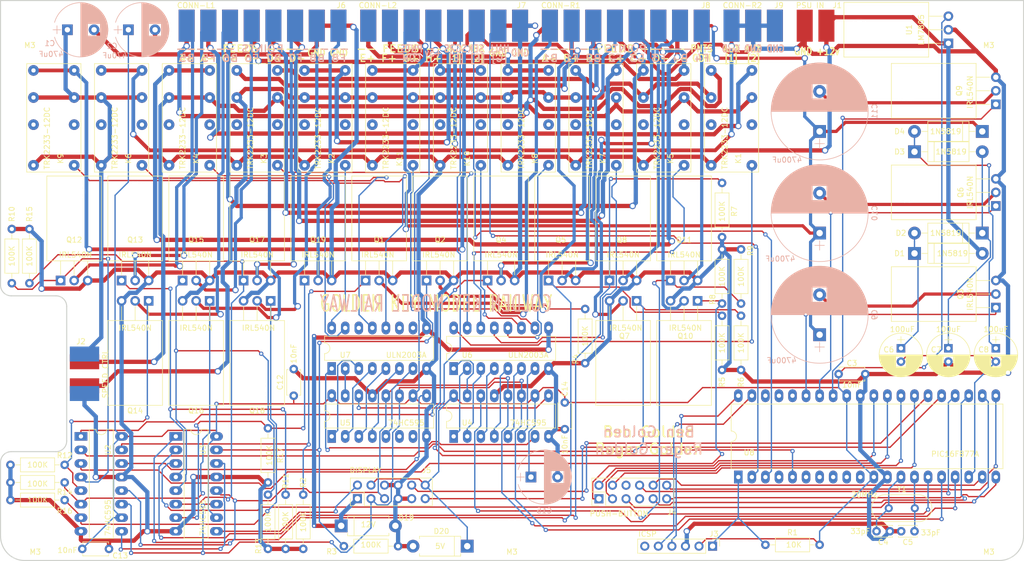
<source format=kicad_pcb>
(kicad_pcb (version 20171130) (host pcbnew "(5.1.6)-1")
  (layers (0 F.Cu signal hide) (31 B.Cu signal hide) (34 B.Paste user) (35 F.Paste user) (36 B.SilkS user) (37 F.SilkS user) (38 B.Mask user) (39 F.Mask user) (44 Edge.Cuts user))
  (net 0 "")
  (net 1 +12V)
  (net 2 GND)
  (net 3 +5V)
  (net 4 "Net-(C4-Pad1)")
  (net 5 "Net-(C5-Pad1)")
  (net 6 "/Points Control/POINTS[B1]-COIL")
  (net 7 "/Points Control/POINTS[F1]-COIL")
  (net 8 "/Points Control/POINTS[B2]-COIL")
  (net 9 "/Points Control/POINTS[F2]-COIL")
  (net 10 "/Points Control/POINTS[B3]-COIL")
  (net 11 "/Points Control/POINTS[F3]-COIL")
  (net 12 "/Points Control/POINTS[B4]-COIL")
  (net 13 "/Points Control/POINTS[F4]-COIL")
  (net 14 "/Points Control/POINTS[B5]-COIL")
  (net 15 "/Points Control/POINTS[F5]-COIL")
  (net 16 "/Points Control/POINTS[B6]-COIL")
  (net 17 "/Points Control/POINTS[F6]-COIL")
  (net 18 "/Points Control/POINTS[B7]-COIL")
  (net 19 "/Points Control/POINTS[F7]-COIL")
  (net 20 "/Points Control/POINTS[B8]-COIL")
  (net 21 "/Points Control/POINTS[F8]-COIL")
  (net 22 TRACK+)
  (net 23 TRACK-)
  (net 24 "Net-(J3-Pad6)")
  (net 25 ICSPCLK)
  (net 26 ICSPDAT)
  (net 27 MCLR)
  (net 28 /PB6)
  (net 29 /PB7)
  (net 30 /PB8)
  (net 31 /PB9)
  (net 32 /PB10)
  (net 33 "Net-(J4-Pad7)")
  (net 34 "Net-(J4-Pad6)")
  (net 35 /PB5)
  (net 36 /PB4)
  (net 37 /PB3)
  (net 38 /PB2)
  (net 39 /PB1)
  (net 40 "/Points Control/DATA[OUT]")
  (net 41 DCLK)
  (net 42 DLAT)
  (net 43 /AUX1-LED)
  (net 44 /AUX2-LED)
  (net 45 "/Feed Relays/FEED[D-]")
  (net 46 "/Feed Relays/FEED[D+]")
  (net 47 "/Feed Relays/FEED[C-]")
  (net 48 "/Feed Relays/FEED[C+]")
  (net 49 "/Feed Relays/FEED[A-]")
  (net 50 "/Feed Relays/FEED[A+]")
  (net 51 "/Feed Relays/FEED[E+]")
  (net 52 "/Feed Relays/FEED[F+]")
  (net 53 "/Feed Relays/FEED[G+]")
  (net 54 "/Feed Relays/FEED[H+]")
  (net 55 "/Feed Relays/AUX[1]")
  (net 56 "/Feed Relays/AUX[2]")
  (net 57 /HALL[G])
  (net 58 /HALL[F])
  (net 59 /HALL[E])
  (net 60 "Net-(J7-Pad15)")
  (net 61 "Net-(J7-Pad16)")
  (net 62 "/Feed Relays/FEED[B+]")
  (net 63 "/Feed Relays/FEED[B-]")
  (net 64 "/Feed Relays/FEED[I-]")
  (net 65 "Net-(J9-Pad3)")
  (net 66 "Net-(K1-Pad8)")
  (net 67 "Net-(K1-Pad7)")
  (net 68 "Net-(K1-Pad2)")
  (net 69 "Net-(K2-Pad8)")
  (net 70 "Net-(K2-Pad7)")
  (net 71 "Net-(K2-Pad2)")
  (net 72 "Net-(K3-Pad2)")
  (net 73 "Net-(K3-Pad7)")
  (net 74 "Net-(K3-Pad8)")
  (net 75 "Net-(K4-Pad2)")
  (net 76 "Net-(K4-Pad7)")
  (net 77 "Net-(K4-Pad8)")
  (net 78 "Net-(K5-Pad2)")
  (net 79 "Net-(K5-Pad7)")
  (net 80 "Net-(K5-Pad8)")
  (net 81 "Net-(K6-Pad8)")
  (net 82 "Net-(K6-Pad7)")
  (net 83 "Net-(K6-Pad2)")
  (net 84 "Net-(K7-Pad8)")
  (net 85 "Net-(K7-Pad7)")
  (net 86 "Net-(K7-Pad2)")
  (net 87 "Net-(K8-Pad8)")
  (net 88 "Net-(K8-Pad7)")
  (net 89 "Net-(K8-Pad2)")
  (net 90 "Net-(K9-Pad2)")
  (net 91 "Net-(K9-Pad7)")
  (net 92 "Net-(K9-Pad8)")
  (net 93 "Net-(K10-Pad2)")
  (net 94 "Net-(K10-Pad7)")
  (net 95 "Net-(K10-Pad8)")
  (net 96 "Net-(K11-Pad8)")
  (net 97 "Net-(K11-Pad7)")
  (net 98 "Net-(K11-Pad2)")
  (net 99 "/Points Control/PB1")
  (net 100 "/Points Control/PF1")
  (net 101 "/Points Control/PB2")
  (net 102 "/Points Control/PF2")
  (net 103 "/Points Control/PB3")
  (net 104 "/Points Control/PF3")
  (net 105 "/Points Control/PB4")
  (net 106 "/Points Control/PF4")
  (net 107 "/Points Control/PB5")
  (net 108 "/Points Control/PF5")
  (net 109 "/Points Control/PB6")
  (net 110 "/Points Control/PF6")
  (net 111 "/Points Control/PB7")
  (net 112 "/Points Control/PF7")
  (net 113 "/Points Control/PB8")
  (net 114 "/Points Control/PF8")
  (net 115 "Net-(U2-Pad9)")
  (net 116 "/Points Control/DATA[IN]")
  (net 117 "Net-(U4-Pad15)")
  (net 118 "Net-(U4-Pad7)")
  (net 119 "/Feed Relays/DATA[IN]")
  (net 120 "Net-(U4-Pad6)")
  (net 121 "Net-(U4-Pad5)")
  (net 122 "Net-(U4-Pad4)")
  (net 123 "Net-(U4-Pad3)")
  (net 124 "Net-(U4-Pad2)")
  (net 125 "Net-(U4-Pad9)")
  (net 126 "Net-(U4-Pad1)")
  (net 127 "Net-(U5-Pad1)")
  (net 128 "Net-(U5-Pad2)")
  (net 129 "Net-(U5-Pad3)")
  (net 130 "Net-(U5-Pad4)")
  (net 131 "Net-(U5-Pad5)")
  (net 132 "/Feed Relays/SR1-SPARE5")
  (net 133 "/Feed Relays/SR1-SPARE6")
  (net 134 "Net-(U5-Pad15)")
  (net 135 "Net-(U7-Pad10)")
  (net 136 "Net-(U7-Pad11)")
  (net 137 "Net-(U7-Pad14)")
  (net 138 "Net-(C6-Pad1)")
  (net 139 "/Points Control/CHARGE-PUMP")
  (net 140 "Net-(C7-Pad1)")
  (net 141 "Net-(C8-Pad1)")
  (net 142 "/Points Control/TANK-1")
  (net 143 "/Points Control/TANK-2")
  (net 144 "/Points Control/TANK-3")
  (net 145 "Net-(U8-Pad4)")
  (net 146 "Net-(U8-Pad6)")
  (net 147 "Net-(U8-Pad7)")
  (net 148 "Net-(U8-Pad8)")
  (net 149 "Net-(U8-Pad9)")
  (net 150 "Net-(U8-Pad10)")
  (net 151 "Net-(U8-Pad36)")
  (net 152 "Net-(U8-Pad37)")
  (net 153 "Net-(U8-Pad38)")
  (net 154 "/Points Control/POINTS[COM]")
  (net 155 "/Points Control/TANK-1-GND")
  (net 156 "/Points Control/TANK-2-GND")
  (net 157 "/Points Control/TANK-3-GND")
  (module Capacitors_THT:CP_Radial_D10.0mm_P5.00mm (layer B.Cu) (at 150.368 128.27)
    (fp_text reference C15 (at 2.5 6.31) (layer B.SilkS) (effects (justify mirror)))
    (fp_text value 470uF)
    (pad 1 thru_hole rect (at 0 0) (size 2 2) (drill 1) (layers *.Cu *.Mask) (net 3 +5V))
    (pad 2 thru_hole circle (at 5 0) (size 2 2) (drill 1) (layers *.Cu *.Mask) (net 2 GND))
  )
  (module Capacitors_THT:C_Disc_D4.7mm_W2.5mm_P5.00mm (layer F.Cu) (at 156.718 114.3 270)
    (fp_text reference C14 (at -2.54 0 90) (layer F.SilkS))
    (fp_text value 10nF (at 7.874 0 90) (layer F.SilkS))
    (pad 1 thru_hole circle (at 0 0 270) (size 1.6 1.6) (drill 0.8) (layers *.Cu *.Mask) (net 3 +5V))
    (pad 2 thru_hole circle (at 5 0 270) (size 1.6 1.6) (drill 0.8) (layers *.Cu *.Mask) (net 2 GND))
  )
  (module Capacitors_THT:C_Disc_D4.7mm_W2.5mm_P5.00mm (layer F.Cu) (at 66.294 141.732)
    (fp_text reference C13 (at 7.112 1.27) (layer F.SilkS))
    (fp_text value 10nF (at -2.794 0.254) (layer F.SilkS))
    (pad 1 thru_hole circle (at 0 0) (size 1.6 1.6) (drill 0.8) (layers *.Cu *.Mask) (net 3 +5V))
    (pad 2 thru_hole circle (at 5 0) (size 1.6 1.6) (drill 0.8) (layers *.Cu *.Mask) (net 2 GND))
  )
  (module Capacitors_THT:C_Disc_D4.7mm_W2.5mm_P5.00mm (layer F.Cu) (at 105.918 113.03 90)
    (fp_text reference C12 (at 2.5 -2.56 90) (layer F.SilkS))
    (fp_text value 10nF (at 7.874 0 90) (layer F.SilkS))
    (pad 1 thru_hole circle (at 0 0 90) (size 1.6 1.6) (drill 0.8) (layers *.Cu *.Mask) (net 3 +5V))
    (pad 2 thru_hole circle (at 5 0 90) (size 1.6 1.6) (drill 0.8) (layers *.Cu *.Mask) (net 2 GND))
  )
  (module TO_SOT_Packages_THT:TO-220-3_Horizontal (layer F.Cu) (at 228.6 46.99 90)
    (fp_text reference U1 (at 2.54 -7.366 90) (layer F.SilkS))
    (fp_text value LM7805 (at 2.54 -5.08 90) (layer F.SilkS))
    (pad 0 np_thru_hole oval (at 2.54 -16.66 90) (size 3.5 3.5) (drill 3.5) (layers *.Cu *.Mask))
    (pad 1 thru_hole rect (at 0 0 90) (size 1.8 1.8) (drill 1) (layers *.Cu *.Mask) (net 1 +12V))
    (pad 2 thru_hole oval (at 2.54 0 90) (size 1.8 1.8) (drill 1) (layers *.Cu *.Mask) (net 2 GND))
    (pad 3 thru_hole oval (at 5.08 0 90) (size 1.8 1.8) (drill 1) (layers *.Cu *.Mask) (net 3 +5V))
  )
  (module TO_SOT_Packages_THT:TO-220-3_Horizontal (layer F.Cu) (at 107.95 91.44)
    (fp_text reference Q19 (at 2.54 -7.62) (layer F.SilkS))
    (fp_text value IRL540N (at 2.54 -4.826) (layer F.SilkS))
    (pad 0 np_thru_hole oval (at 2.54 -16.66) (size 3.5 3.5) (drill 3.5) (layers *.Cu *.Mask))
    (pad 1 thru_hole rect (at 0 0) (size 1.8 1.8) (drill 1) (layers *.Cu *.Mask) (net 114 "/Points Control/PF8"))
    (pad 2 thru_hole oval (at 2.54 0) (size 1.8 1.8) (drill 1) (layers *.Cu *.Mask) (net 21 "/Points Control/POINTS[F8]-COIL"))
    (pad 3 thru_hole oval (at 5.08 0) (size 1.8 1.8) (drill 1) (layers *.Cu *.Mask) (net 2 GND))
  )
  (module TO_SOT_Packages_THT:TO-220-3_Horizontal (layer F.Cu) (at 101.6 95.25 180)
    (fp_text reference Q18 (at 2.54 -20.58) (layer F.SilkS))
    (fp_text value IRL540N (at 2.286 -5.08) (layer F.SilkS))
    (pad 0 np_thru_hole oval (at 2.54 -16.66 180) (size 3.5 3.5) (drill 3.5) (layers *.Cu *.Mask))
    (pad 1 thru_hole rect (at 0 0 180) (size 1.8 1.8) (drill 1) (layers *.Cu *.Mask) (net 113 "/Points Control/PB8"))
    (pad 2 thru_hole oval (at 2.54 0 180) (size 1.8 1.8) (drill 1) (layers *.Cu *.Mask) (net 20 "/Points Control/POINTS[B8]-COIL"))
    (pad 3 thru_hole oval (at 5.08 0 180) (size 1.8 1.8) (drill 1) (layers *.Cu *.Mask) (net 2 GND))
  )
  (module TO_SOT_Packages_THT:TO-220-3_Horizontal (layer F.Cu) (at 96.52 91.44)
    (fp_text reference Q17 (at 2.54 -7.62) (layer F.SilkS))
    (fp_text value IRL540N (at 2.54 -4.826) (layer F.SilkS))
    (pad 0 np_thru_hole oval (at 2.54 -16.66) (size 3.5 3.5) (drill 3.5) (layers *.Cu *.Mask))
    (pad 1 thru_hole rect (at 0 0) (size 1.8 1.8) (drill 1) (layers *.Cu *.Mask) (net 112 "/Points Control/PF7"))
    (pad 2 thru_hole oval (at 2.54 0) (size 1.8 1.8) (drill 1) (layers *.Cu *.Mask) (net 19 "/Points Control/POINTS[F7]-COIL"))
    (pad 3 thru_hole oval (at 5.08 0) (size 1.8 1.8) (drill 1) (layers *.Cu *.Mask) (net 2 GND))
  )
  (module TO_SOT_Packages_THT:TO-220-3_Horizontal (layer F.Cu) (at 90.17 95.25 180)
    (fp_text reference Q16 (at 2.54 -20.58) (layer F.SilkS))
    (fp_text value IRL540N (at 2.54 -5.08) (layer F.SilkS))
    (pad 0 np_thru_hole oval (at 2.54 -16.66 180) (size 3.5 3.5) (drill 3.5) (layers *.Cu *.Mask))
    (pad 1 thru_hole rect (at 0 0 180) (size 1.8 1.8) (drill 1) (layers *.Cu *.Mask) (net 111 "/Points Control/PB7"))
    (pad 2 thru_hole oval (at 2.54 0 180) (size 1.8 1.8) (drill 1) (layers *.Cu *.Mask) (net 18 "/Points Control/POINTS[B7]-COIL"))
    (pad 3 thru_hole oval (at 5.08 0 180) (size 1.8 1.8) (drill 1) (layers *.Cu *.Mask) (net 2 GND))
  )
  (module TO_SOT_Packages_THT:TO-220-3_Horizontal (layer F.Cu) (at 85.09 91.44)
    (fp_text reference Q15 (at 2.54 -7.62) (layer F.SilkS))
    (fp_text value IRL540N (at 2.54 -4.826) (layer F.SilkS))
    (pad 0 np_thru_hole oval (at 2.54 -16.66) (size 3.5 3.5) (drill 3.5) (layers *.Cu *.Mask))
    (pad 1 thru_hole rect (at 0 0) (size 1.8 1.8) (drill 1) (layers *.Cu *.Mask) (net 110 "/Points Control/PF6"))
    (pad 2 thru_hole oval (at 2.54 0) (size 1.8 1.8) (drill 1) (layers *.Cu *.Mask) (net 17 "/Points Control/POINTS[F6]-COIL"))
    (pad 3 thru_hole oval (at 5.08 0) (size 1.8 1.8) (drill 1) (layers *.Cu *.Mask) (net 2 GND))
  )
  (module TO_SOT_Packages_THT:TO-220-3_Horizontal (layer F.Cu) (at 78.74 95.25 180)
    (fp_text reference Q14 (at 2.54 -20.58) (layer F.SilkS))
    (fp_text value IRL540N (at 2.54 -5.08) (layer F.SilkS))
    (pad 0 np_thru_hole oval (at 2.54 -16.66 180) (size 3.5 3.5) (drill 3.5) (layers *.Cu *.Mask))
    (pad 1 thru_hole rect (at 0 0 180) (size 1.8 1.8) (drill 1) (layers *.Cu *.Mask) (net 109 "/Points Control/PB6"))
    (pad 2 thru_hole oval (at 2.54 0 180) (size 1.8 1.8) (drill 1) (layers *.Cu *.Mask) (net 16 "/Points Control/POINTS[B6]-COIL"))
    (pad 3 thru_hole oval (at 5.08 0 180) (size 1.8 1.8) (drill 1) (layers *.Cu *.Mask) (net 2 GND))
  )
  (module TO_SOT_Packages_THT:TO-220-3_Horizontal (layer F.Cu) (at 73.66 91.44)
    (fp_text reference Q13 (at 2.54 -7.62) (layer F.SilkS))
    (fp_text value IRL540N (at 2.54 -4.826) (layer F.SilkS))
    (pad 0 np_thru_hole oval (at 2.54 -16.66) (size 3.5 3.5) (drill 3.5) (layers *.Cu *.Mask))
    (pad 1 thru_hole rect (at 0 0) (size 1.8 1.8) (drill 1) (layers *.Cu *.Mask) (net 108 "/Points Control/PF5"))
    (pad 2 thru_hole oval (at 2.54 0) (size 1.8 1.8) (drill 1) (layers *.Cu *.Mask) (net 15 "/Points Control/POINTS[F5]-COIL"))
    (pad 3 thru_hole oval (at 5.08 0) (size 1.8 1.8) (drill 1) (layers *.Cu *.Mask) (net 2 GND))
  )
  (module TO_SOT_Packages_THT:TO-220-3_Horizontal (layer F.Cu) (at 62.23 91.44)
    (fp_text reference Q12 (at 2.54 -7.62) (layer F.SilkS))
    (fp_text value IRL540N (at 2.794 -4.826) (layer F.SilkS))
    (pad 0 np_thru_hole oval (at 2.54 -16.66) (size 3.5 3.5) (drill 3.5) (layers *.Cu *.Mask))
    (pad 1 thru_hole rect (at 0 0) (size 1.8 1.8) (drill 1) (layers *.Cu *.Mask) (net 107 "/Points Control/PB5"))
    (pad 2 thru_hole oval (at 2.54 0) (size 1.8 1.8) (drill 1) (layers *.Cu *.Mask) (net 14 "/Points Control/POINTS[B5]-COIL"))
    (pad 3 thru_hole oval (at 5.08 0) (size 1.8 1.8) (drill 1) (layers *.Cu *.Mask) (net 2 GND))
  )
  (module TO_SOT_Packages_THT:TO-220-3_Horizontal (layer F.Cu) (at 176.53 91.44)
    (fp_text reference Q11 (at 2.54 -7.62) (layer F.SilkS))
    (fp_text value IRL540N (at 2.54 -4.826 180) (layer F.SilkS))
    (pad 0 np_thru_hole oval (at 2.54 -16.66) (size 3.5 3.5) (drill 3.5) (layers *.Cu *.Mask))
    (pad 1 thru_hole rect (at 0 0) (size 1.8 1.8) (drill 1) (layers *.Cu *.Mask) (net 106 "/Points Control/PF4"))
    (pad 2 thru_hole oval (at 2.54 0) (size 1.8 1.8) (drill 1) (layers *.Cu *.Mask) (net 13 "/Points Control/POINTS[F4]-COIL"))
    (pad 3 thru_hole oval (at 5.08 0) (size 1.8 1.8) (drill 1) (layers *.Cu *.Mask) (net 2 GND))
  )
  (module TO_SOT_Packages_THT:TO-220-3_Horizontal (layer F.Cu) (at 181.61 95.25 180)
    (fp_text reference Q10 (at 2.286 -6.604) (layer F.SilkS))
    (fp_text value IRL540N (at 2.286 -5.08) (layer F.SilkS))
    (pad 0 np_thru_hole oval (at 2.54 -16.66 180) (size 3.5 3.5) (drill 3.5) (layers *.Cu *.Mask))
    (pad 1 thru_hole rect (at 0 0 180) (size 1.8 1.8) (drill 1) (layers *.Cu *.Mask) (net 105 "/Points Control/PB4"))
    (pad 2 thru_hole oval (at 2.54 0 180) (size 1.8 1.8) (drill 1) (layers *.Cu *.Mask) (net 12 "/Points Control/POINTS[B4]-COIL"))
    (pad 3 thru_hole oval (at 5.08 0 180) (size 1.8 1.8) (drill 1) (layers *.Cu *.Mask) (net 2 GND))
  )
  (module TO_SOT_Packages_THT:TO-220-3_Horizontal (layer F.Cu) (at 237.49 58.42 90)
    (fp_text reference Q9 (at 2.54 -6.858 90) (layer F.SilkS))
    (fp_text value IRL540N (at 2.286 -4.826 90) (layer F.SilkS))
    (pad 0 np_thru_hole oval (at 2.54 -16.66 90) (size 3.5 3.5) (drill 3.5) (layers *.Cu *.Mask))
    (pad 1 thru_hole rect (at 0 0 90) (size 1.8 1.8) (drill 1) (layers *.Cu *.Mask) (net 144 "/Points Control/TANK-3"))
    (pad 2 thru_hole oval (at 2.54 0 90) (size 1.8 1.8) (drill 1) (layers *.Cu *.Mask) (net 157 "/Points Control/TANK-3-GND"))
    (pad 3 thru_hole oval (at 5.08 0 90) (size 1.8 1.8) (drill 1) (layers *.Cu *.Mask) (net 2 GND))
  )
  (module TO_SOT_Packages_THT:TO-220-3_Horizontal (layer F.Cu) (at 165.1 91.44)
    (fp_text reference Q8 (at 2.286 -7.62) (layer F.SilkS))
    (fp_text value IRL540N (at 2.54 -4.826) (layer F.SilkS))
    (pad 0 np_thru_hole oval (at 2.54 -16.66) (size 3.5 3.5) (drill 3.5) (layers *.Cu *.Mask))
    (pad 1 thru_hole rect (at 0 0) (size 1.8 1.8) (drill 1) (layers *.Cu *.Mask) (net 104 "/Points Control/PF3"))
    (pad 2 thru_hole oval (at 2.54 0) (size 1.8 1.8) (drill 1) (layers *.Cu *.Mask) (net 11 "/Points Control/POINTS[F3]-COIL"))
    (pad 3 thru_hole oval (at 5.08 0) (size 1.8 1.8) (drill 1) (layers *.Cu *.Mask) (net 2 GND))
  )
  (module TO_SOT_Packages_THT:TO-220-3_Horizontal (layer F.Cu) (at 170.18 95.25 180)
    (fp_text reference Q7 (at 2.286 -6.604) (layer F.SilkS))
    (fp_text value IRL540N (at 2.032 -5.08) (layer F.SilkS))
    (pad 0 np_thru_hole oval (at 2.54 -16.66 180) (size 3.5 3.5) (drill 3.5) (layers *.Cu *.Mask))
    (pad 1 thru_hole rect (at 0 0 180) (size 1.8 1.8) (drill 1) (layers *.Cu *.Mask) (net 103 "/Points Control/PB3"))
    (pad 2 thru_hole oval (at 2.54 0 180) (size 1.8 1.8) (drill 1) (layers *.Cu *.Mask) (net 10 "/Points Control/POINTS[B3]-COIL"))
    (pad 3 thru_hole oval (at 5.08 0 180) (size 1.8 1.8) (drill 1) (layers *.Cu *.Mask) (net 2 GND))
  )
  (module TO_SOT_Packages_THT:TO-220-3_Horizontal (layer F.Cu) (at 237.49 77.47 90)
    (fp_text reference Q6 (at 2.54 -6.604 90) (layer F.SilkS))
    (fp_text value IRL540N (at 2.54 -4.826 90) (layer F.SilkS))
    (pad 0 np_thru_hole oval (at 2.54 -16.66 90) (size 3.5 3.5) (drill 3.5) (layers *.Cu *.Mask))
    (pad 1 thru_hole rect (at 0 0 90) (size 1.8 1.8) (drill 1) (layers *.Cu *.Mask) (net 143 "/Points Control/TANK-2"))
    (pad 2 thru_hole oval (at 2.54 0 90) (size 1.8 1.8) (drill 1) (layers *.Cu *.Mask) (net 156 "/Points Control/TANK-2-GND"))
    (pad 3 thru_hole oval (at 5.08 0 90) (size 1.8 1.8) (drill 1) (layers *.Cu *.Mask) (net 2 GND))
  )
  (module TO_SOT_Packages_THT:TO-220-3_Horizontal (layer F.Cu) (at 153.67 91.44)
    (fp_text reference Q5 (at 2.286 -7.62) (layer F.SilkS))
    (fp_text value IRL540N (at 2.54 -4.826) (layer F.SilkS))
    (pad 0 np_thru_hole oval (at 2.54 -16.66) (size 3.5 3.5) (drill 3.5) (layers *.Cu *.Mask))
    (pad 1 thru_hole rect (at 0 0) (size 1.8 1.8) (drill 1) (layers *.Cu *.Mask) (net 102 "/Points Control/PF2"))
    (pad 2 thru_hole oval (at 2.54 0) (size 1.8 1.8) (drill 1) (layers *.Cu *.Mask) (net 9 "/Points Control/POINTS[F2]-COIL"))
    (pad 3 thru_hole oval (at 5.08 0) (size 1.8 1.8) (drill 1) (layers *.Cu *.Mask) (net 2 GND))
  )
  (module TO_SOT_Packages_THT:TO-220-3_Horizontal (layer F.Cu) (at 142.24 91.44)
    (fp_text reference Q4 (at 2.54 -7.62) (layer F.SilkS))
    (fp_text value IRL540N (at 2.54 -4.826) (layer F.SilkS))
    (pad 0 np_thru_hole oval (at 2.54 -16.66) (size 3.5 3.5) (drill 3.5) (layers *.Cu *.Mask))
    (pad 1 thru_hole rect (at 0 0) (size 1.8 1.8) (drill 1) (layers *.Cu *.Mask) (net 101 "/Points Control/PB2"))
    (pad 2 thru_hole oval (at 2.54 0) (size 1.8 1.8) (drill 1) (layers *.Cu *.Mask) (net 8 "/Points Control/POINTS[B2]-COIL"))
    (pad 3 thru_hole oval (at 5.08 0) (size 1.8 1.8) (drill 1) (layers *.Cu *.Mask) (net 2 GND))
  )
  (module TO_SOT_Packages_THT:TO-220-3_Horizontal (layer F.Cu) (at 237.49 96.52 90)
    (fp_text reference Q3 (at 2.54 -6.604 90) (layer F.SilkS))
    (fp_text value IRL540N (at 2.54 -4.826 90) (layer F.SilkS))
    (pad 0 np_thru_hole oval (at 2.54 -16.66 90) (size 3.5 3.5) (drill 3.5) (layers *.Cu *.Mask))
    (pad 1 thru_hole rect (at 0 0 90) (size 1.8 1.8) (drill 1) (layers *.Cu *.Mask) (net 142 "/Points Control/TANK-1"))
    (pad 2 thru_hole oval (at 2.54 0 90) (size 1.8 1.8) (drill 1) (layers *.Cu *.Mask) (net 155 "/Points Control/TANK-1-GND"))
    (pad 3 thru_hole oval (at 5.08 0 90) (size 1.8 1.8) (drill 1) (layers *.Cu *.Mask) (net 2 GND))
  )
  (module TO_SOT_Packages_THT:TO-220-3_Horizontal (layer F.Cu) (at 130.81 91.44)
    (fp_text reference Q2 (at 2.54 -7.62) (layer F.SilkS))
    (fp_text value IRL540N (at 2.286 -4.826) (layer F.SilkS))
    (pad 0 np_thru_hole oval (at 2.54 -16.66) (size 3.5 3.5) (drill 3.5) (layers *.Cu *.Mask))
    (pad 1 thru_hole rect (at 0 0) (size 1.8 1.8) (drill 1) (layers *.Cu *.Mask) (net 100 "/Points Control/PF1"))
    (pad 2 thru_hole oval (at 2.54 0) (size 1.8 1.8) (drill 1) (layers *.Cu *.Mask) (net 7 "/Points Control/POINTS[F1]-COIL"))
    (pad 3 thru_hole oval (at 5.08 0) (size 1.8 1.8) (drill 1) (layers *.Cu *.Mask) (net 2 GND))
  )
  (module TO_SOT_Packages_THT:TO-220-3_Horizontal (layer F.Cu) (at 119.38 91.44)
    (fp_text reference Q1 (at 2.54 -7.62) (layer F.SilkS))
    (fp_text value IRL540N (at 2.286 -4.826) (layer F.SilkS))
    (pad 0 np_thru_hole oval (at 2.54 -16.66) (size 3.5 3.5) (drill 3.5) (layers *.Cu *.Mask))
    (pad 1 thru_hole rect (at 0 0) (size 1.8 1.8) (drill 1) (layers *.Cu *.Mask) (net 99 "/Points Control/PB1"))
    (pad 2 thru_hole oval (at 2.54 0) (size 1.8 1.8) (drill 1) (layers *.Cu *.Mask) (net 6 "/Points Control/POINTS[B1]-COIL"))
    (pad 3 thru_hole oval (at 5.08 0) (size 1.8 1.8) (drill 1) (layers *.Cu *.Mask) (net 2 GND))
  )
  (module Crystals:Crystal_HC49-U_Vertical (layer F.Cu) (at 217.424 134.112)
    (fp_text reference Y1 (at 2.44 -3.525) (layer F.SilkS))
    (fp_text value 20MHz (at -4.572 -2.54) (layer F.SilkS))
    (pad 1 thru_hole circle (at 0 0) (size 1.5 1.5) (drill 0.8) (layers *.Cu *.Mask) (net 4 "Net-(C4-Pad1)"))
    (pad 2 thru_hole circle (at 4.88 0) (size 1.5 1.5) (drill 0.8) (layers *.Cu *.Mask) (net 5 "Net-(C5-Pad1)"))
  )
  (module Housings_DIP:DIP-40_W15.24mm_LongPads (layer F.Cu) (at 189.23 128.27 90)
    (fp_text reference U8 (at 4.572 2.032 180) (layer F.SilkS))
    (fp_text value PIC16F877A (at 4.318 40.64 180) (layer F.SilkS))
    (pad 1 thru_hole rect (at 0 0 90) (size 2.4 1.6) (drill 0.8) (layers *.Cu *.Mask) (net 27 MCLR))
    (pad 21 thru_hole oval (at 15.24 48.26 90) (size 2.4 1.6) (drill 0.8) (layers *.Cu *.Mask) (net 28 /PB6))
    (pad 2 thru_hole oval (at 0 2.54 90) (size 2.4 1.6) (drill 0.8) (layers *.Cu *.Mask) (net 57 /HALL[G]))
    (pad 22 thru_hole oval (at 15.24 45.72 90) (size 2.4 1.6) (drill 0.8) (layers *.Cu *.Mask) (net 35 /PB5))
    (pad 3 thru_hole oval (at 0 5.08 90) (size 2.4 1.6) (drill 0.8) (layers *.Cu *.Mask) (net 58 /HALL[F]))
    (pad 23 thru_hole oval (at 15.24 43.18 90) (size 2.4 1.6) (drill 0.8) (layers *.Cu *.Mask) (net 31 /PB9))
    (pad 4 thru_hole oval (at 0 7.62 90) (size 2.4 1.6) (drill 0.8) (layers *.Cu *.Mask) (net 145 "Net-(U8-Pad4)"))
    (pad 24 thru_hole oval (at 15.24 40.64 90) (size 2.4 1.6) (drill 0.8) (layers *.Cu *.Mask) (net 32 /PB10))
    (pad 5 thru_hole oval (at 0 10.16 90) (size 2.4 1.6) (drill 0.8) (layers *.Cu *.Mask) (net 59 /HALL[E]))
    (pad 25 thru_hole oval (at 15.24 38.1 90) (size 2.4 1.6) (drill 0.8) (layers *.Cu *.Mask) (net 43 /AUX1-LED))
    (pad 6 thru_hole oval (at 0 12.7 90) (size 2.4 1.6) (drill 0.8) (layers *.Cu *.Mask) (net 146 "Net-(U8-Pad6)"))
    (pad 26 thru_hole oval (at 15.24 35.56 90) (size 2.4 1.6) (drill 0.8) (layers *.Cu *.Mask) (net 44 /AUX2-LED))
    (pad 7 thru_hole oval (at 0 15.24 90) (size 2.4 1.6) (drill 0.8) (layers *.Cu *.Mask) (net 147 "Net-(U8-Pad7)"))
    (pad 27 thru_hole oval (at 15.24 33.02 90) (size 2.4 1.6) (drill 0.8) (layers *.Cu *.Mask) (net 36 /PB4))
    (pad 8 thru_hole oval (at 0 17.78 90) (size 2.4 1.6) (drill 0.8) (layers *.Cu *.Mask) (net 148 "Net-(U8-Pad8)"))
    (pad 28 thru_hole oval (at 15.24 30.48 90) (size 2.4 1.6) (drill 0.8) (layers *.Cu *.Mask) (net 37 /PB3))
    (pad 9 thru_hole oval (at 0 20.32 90) (size 2.4 1.6) (drill 0.8) (layers *.Cu *.Mask) (net 149 "Net-(U8-Pad9)"))
    (pad 29 thru_hole oval (at 15.24 27.94 90) (size 2.4 1.6) (drill 0.8) (layers *.Cu *.Mask) (net 38 /PB2))
    (pad 10 thru_hole oval (at 0 22.86 90) (size 2.4 1.6) (drill 0.8) (layers *.Cu *.Mask) (net 150 "Net-(U8-Pad10)"))
    (pad 30 thru_hole oval (at 15.24 25.4 90) (size 2.4 1.6) (drill 0.8) (layers *.Cu *.Mask) (net 39 /PB1))
    (pad 11 thru_hole oval (at 0 25.4 90) (size 2.4 1.6) (drill 0.8) (layers *.Cu *.Mask) (net 3 +5V))
    (pad 31 thru_hole oval (at 15.24 22.86 90) (size 2.4 1.6) (drill 0.8) (layers *.Cu *.Mask) (net 2 GND))
    (pad 12 thru_hole oval (at 0 27.94 90) (size 2.4 1.6) (drill 0.8) (layers *.Cu *.Mask) (net 2 GND))
    (pad 32 thru_hole oval (at 15.24 20.32 90) (size 2.4 1.6) (drill 0.8) (layers *.Cu *.Mask) (net 3 +5V))
    (pad 13 thru_hole oval (at 0 30.48 90) (size 2.4 1.6) (drill 0.8) (layers *.Cu *.Mask) (net 4 "Net-(C4-Pad1)"))
    (pad 33 thru_hole oval (at 15.24 17.78 90) (size 2.4 1.6) (drill 0.8) (layers *.Cu *.Mask) (net 144 "/Points Control/TANK-3"))
    (pad 14 thru_hole oval (at 0 33.02 90) (size 2.4 1.6) (drill 0.8) (layers *.Cu *.Mask) (net 5 "Net-(C5-Pad1)"))
    (pad 34 thru_hole oval (at 15.24 15.24 90) (size 2.4 1.6) (drill 0.8) (layers *.Cu *.Mask) (net 143 "/Points Control/TANK-2"))
    (pad 15 thru_hole oval (at 0 35.56 90) (size 2.4 1.6) (drill 0.8) (layers *.Cu *.Mask) (net 119 "/Feed Relays/DATA[IN]"))
    (pad 35 thru_hole oval (at 15.24 12.7 90) (size 2.4 1.6) (drill 0.8) (layers *.Cu *.Mask) (net 142 "/Points Control/TANK-1"))
    (pad 16 thru_hole oval (at 0 38.1 90) (size 2.4 1.6) (drill 0.8) (layers *.Cu *.Mask) (net 41 DCLK))
    (pad 36 thru_hole oval (at 15.24 10.16 90) (size 2.4 1.6) (drill 0.8) (layers *.Cu *.Mask) (net 151 "Net-(U8-Pad36)"))
    (pad 17 thru_hole oval (at 0 40.64 90) (size 2.4 1.6) (drill 0.8) (layers *.Cu *.Mask) (net 42 DLAT))
    (pad 37 thru_hole oval (at 15.24 7.62 90) (size 2.4 1.6) (drill 0.8) (layers *.Cu *.Mask) (net 152 "Net-(U8-Pad37)"))
    (pad 18 thru_hole oval (at 0 43.18 90) (size 2.4 1.6) (drill 0.8) (layers *.Cu *.Mask) (net 139 "/Points Control/CHARGE-PUMP"))
    (pad 38 thru_hole oval (at 15.24 5.08 90) (size 2.4 1.6) (drill 0.8) (layers *.Cu *.Mask) (net 153 "Net-(U8-Pad38)"))
    (pad 19 thru_hole oval (at 0 45.72 90) (size 2.4 1.6) (drill 0.8) (layers *.Cu *.Mask) (net 30 /PB8))
    (pad 39 thru_hole oval (at 15.24 2.54 90) (size 2.4 1.6) (drill 0.8) (layers *.Cu *.Mask) (net 25 ICSPCLK))
    (pad 20 thru_hole oval (at 0 48.26 90) (size 2.4 1.6) (drill 0.8) (layers *.Cu *.Mask) (net 29 /PB7))
    (pad 40 thru_hole oval (at 15.24 0 90) (size 2.4 1.6) (drill 0.8) (layers *.Cu *.Mask) (net 26 ICSPDAT))
  )
  (module Housings_DIP:DIP-16_W7.62mm_LongPads (layer F.Cu) (at 113.03 107.95 90)
    (fp_text reference U7 (at 2.54 2.54 180) (layer F.SilkS))
    (fp_text value ULN2003A (at 2.54 13.97 180) (layer F.SilkS))
    (pad 1 thru_hole rect (at 0 0 90) (size 2.4 1.6) (drill 0.8) (layers *.Cu *.Mask) (net 118 "Net-(U4-Pad7)"))
    (pad 9 thru_hole oval (at 7.62 17.78 90) (size 2.4 1.6) (drill 0.8) (layers *.Cu *.Mask) (net 1 +12V))
    (pad 2 thru_hole oval (at 0 2.54 90) (size 2.4 1.6) (drill 0.8) (layers *.Cu *.Mask) (net 134 "Net-(U5-Pad15)"))
    (pad 10 thru_hole oval (at 7.62 15.24 90) (size 2.4 1.6) (drill 0.8) (layers *.Cu *.Mask) (net 135 "Net-(U7-Pad10)"))
    (pad 3 thru_hole oval (at 0 5.08 90) (size 2.4 1.6) (drill 0.8) (layers *.Cu *.Mask) (net 127 "Net-(U5-Pad1)"))
    (pad 11 thru_hole oval (at 7.62 12.7 90) (size 2.4 1.6) (drill 0.8) (layers *.Cu *.Mask) (net 136 "Net-(U7-Pad11)"))
    (pad 4 thru_hole oval (at 0 7.62 90) (size 2.4 1.6) (drill 0.8) (layers *.Cu *.Mask) (net 128 "Net-(U5-Pad2)"))
    (pad 12 thru_hole oval (at 7.62 10.16 90) (size 2.4 1.6) (drill 0.8) (layers *.Cu *.Mask) (net 92 "Net-(K9-Pad8)"))
    (pad 5 thru_hole oval (at 0 10.16 90) (size 2.4 1.6) (drill 0.8) (layers *.Cu *.Mask) (net 129 "Net-(U5-Pad3)"))
    (pad 13 thru_hole oval (at 7.62 7.62 90) (size 2.4 1.6) (drill 0.8) (layers *.Cu *.Mask) (net 81 "Net-(K6-Pad8)"))
    (pad 6 thru_hole oval (at 0 12.7 90) (size 2.4 1.6) (drill 0.8) (layers *.Cu *.Mask) (net 130 "Net-(U5-Pad4)"))
    (pad 14 thru_hole oval (at 7.62 5.08 90) (size 2.4 1.6) (drill 0.8) (layers *.Cu *.Mask) (net 137 "Net-(U7-Pad14)"))
    (pad 7 thru_hole oval (at 0 15.24 90) (size 2.4 1.6) (drill 0.8) (layers *.Cu *.Mask) (net 131 "Net-(U5-Pad5)"))
    (pad 15 thru_hole oval (at 7.62 2.54 90) (size 2.4 1.6) (drill 0.8) (layers *.Cu *.Mask) (net 77 "Net-(K4-Pad8)"))
    (pad 8 thru_hole oval (at 0 17.78 90) (size 2.4 1.6) (drill 0.8) (layers *.Cu *.Mask) (net 2 GND))
    (pad 16 thru_hole oval (at 7.62 0 90) (size 2.4 1.6) (drill 0.8) (layers *.Cu *.Mask) (net 69 "Net-(K2-Pad8)"))
  )
  (module Housings_DIP:DIP-16_W7.62mm_LongPads (layer F.Cu) (at 135.89 107.95 90)
    (fp_text reference U6 (at 2.54 2.54 180) (layer F.SilkS))
    (fp_text value ULN2003A (at 2.54 13.97 180) (layer F.SilkS))
    (pad 1 thru_hole rect (at 0 0 90) (size 2.4 1.6) (drill 0.8) (layers *.Cu *.Mask) (net 117 "Net-(U4-Pad15)"))
    (pad 9 thru_hole oval (at 7.62 17.78 90) (size 2.4 1.6) (drill 0.8) (layers *.Cu *.Mask) (net 1 +12V))
    (pad 2 thru_hole oval (at 0 2.54 90) (size 2.4 1.6) (drill 0.8) (layers *.Cu *.Mask) (net 126 "Net-(U4-Pad1)"))
    (pad 10 thru_hole oval (at 7.62 15.24 90) (size 2.4 1.6) (drill 0.8) (layers *.Cu *.Mask) (net 96 "Net-(K11-Pad8)"))
    (pad 3 thru_hole oval (at 0 5.08 90) (size 2.4 1.6) (drill 0.8) (layers *.Cu *.Mask) (net 124 "Net-(U4-Pad2)"))
    (pad 11 thru_hole oval (at 7.62 12.7 90) (size 2.4 1.6) (drill 0.8) (layers *.Cu *.Mask) (net 95 "Net-(K10-Pad8)"))
    (pad 4 thru_hole oval (at 0 7.62 90) (size 2.4 1.6) (drill 0.8) (layers *.Cu *.Mask) (net 123 "Net-(U4-Pad3)"))
    (pad 12 thru_hole oval (at 7.62 10.16 90) (size 2.4 1.6) (drill 0.8) (layers *.Cu *.Mask) (net 87 "Net-(K8-Pad8)"))
    (pad 5 thru_hole oval (at 0 10.16 90) (size 2.4 1.6) (drill 0.8) (layers *.Cu *.Mask) (net 122 "Net-(U4-Pad4)"))
    (pad 13 thru_hole oval (at 7.62 7.62 90) (size 2.4 1.6) (drill 0.8) (layers *.Cu *.Mask) (net 84 "Net-(K7-Pad8)"))
    (pad 6 thru_hole oval (at 0 12.7 90) (size 2.4 1.6) (drill 0.8) (layers *.Cu *.Mask) (net 121 "Net-(U4-Pad5)"))
    (pad 14 thru_hole oval (at 7.62 5.08 90) (size 2.4 1.6) (drill 0.8) (layers *.Cu *.Mask) (net 80 "Net-(K5-Pad8)"))
    (pad 7 thru_hole oval (at 0 15.24 90) (size 2.4 1.6) (drill 0.8) (layers *.Cu *.Mask) (net 120 "Net-(U4-Pad6)"))
    (pad 15 thru_hole oval (at 7.62 2.54 90) (size 2.4 1.6) (drill 0.8) (layers *.Cu *.Mask) (net 74 "Net-(K3-Pad8)"))
    (pad 8 thru_hole oval (at 0 17.78 90) (size 2.4 1.6) (drill 0.8) (layers *.Cu *.Mask) (net 2 GND))
    (pad 16 thru_hole oval (at 7.62 0 90) (size 2.4 1.6) (drill 0.8) (layers *.Cu *.Mask) (net 66 "Net-(K1-Pad8)"))
  )
  (module Housings_DIP:DIP-16_W7.62mm_LongPads (layer F.Cu) (at 113.03 120.65 90)
    (fp_text reference U5 (at 2.54 2.54 180) (layer F.SilkS))
    (fp_text value 74HC595 (at 2.54 13.97 180) (layer F.SilkS))
    (pad 1 thru_hole rect (at 0 0 90) (size 2.4 1.6) (drill 0.8) (layers *.Cu *.Mask) (net 127 "Net-(U5-Pad1)"))
    (pad 9 thru_hole oval (at 7.62 17.78 90) (size 2.4 1.6) (drill 0.8) (layers *.Cu *.Mask) (net 116 "/Points Control/DATA[IN]"))
    (pad 2 thru_hole oval (at 0 2.54 90) (size 2.4 1.6) (drill 0.8) (layers *.Cu *.Mask) (net 128 "Net-(U5-Pad2)"))
    (pad 10 thru_hole oval (at 7.62 15.24 90) (size 2.4 1.6) (drill 0.8) (layers *.Cu *.Mask) (net 3 +5V))
    (pad 3 thru_hole oval (at 0 5.08 90) (size 2.4 1.6) (drill 0.8) (layers *.Cu *.Mask) (net 129 "Net-(U5-Pad3)"))
    (pad 11 thru_hole oval (at 7.62 12.7 90) (size 2.4 1.6) (drill 0.8) (layers *.Cu *.Mask) (net 41 DCLK))
    (pad 4 thru_hole oval (at 0 7.62 90) (size 2.4 1.6) (drill 0.8) (layers *.Cu *.Mask) (net 130 "Net-(U5-Pad4)"))
    (pad 12 thru_hole oval (at 7.62 10.16 90) (size 2.4 1.6) (drill 0.8) (layers *.Cu *.Mask) (net 42 DLAT))
    (pad 5 thru_hole oval (at 0 10.16 90) (size 2.4 1.6) (drill 0.8) (layers *.Cu *.Mask) (net 131 "Net-(U5-Pad5)"))
    (pad 13 thru_hole oval (at 7.62 7.62 90) (size 2.4 1.6) (drill 0.8) (layers *.Cu *.Mask) (net 2 GND))
    (pad 6 thru_hole oval (at 0 12.7 90) (size 2.4 1.6) (drill 0.8) (layers *.Cu *.Mask) (net 132 "/Feed Relays/SR1-SPARE5"))
    (pad 14 thru_hole oval (at 7.62 5.08 90) (size 2.4 1.6) (drill 0.8) (layers *.Cu *.Mask) (net 125 "Net-(U4-Pad9)"))
    (pad 7 thru_hole oval (at 0 15.24 90) (size 2.4 1.6) (drill 0.8) (layers *.Cu *.Mask) (net 133 "/Feed Relays/SR1-SPARE6"))
    (pad 15 thru_hole oval (at 7.62 2.54 90) (size 2.4 1.6) (drill 0.8) (layers *.Cu *.Mask) (net 134 "Net-(U5-Pad15)"))
    (pad 8 thru_hole oval (at 0 17.78 90) (size 2.4 1.6) (drill 0.8) (layers *.Cu *.Mask) (net 2 GND))
    (pad 16 thru_hole oval (at 7.62 0 90) (size 2.4 1.6) (drill 0.8) (layers *.Cu *.Mask) (net 3 +5V))
  )
  (module Housings_DIP:DIP-16_W7.62mm_LongPads (layer F.Cu) (at 135.89 120.65 90)
    (fp_text reference U4 (at 2.54 2.54 180) (layer F.SilkS))
    (fp_text value 74HC595 (at 2.54 13.97 180) (layer F.SilkS))
    (pad 1 thru_hole rect (at 0 0 90) (size 2.4 1.6) (drill 0.8) (layers *.Cu *.Mask) (net 126 "Net-(U4-Pad1)"))
    (pad 9 thru_hole oval (at 7.62 17.78 90) (size 2.4 1.6) (drill 0.8) (layers *.Cu *.Mask) (net 125 "Net-(U4-Pad9)"))
    (pad 2 thru_hole oval (at 0 2.54 90) (size 2.4 1.6) (drill 0.8) (layers *.Cu *.Mask) (net 124 "Net-(U4-Pad2)"))
    (pad 10 thru_hole oval (at 7.62 15.24 90) (size 2.4 1.6) (drill 0.8) (layers *.Cu *.Mask) (net 3 +5V))
    (pad 3 thru_hole oval (at 0 5.08 90) (size 2.4 1.6) (drill 0.8) (layers *.Cu *.Mask) (net 123 "Net-(U4-Pad3)"))
    (pad 11 thru_hole oval (at 7.62 12.7 90) (size 2.4 1.6) (drill 0.8) (layers *.Cu *.Mask) (net 41 DCLK))
    (pad 4 thru_hole oval (at 0 7.62 90) (size 2.4 1.6) (drill 0.8) (layers *.Cu *.Mask) (net 122 "Net-(U4-Pad4)"))
    (pad 12 thru_hole oval (at 7.62 10.16 90) (size 2.4 1.6) (drill 0.8) (layers *.Cu *.Mask) (net 42 DLAT))
    (pad 5 thru_hole oval (at 0 10.16 90) (size 2.4 1.6) (drill 0.8) (layers *.Cu *.Mask) (net 121 "Net-(U4-Pad5)"))
    (pad 13 thru_hole oval (at 7.62 7.62 90) (size 2.4 1.6) (drill 0.8) (layers *.Cu *.Mask) (net 2 GND))
    (pad 6 thru_hole oval (at 0 12.7 90) (size 2.4 1.6) (drill 0.8) (layers *.Cu *.Mask) (net 120 "Net-(U4-Pad6)"))
    (pad 14 thru_hole oval (at 7.62 5.08 90) (size 2.4 1.6) (drill 0.8) (layers *.Cu *.Mask) (net 119 "/Feed Relays/DATA[IN]"))
    (pad 7 thru_hole oval (at 0 15.24 90) (size 2.4 1.6) (drill 0.8) (layers *.Cu *.Mask) (net 118 "Net-(U4-Pad7)"))
    (pad 15 thru_hole oval (at 7.62 2.54 90) (size 2.4 1.6) (drill 0.8) (layers *.Cu *.Mask) (net 117 "Net-(U4-Pad15)"))
    (pad 8 thru_hole oval (at 0 17.78 90) (size 2.4 1.6) (drill 0.8) (layers *.Cu *.Mask) (net 2 GND))
    (pad 16 thru_hole oval (at 7.62 0 90) (size 2.4 1.6) (drill 0.8) (layers *.Cu *.Mask) (net 3 +5V))
  )
  (module Housings_DIP:DIP-16_W7.62mm_LongPads (layer F.Cu) (at 83.82 120.65)
    (fp_text reference U3 (at 5.08 2.54 90) (layer F.SilkS))
    (fp_text value 74HC595 (at 5.08 15.24 90) (layer F.SilkS))
    (pad 1 thru_hole rect (at 0 0) (size 2.4 1.6) (drill 0.8) (layers *.Cu *.Mask) (net 102 "/Points Control/PF2"))
    (pad 9 thru_hole oval (at 7.62 17.78) (size 2.4 1.6) (drill 0.8) (layers *.Cu *.Mask) (net 40 "/Points Control/DATA[OUT]"))
    (pad 2 thru_hole oval (at 0 2.54) (size 2.4 1.6) (drill 0.8) (layers *.Cu *.Mask) (net 104 "/Points Control/PF3"))
    (pad 10 thru_hole oval (at 7.62 15.24) (size 2.4 1.6) (drill 0.8) (layers *.Cu *.Mask) (net 3 +5V))
    (pad 3 thru_hole oval (at 0 5.08) (size 2.4 1.6) (drill 0.8) (layers *.Cu *.Mask) (net 106 "/Points Control/PF4"))
    (pad 11 thru_hole oval (at 7.62 12.7) (size 2.4 1.6) (drill 0.8) (layers *.Cu *.Mask) (net 41 DCLK))
    (pad 4 thru_hole oval (at 0 7.62) (size 2.4 1.6) (drill 0.8) (layers *.Cu *.Mask) (net 108 "/Points Control/PF5"))
    (pad 12 thru_hole oval (at 7.62 10.16) (size 2.4 1.6) (drill 0.8) (layers *.Cu *.Mask) (net 42 DLAT))
    (pad 5 thru_hole oval (at 0 10.16) (size 2.4 1.6) (drill 0.8) (layers *.Cu *.Mask) (net 110 "/Points Control/PF6"))
    (pad 13 thru_hole oval (at 7.62 7.62) (size 2.4 1.6) (drill 0.8) (layers *.Cu *.Mask) (net 2 GND))
    (pad 6 thru_hole oval (at 0 12.7) (size 2.4 1.6) (drill 0.8) (layers *.Cu *.Mask) (net 112 "/Points Control/PF7"))
    (pad 14 thru_hole oval (at 7.62 5.08) (size 2.4 1.6) (drill 0.8) (layers *.Cu *.Mask) (net 115 "Net-(U2-Pad9)"))
    (pad 7 thru_hole oval (at 0 15.24) (size 2.4 1.6) (drill 0.8) (layers *.Cu *.Mask) (net 114 "/Points Control/PF8"))
    (pad 15 thru_hole oval (at 7.62 2.54) (size 2.4 1.6) (drill 0.8) (layers *.Cu *.Mask) (net 100 "/Points Control/PF1"))
    (pad 8 thru_hole oval (at 0 17.78) (size 2.4 1.6) (drill 0.8) (layers *.Cu *.Mask) (net 2 GND))
    (pad 16 thru_hole oval (at 7.62 0) (size 2.4 1.6) (drill 0.8) (layers *.Cu *.Mask) (net 3 +5V))
  )
  (module Housings_DIP:DIP-16_W7.62mm_LongPads (layer F.Cu) (at 66.04 120.65)
    (fp_text reference U2 (at 5.08 2.54 90) (layer F.SilkS))
    (fp_text value 74HC595 (at 5.08 15.24 90) (layer F.SilkS))
    (pad 1 thru_hole rect (at 0 0) (size 2.4 1.6) (drill 0.8) (layers *.Cu *.Mask) (net 101 "/Points Control/PB2"))
    (pad 9 thru_hole oval (at 7.62 17.78) (size 2.4 1.6) (drill 0.8) (layers *.Cu *.Mask) (net 115 "Net-(U2-Pad9)"))
    (pad 2 thru_hole oval (at 0 2.54) (size 2.4 1.6) (drill 0.8) (layers *.Cu *.Mask) (net 103 "/Points Control/PB3"))
    (pad 10 thru_hole oval (at 7.62 15.24) (size 2.4 1.6) (drill 0.8) (layers *.Cu *.Mask) (net 3 +5V))
    (pad 3 thru_hole oval (at 0 5.08) (size 2.4 1.6) (drill 0.8) (layers *.Cu *.Mask) (net 105 "/Points Control/PB4"))
    (pad 11 thru_hole oval (at 7.62 12.7) (size 2.4 1.6) (drill 0.8) (layers *.Cu *.Mask) (net 41 DCLK))
    (pad 4 thru_hole oval (at 0 7.62) (size 2.4 1.6) (drill 0.8) (layers *.Cu *.Mask) (net 107 "/Points Control/PB5"))
    (pad 12 thru_hole oval (at 7.62 10.16) (size 2.4 1.6) (drill 0.8) (layers *.Cu *.Mask) (net 42 DLAT))
    (pad 5 thru_hole oval (at 0 10.16) (size 2.4 1.6) (drill 0.8) (layers *.Cu *.Mask) (net 109 "/Points Control/PB6"))
    (pad 13 thru_hole oval (at 7.62 7.62) (size 2.4 1.6) (drill 0.8) (layers *.Cu *.Mask) (net 2 GND))
    (pad 6 thru_hole oval (at 0 12.7) (size 2.4 1.6) (drill 0.8) (layers *.Cu *.Mask) (net 111 "/Points Control/PB7"))
    (pad 14 thru_hole oval (at 7.62 5.08) (size 2.4 1.6) (drill 0.8) (layers *.Cu *.Mask) (net 116 "/Points Control/DATA[IN]"))
    (pad 7 thru_hole oval (at 0 15.24) (size 2.4 1.6) (drill 0.8) (layers *.Cu *.Mask) (net 113 "/Points Control/PB8"))
    (pad 15 thru_hole oval (at 7.62 2.54) (size 2.4 1.6) (drill 0.8) (layers *.Cu *.Mask) (net 99 "/Points Control/PB1"))
    (pad 8 thru_hole oval (at 0 17.78) (size 2.4 1.6) (drill 0.8) (layers *.Cu *.Mask) (net 2 GND))
    (pad 16 thru_hole oval (at 7.62 0) (size 2.4 1.6) (drill 0.8) (layers *.Cu *.Mask) (net 3 +5V))
  )
  (module Resistors_THT:R_Axial_DIN0207_L6.3mm_D2.5mm_P10.16mm_Horizontal (layer F.Cu) (at 194.31 140.97)
    (fp_text reference R1 (at 5.08 -2.31) (layer F.SilkS))
    (fp_text value 10K (at 5.334 0) (layer F.SilkS))
    (pad 1 thru_hole circle (at 0 0) (size 1.6 1.6) (drill 0.8) (layers *.Cu *.Mask) (net 27 MCLR))
    (pad 2 thru_hole oval (at 10.16 0) (size 1.6 1.6) (drill 0.8) (layers *.Cu *.Mask) (net 3 +5V))
  )
  (module Pin_Headers:Pin_Header_Straight_1x06_Pitch2.54mm (layer F.Cu) (at 184.404 141.224 270)
    (fp_text reference J3 (at -2.286 -0.254 180) (layer F.SilkS))
    (fp_text value ICSP (at -2.286 12.192 180) (layer F.SilkS))
    (pad 1 thru_hole rect (at 0 0 270) (size 1.7 1.7) (drill 1) (layers *.Cu *.Mask) (net 27 MCLR))
    (pad 2 thru_hole oval (at 0 2.54 270) (size 1.7 1.7) (drill 1) (layers *.Cu *.Mask) (net 3 +5V))
    (pad 3 thru_hole oval (at 0 5.08 270) (size 1.7 1.7) (drill 1) (layers *.Cu *.Mask) (net 2 GND))
    (pad 4 thru_hole oval (at 0 7.62 270) (size 1.7 1.7) (drill 1) (layers *.Cu *.Mask) (net 26 ICSPDAT))
    (pad 5 thru_hole oval (at 0 10.16 270) (size 1.7 1.7) (drill 1) (layers *.Cu *.Mask) (net 25 ICSPCLK))
    (pad 6 thru_hole oval (at 0 12.7 270) (size 1.7 1.7) (drill 1) (layers *.Cu *.Mask) (net 24 "Net-(J3-Pad6)"))
  )
  (module Diodes_THT:D_DO-15_P10.16mm_Horizontal (layer F.Cu) (at 138.43 141.224 180)
    (fp_text reference D20 (at 4.826 2.794) (layer F.SilkS))
    (fp_text value 5V (at 5.08 0) (layer F.SilkS))
    (pad 1 thru_hole rect (at 0 0 180) (size 2.4 2.4) (drill 1.2) (layers *.Cu *.Mask) (net 3 +5V))
    (pad 2 thru_hole oval (at 10.16 0 180) (size 2.4 2.4) (drill 1.2) (layers *.Cu *.Mask) (net 2 GND))
  )
  (module Diodes_THT:D_DO-15_P10.16mm_Horizontal (layer F.Cu) (at 114.808 137.414)
    (fp_text reference D19 (at 12.192 -1.524) (layer F.SilkS))
    (fp_text value 12V (at 5.08 -0.254) (layer F.SilkS))
    (pad 1 thru_hole rect (at 0 0) (size 2.4 2.4) (drill 1.2) (layers *.Cu *.Mask) (net 1 +12V))
    (pad 2 thru_hole oval (at 10.16 0) (size 2.4 2.4) (drill 1.2) (layers *.Cu *.Mask) (net 2 GND))
  )
  (module Capacitors_THT:C_Disc_D3.4mm_W2.1mm_P2.50mm (layer F.Cu) (at 222.25 138.43 180)
    (fp_text reference C5 (at 1.25 -2.032) (layer F.SilkS))
    (fp_text value 33pF (at -3.048 -0.254) (layer F.SilkS))
    (pad 1 thru_hole circle (at 0 0 180) (size 1.6 1.6) (drill 0.8) (layers *.Cu *.Mask) (net 5 "Net-(C5-Pad1)"))
    (pad 2 thru_hole circle (at 2.5 0 180) (size 1.6 1.6) (drill 0.8) (layers *.Cu *.Mask) (net 2 GND))
  )
  (module Capacitors_THT:C_Disc_D3.4mm_W2.1mm_P2.50mm (layer F.Cu) (at 215.138 138.43)
    (fp_text reference C4 (at 1.25 2.032) (layer F.SilkS))
    (fp_text value 33pF (at -3.048 0) (layer F.SilkS))
    (pad 1 thru_hole circle (at 0 0) (size 1.6 1.6) (drill 0.8) (layers *.Cu *.Mask) (net 4 "Net-(C4-Pad1)"))
    (pad 2 thru_hole circle (at 2.5 0) (size 1.6 1.6) (drill 0.8) (layers *.Cu *.Mask) (net 2 GND))
  )
  (module Capacitors_THT:C_Disc_D4.7mm_W2.5mm_P5.00mm (layer F.Cu) (at 208.026 108.966)
    (fp_text reference C3 (at 2.5 -2.032) (layer F.SilkS))
    (fp_text value 10nF (at 2.5 2.032) (layer F.SilkS))
    (pad 1 thru_hole circle (at 0 0) (size 1.6 1.6) (drill 0.8) (layers *.Cu *.Mask) (net 3 +5V))
    (pad 2 thru_hole circle (at 5 0) (size 1.6 1.6) (drill 0.8) (layers *.Cu *.Mask) (net 2 GND))
  )
  (module Capacitors_THT:CP_Radial_D10.0mm_P5.00mm (layer B.Cu) (at 74.93 44.45)
    (fp_text reference C2 (at -3.048 3.048) (layer B.SilkS) (effects (justify mirror)))
    (fp_text value 470uF (at -2.54 4.826) (layer B.SilkS) (effects (justify mirror)))
    (pad 1 thru_hole rect (at 0 0) (size 2 2) (drill 1) (layers *.Cu *.Mask) (net 3 +5V))
    (pad 2 thru_hole circle (at 5 0) (size 2 2) (drill 1) (layers *.Cu *.Mask) (net 2 GND))
  )
  (module Capacitors_THT:CP_Radial_D10.0mm_P5.00mm (layer B.Cu) (at 63.5 44.45)
    (fp_text reference C1 (at -3.302 2.54) (layer B.SilkS) (effects (justify mirror)))
    (fp_text value 470uF (at -3.048 4.572) (layer B.SilkS) (effects (justify mirror)))
    (pad 1 thru_hole rect (at 0 0) (size 2 2) (drill 1) (layers *.Cu *.Mask) (net 1 +12V))
    (pad 2 thru_hole circle (at 5 0) (size 2 2) (drill 1) (layers *.Cu *.Mask) (net 2 GND))
  )
  (module Resistors_THT:R_Axial_DIN0207_L6.3mm_D2.5mm_P10.16mm_Horizontal (layer F.Cu) (at 101.092 119.126 270)
    (fp_text reference R17 (at 5.08 -2.31 90) (layer F.SilkS))
    (fp_text value 100K (at 5.08 -0.254 90) (layer F.SilkS))
    (pad 1 thru_hole circle (at 0 0 270) (size 1.6 1.6) (drill 0.8) (layers *.Cu *.Mask) (net 114 "/Points Control/PF8"))
    (pad 2 thru_hole oval (at 10.16 0 270) (size 1.6 1.6) (drill 0.8) (layers *.Cu *.Mask) (net 2 GND))
  )
  (module Resistors_THT:R_Axial_DIN0207_L6.3mm_D2.5mm_P10.16mm_Horizontal (layer F.Cu) (at 62.992 132.588 180)
    (fp_text reference R16 (at 0 -2.032) (layer F.SilkS))
    (fp_text value 100K (at 5.08 0) (layer F.SilkS))
    (pad 1 thru_hole circle (at 0 0 180) (size 1.6 1.6) (drill 0.8) (layers *.Cu *.Mask) (net 113 "/Points Control/PB8"))
    (pad 2 thru_hole oval (at 10.16 0 180) (size 1.6 1.6) (drill 0.8) (layers *.Cu *.Mask) (net 2 GND))
  )
  (module Resistors_THT:R_Axial_DIN0207_L6.3mm_D2.5mm_P10.16mm_Horizontal (layer F.Cu) (at 56.388 91.948 90)
    (fp_text reference R15 (at 12.954 0 90) (layer F.SilkS))
    (fp_text value 100K (at 5.08 0 90) (layer F.SilkS))
    (pad 1 thru_hole circle (at 0 0 90) (size 1.6 1.6) (drill 0.8) (layers *.Cu *.Mask) (net 112 "/Points Control/PF7"))
    (pad 2 thru_hole oval (at 10.16 0 90) (size 1.6 1.6) (drill 0.8) (layers *.Cu *.Mask) (net 2 GND))
  )
  (module Resistors_THT:R_Axial_DIN0207_L6.3mm_D2.5mm_P10.16mm_Horizontal (layer F.Cu) (at 62.992 129.286 180)
    (fp_text reference R14 (at 0 -1.778 180) (layer F.SilkS))
    (fp_text value 100K (at 5.08 -0.254) (layer F.SilkS))
    (pad 1 thru_hole circle (at 0 0 180) (size 1.6 1.6) (drill 0.8) (layers *.Cu *.Mask) (net 111 "/Points Control/PB7"))
    (pad 2 thru_hole oval (at 10.16 0 180) (size 1.6 1.6) (drill 0.8) (layers *.Cu *.Mask) (net 2 GND))
  )
  (module Resistors_THT:R_Axial_DIN0207_L6.3mm_D2.5mm_P10.16mm_Horizontal (layer F.Cu) (at 101.092 131.572 270)
    (fp_text reference R13 (at 9.652 1.778 90) (layer F.SilkS))
    (fp_text value 100K (at 5.08 0 90) (layer F.SilkS))
    (pad 1 thru_hole circle (at 0 0 270) (size 1.6 1.6) (drill 0.8) (layers *.Cu *.Mask) (net 110 "/Points Control/PF6"))
    (pad 2 thru_hole oval (at 10.16 0 270) (size 1.6 1.6) (drill 0.8) (layers *.Cu *.Mask) (net 2 GND))
  )
  (module Resistors_THT:R_Axial_DIN0207_L6.3mm_D2.5mm_P10.16mm_Horizontal (layer F.Cu) (at 62.992 125.984 180)
    (fp_text reference R12 (at 0 1.778) (layer F.SilkS))
    (fp_text value 100K (at 5.08 0) (layer F.SilkS))
    (pad 1 thru_hole circle (at 0 0 180) (size 1.6 1.6) (drill 0.8) (layers *.Cu *.Mask) (net 109 "/Points Control/PB6"))
    (pad 2 thru_hole oval (at 10.16 0 180) (size 1.6 1.6) (drill 0.8) (layers *.Cu *.Mask) (net 2 GND))
  )
  (module Resistors_THT:R_Axial_DIN0207_L6.3mm_D2.5mm_P10.16mm_Horizontal (layer F.Cu) (at 104.394 131.572 270)
    (fp_text reference R11 (at -2.54 0 90) (layer F.SilkS))
    (fp_text value 100K (at 5.08 0 90) (layer F.SilkS))
    (pad 1 thru_hole circle (at 0 0 270) (size 1.6 1.6) (drill 0.8) (layers *.Cu *.Mask) (net 108 "/Points Control/PF5"))
    (pad 2 thru_hole oval (at 10.16 0 270) (size 1.6 1.6) (drill 0.8) (layers *.Cu *.Mask) (net 2 GND))
  )
  (module Resistors_THT:R_Axial_DIN0207_L6.3mm_D2.5mm_P10.16mm_Horizontal (layer F.Cu) (at 53.086 91.948 90)
    (fp_text reference R10 (at 12.954 0 90) (layer F.SilkS))
    (fp_text value 100K (at 5.08 0 90) (layer F.SilkS))
    (pad 1 thru_hole circle (at 0 0 90) (size 1.6 1.6) (drill 0.8) (layers *.Cu *.Mask) (net 107 "/Points Control/PB5"))
    (pad 2 thru_hole oval (at 10.16 0 90) (size 1.6 1.6) (drill 0.8) (layers *.Cu *.Mask) (net 2 GND))
  )
  (module Resistors_THT:R_Axial_DIN0207_L6.3mm_D2.5mm_P10.16mm_Horizontal (layer F.Cu) (at 189.738 95.758 90)
    (fp_text reference R9 (at 9.906 1.778 90) (layer F.SilkS))
    (fp_text value 100K (at 5.08 0 90) (layer F.SilkS))
    (pad 1 thru_hole circle (at 0 0 90) (size 1.6 1.6) (drill 0.8) (layers *.Cu *.Mask) (net 106 "/Points Control/PF4"))
    (pad 2 thru_hole oval (at 10.16 0 90) (size 1.6 1.6) (drill 0.8) (layers *.Cu *.Mask) (net 2 GND))
  )
  (module Resistors_THT:R_Axial_DIN0207_L6.3mm_D2.5mm_P10.16mm_Horizontal (layer F.Cu) (at 186.182 95.758 90)
    (fp_text reference R8 (at 0.762 -1.778 90) (layer F.SilkS))
    (fp_text value 100K (at 5.08 0 90) (layer F.SilkS))
    (pad 1 thru_hole circle (at 0 0 90) (size 1.6 1.6) (drill 0.8) (layers *.Cu *.Mask) (net 105 "/Points Control/PB4"))
    (pad 2 thru_hole oval (at 10.16 0 90) (size 1.6 1.6) (drill 0.8) (layers *.Cu *.Mask) (net 2 GND))
  )
  (module Resistors_THT:R_Axial_DIN0207_L6.3mm_D2.5mm_P10.16mm_Horizontal (layer F.Cu) (at 186.182 73.152 270)
    (fp_text reference R7 (at 5.334 -2.286 90) (layer F.SilkS))
    (fp_text value 100K (at 5.334 0 90) (layer F.SilkS))
    (pad 1 thru_hole circle (at 0 0 270) (size 1.6 1.6) (drill 0.8) (layers *.Cu *.Mask) (net 104 "/Points Control/PF3"))
    (pad 2 thru_hole oval (at 10.16 0 270) (size 1.6 1.6) (drill 0.8) (layers *.Cu *.Mask) (net 2 GND))
  )
  (module Resistors_THT:R_Axial_DIN0207_L6.3mm_D2.5mm_P10.16mm_Horizontal (layer F.Cu) (at 189.738 98.044 270)
    (fp_text reference R6 (at 12.446 0 90) (layer F.SilkS))
    (fp_text value 100K (at 5.08 0 90) (layer F.SilkS))
    (pad 1 thru_hole circle (at 0 0 270) (size 1.6 1.6) (drill 0.8) (layers *.Cu *.Mask) (net 103 "/Points Control/PB3"))
    (pad 2 thru_hole oval (at 10.16 0 270) (size 1.6 1.6) (drill 0.8) (layers *.Cu *.Mask) (net 2 GND))
  )
  (module Resistors_THT:R_Axial_DIN0207_L6.3mm_D2.5mm_P10.16mm_Horizontal (layer F.Cu) (at 186.182 98.044 270)
    (fp_text reference R5 (at 12.446 0 90) (layer F.SilkS))
    (fp_text value 100K (at 5.08 0 90) (layer F.SilkS))
    (pad 1 thru_hole circle (at 0 0 270) (size 1.6 1.6) (drill 0.8) (layers *.Cu *.Mask) (net 102 "/Points Control/PF2"))
    (pad 2 thru_hole oval (at 10.16 0 270) (size 1.6 1.6) (drill 0.8) (layers *.Cu *.Mask) (net 2 GND))
  )
  (module Resistors_THT:R_Axial_DIN0207_L6.3mm_D2.5mm_P10.16mm_Horizontal (layer F.Cu) (at 160.528 96.774 270)
    (fp_text reference R4 (at 9.398 1.778 90) (layer F.SilkS))
    (fp_text value 100K (at 5.08 0 90) (layer F.SilkS))
    (pad 1 thru_hole circle (at 0 0 270) (size 1.6 1.6) (drill 0.8) (layers *.Cu *.Mask) (net 101 "/Points Control/PB2"))
    (pad 2 thru_hole oval (at 10.16 0 270) (size 1.6 1.6) (drill 0.8) (layers *.Cu *.Mask) (net 2 GND))
  )
  (module Resistors_THT:R_Axial_DIN0207_L6.3mm_D2.5mm_P10.16mm_Horizontal (layer F.Cu) (at 115.316 141.224)
    (fp_text reference R3 (at -2.286 1.016) (layer F.SilkS))
    (fp_text value 100K (at 5.08 -0.254) (layer F.SilkS))
    (pad 1 thru_hole circle (at 0 0) (size 1.6 1.6) (drill 0.8) (layers *.Cu *.Mask) (net 100 "/Points Control/PF1"))
    (pad 2 thru_hole oval (at 10.16 0) (size 1.6 1.6) (drill 0.8) (layers *.Cu *.Mask) (net 2 GND))
  )
  (module Resistors_THT:R_Axial_DIN0207_L6.3mm_D2.5mm_P10.16mm_Horizontal (layer F.Cu) (at 107.696 131.572 270)
    (fp_text reference R2 (at -2.286 0 90) (layer F.SilkS))
    (fp_text value 100K (at 5.08 0 90) (layer F.SilkS))
    (pad 1 thru_hole circle (at 0 0 270) (size 1.6 1.6) (drill 0.8) (layers *.Cu *.Mask) (net 99 "/Points Control/PB1"))
    (pad 2 thru_hole oval (at 10.16 0 270) (size 1.6 1.6) (drill 0.8) (layers *.Cu *.Mask) (net 2 GND))
  )
  (module Diodes_THT:D_DO-15_P12.70mm_Horizontal (layer F.Cu) (at 234.95 63.5 180)
    (fp_text reference D4 (at 15.494 0) (layer F.SilkS))
    (fp_text value 1N5819 (at 6.858 0) (layer F.SilkS))
    (pad 1 thru_hole rect (at 0 0 180) (size 2.4 2.4) (drill 1.2) (layers *.Cu *.Mask) (net 154 "/Points Control/POINTS[COM]"))
    (pad 2 thru_hole oval (at 12.7 0 180) (size 2.4 2.4) (drill 1.2) (layers *.Cu *.Mask) (net 141 "Net-(C8-Pad1)"))
  )
  (module Diodes_THT:D_DO-15_P12.70mm_Horizontal (layer F.Cu) (at 222.25 67.31)
    (fp_text reference D3 (at -2.794 0) (layer F.SilkS))
    (fp_text value 1N5819 (at 6.858 0) (layer F.SilkS))
    (pad 1 thru_hole rect (at 0 0) (size 2.4 2.4) (drill 1.2) (layers *.Cu *.Mask) (net 141 "Net-(C8-Pad1)"))
    (pad 2 thru_hole oval (at 12.7 0) (size 2.4 2.4) (drill 1.2) (layers *.Cu *.Mask) (net 140 "Net-(C7-Pad1)"))
  )
  (module Diodes_THT:D_DO-15_P12.70mm_Horizontal (layer F.Cu) (at 234.95 82.55 180)
    (fp_text reference D2 (at 15.24 0) (layer F.SilkS))
    (fp_text value 1N5819 (at 6.858 0) (layer F.SilkS))
    (pad 1 thru_hole rect (at 0 0 180) (size 2.4 2.4) (drill 1.2) (layers *.Cu *.Mask) (net 140 "Net-(C7-Pad1)"))
    (pad 2 thru_hole oval (at 12.7 0 180) (size 2.4 2.4) (drill 1.2) (layers *.Cu *.Mask) (net 138 "Net-(C6-Pad1)"))
  )
  (module Diodes_THT:D_DO-15_P12.70mm_Horizontal (layer F.Cu) (at 222.25 86.36)
    (fp_text reference D1 (at -2.794 0) (layer F.SilkS))
    (fp_text value 1N5819 (at 7.112 0) (layer F.SilkS))
    (pad 1 thru_hole rect (at 0 0) (size 2.4 2.4) (drill 1.2) (layers *.Cu *.Mask) (net 138 "Net-(C6-Pad1)"))
    (pad 2 thru_hole oval (at 12.7 0) (size 2.4 2.4) (drill 1.2) (layers *.Cu *.Mask) (net 1 +12V))
  )
  (module Capacitors_THT:CP_Radial_D18.0mm_P7.50mm (layer B.Cu) (at 204.47 63.5 90)
    (fp_text reference C11 (at 3.75 10.31 270) (layer B.SilkS) (effects (justify mirror)))
    (fp_text value 4700uF (at -5.334 -6.096) (layer B.SilkS) (effects (justify mirror)))
    (pad 1 thru_hole rect (at 0 0 90) (size 2.4 2.4) (drill 1.2) (layers *.Cu *.Mask) (net 154 "/Points Control/POINTS[COM]"))
    (pad 2 thru_hole circle (at 7.5 0 90) (size 2.4 2.4) (drill 1.2) (layers *.Cu *.Mask) (net 157 "/Points Control/TANK-3-GND"))
  )
  (module Capacitors_THT:CP_Radial_D18.0mm_P7.50mm (layer B.Cu) (at 204.47 82.55 90)
    (fp_text reference C10 (at 3.75 10.31 270) (layer B.SilkS) (effects (justify mirror)))
    (fp_text value 4700uF (at -4.826 -7.366) (layer B.SilkS) (effects (justify mirror)))
    (pad 1 thru_hole rect (at 0 0 90) (size 2.4 2.4) (drill 1.2) (layers *.Cu *.Mask) (net 154 "/Points Control/POINTS[COM]"))
    (pad 2 thru_hole circle (at 7.5 0 90) (size 2.4 2.4) (drill 1.2) (layers *.Cu *.Mask) (net 156 "/Points Control/TANK-2-GND"))
  )
  (module Capacitors_THT:CP_Radial_D18.0mm_P7.50mm (layer B.Cu) (at 204.47 101.6 90)
    (fp_text reference C9 (at 3.75 10.31 270) (layer B.SilkS) (effects (justify mirror)))
    (fp_text value 4700uF (at -4.826 -7.112) (layer B.SilkS) (effects (justify mirror)))
    (pad 1 thru_hole rect (at 0 0 90) (size 2.4 2.4) (drill 1.2) (layers *.Cu *.Mask) (net 154 "/Points Control/POINTS[COM]"))
    (pad 2 thru_hole circle (at 7.5 0 90) (size 2.4 2.4) (drill 1.2) (layers *.Cu *.Mask) (net 155 "/Points Control/TANK-1-GND"))
  )
  (module Capacitors_THT:CP_Radial_D8.0mm_P2.50mm (layer F.Cu) (at 237.49 104.14 270)
    (fp_text reference C8 (at 0.254 2.286 180) (layer F.SilkS))
    (fp_text value 100uF (at -3.556 0 180) (layer F.SilkS))
    (pad 1 thru_hole rect (at 0 0 270) (size 1.6 1.6) (drill 0.8) (layers *.Cu *.Mask) (net 141 "Net-(C8-Pad1)"))
    (pad 2 thru_hole circle (at 2.5 0 270) (size 1.6 1.6) (drill 0.8) (layers *.Cu *.Mask) (net 139 "/Points Control/CHARGE-PUMP"))
  )
  (module Capacitors_THT:CP_Radial_D8.0mm_P2.50mm (layer F.Cu) (at 228.6 104.14 270)
    (fp_text reference C7 (at 0.254 2.286 180) (layer F.SilkS))
    (fp_text value 100uF (at -3.556 0 180) (layer F.SilkS))
    (pad 1 thru_hole rect (at 0 0 270) (size 1.6 1.6) (drill 0.8) (layers *.Cu *.Mask) (net 140 "Net-(C7-Pad1)"))
    (pad 2 thru_hole circle (at 2.5 0 270) (size 1.6 1.6) (drill 0.8) (layers *.Cu *.Mask) (net 2 GND))
  )
  (module Capacitors_THT:CP_Radial_D8.0mm_P2.50mm (layer F.Cu) (at 219.71 104.14 270)
    (fp_text reference C6 (at 0.254 2.286 180) (layer F.SilkS))
    (fp_text value 100uF (at -3.556 -0.254 180) (layer F.SilkS))
    (pad 1 thru_hole rect (at 0 0 270) (size 1.6 1.6) (drill 0.8) (layers *.Cu *.Mask) (net 138 "Net-(C6-Pad1)"))
    (pad 2 thru_hole circle (at 2.5 0 270) (size 1.6 1.6) (drill 0.8) (layers *.Cu *.Mask) (net 139 "/Points Control/CHARGE-PUMP"))
  )
  (module Mounting_Holes:MountingHole_3.2mm_M3 (layer F.Cu) (at 236.1692 43.1546)
    (fp_text reference REF**)
    (fp_text value M3 (at 0 4.2) (layer F.SilkS))
    (pad 1 np_thru_hole circle (at 0 0) (size 3.2 3.2) (drill 3.2) (layers *.Cu *.Mask))
  )
  (module Mounting_Holes:MountingHole_3.2mm_M3 (layer F.Cu) (at 56.4642 43.1546)
    (fp_text reference REF**)
    (fp_text value M3 (at 0 4.2) (layer F.SilkS))
    (pad 1 np_thru_hole circle (at 0 0) (size 3.2 3.2) (drill 3.2) (layers *.Cu *.Mask))
  )
  (module Mounting_Holes:MountingHole_3.2mm_M3 (layer F.Cu) (at 57.4802 138.0998)
    (fp_text reference REF**)
    (fp_text value M3 (at 0 4.2) (layer F.SilkS))
    (pad 1 np_thru_hole circle (at 0 0) (size 3.2 3.2) (drill 3.2) (layers *.Cu *.Mask))
  )
  (module Mounting_Holes:MountingHole_3.2mm_M3 (layer F.Cu) (at 146.812 138.0998)
    (fp_text reference REF**)
    (fp_text value M3 (at 0 4.2) (layer F.SilkS))
    (pad 1 np_thru_hole circle (at 0 0) (size 3.2 3.2) (drill 3.2) (layers *.Cu *.Mask))
  )
  (module Mounting_Holes:MountingHole_3.2mm_M3 (layer F.Cu) (at 236.1946 138.0998)
    (fp_text reference REF**)
    (fp_text value M3 (at 0 4.2) (layer F.SilkS))
    (pad 1 np_thru_hole circle (at 0 0) (size 3.2 3.2) (drill 3.2) (layers *.Cu *.Mask))
  )
  (module Pin_Headers:Pin_Header_Straight_2x06_Pitch2.54mm (layer F.Cu) (at 117.85854 132.3213 90)
    (fp_text reference J5 (at 5.3213 12.95146 180) (layer F.SilkS))
    (fp_text value DISPLAY (at 5.3213 1.52146 180) (layer F.SilkS))
    (pad 1 thru_hole rect (at 0 0 90) (size 1.7 1.7) (drill 1) (layers *.Cu *.Mask) (net 1 +12V))
    (pad 2 thru_hole oval (at 2.54 0 90) (size 1.7 1.7) (drill 1) (layers *.Cu *.Mask) (net 40 "/Points Control/DATA[OUT]"))
    (pad 3 thru_hole oval (at 0 2.54 90) (size 1.7 1.7) (drill 1) (layers *.Cu *.Mask) (net 41 DCLK))
    (pad 4 thru_hole oval (at 2.54 2.54 90) (size 1.7 1.7) (drill 1) (layers *.Cu *.Mask) (net 3 +5V))
    (pad 5 thru_hole oval (at 0 5.08 90) (size 1.7 1.7) (drill 1) (layers *.Cu *.Mask) (net 42 DLAT))
    (pad 6 thru_hole oval (at 2.54 5.08 90) (size 1.7 1.7) (drill 1) (layers *.Cu *.Mask) (net 2 GND))
    (pad 7 thru_hole oval (at 0 7.62 90) (size 1.7 1.7) (drill 1) (layers *.Cu *.Mask) (net 2 GND))
    (pad 8 thru_hole oval (at 2.54 7.62 90) (size 1.7 1.7) (drill 1) (layers *.Cu *.Mask) (net 2 GND))
    (pad 9 thru_hole oval (at 0 10.16 90) (size 1.7 1.7) (drill 1) (layers *.Cu *.Mask) (net 2 GND))
    (pad 10 thru_hole oval (at 2.54 10.16 90) (size 1.7 1.7) (drill 1) (layers *.Cu *.Mask) (net 44 /AUX2-LED))
    (pad 11 thru_hole oval (at 0 12.7 90) (size 1.7 1.7) (drill 1) (layers *.Cu *.Mask) (net 43 /AUX1-LED))
    (pad 12 thru_hole oval (at 2.54 12.7 90) (size 1.7 1.7) (drill 1) (layers *.Cu *.Mask) (net 3 +5V))
  )
  (module Pin_Headers:Pin_Header_Straight_2x06_Pitch2.54mm (layer F.Cu) (at 163.11372 132.34416 90)
    (fp_text reference J4 (at -2.52984 13.67028 180) (layer F.SilkS))
    (fp_text value PUSH-BUTTON (at -2.78384 3.76428 180) (layer F.SilkS))
    (pad 1 thru_hole rect (at 0 0 90) (size 1.7 1.7) (drill 1) (layers *.Cu *.Mask) (net 39 /PB1))
    (pad 2 thru_hole oval (at 2.54 0 90) (size 1.7 1.7) (drill 1) (layers *.Cu *.Mask) (net 38 /PB2))
    (pad 3 thru_hole oval (at 0 2.54 90) (size 1.7 1.7) (drill 1) (layers *.Cu *.Mask) (net 37 /PB3))
    (pad 4 thru_hole oval (at 2.54 2.54 90) (size 1.7 1.7) (drill 1) (layers *.Cu *.Mask) (net 36 /PB4))
    (pad 5 thru_hole oval (at 0 5.08 90) (size 1.7 1.7) (drill 1) (layers *.Cu *.Mask) (net 35 /PB5))
    (pad 6 thru_hole oval (at 2.54 5.08 90) (size 1.7 1.7) (drill 1) (layers *.Cu *.Mask) (net 34 "Net-(J4-Pad6)"))
    (pad 7 thru_hole oval (at 0 7.62 90) (size 1.7 1.7) (drill 1) (layers *.Cu *.Mask) (net 33 "Net-(J4-Pad7)"))
    (pad 8 thru_hole oval (at 2.54 7.62 90) (size 1.7 1.7) (drill 1) (layers *.Cu *.Mask) (net 32 /PB10))
    (pad 9 thru_hole oval (at 0 10.16 90) (size 1.7 1.7) (drill 1) (layers *.Cu *.Mask) (net 31 /PB9))
    (pad 10 thru_hole oval (at 2.54 10.16 90) (size 1.7 1.7) (drill 1) (layers *.Cu *.Mask) (net 30 /PB8))
    (pad 11 thru_hole oval (at 0 12.7 90) (size 1.7 1.7) (drill 1) (layers *.Cu *.Mask) (net 29 /PB7))
    (pad 12 thru_hole oval (at 2.54 12.7 90) (size 1.7 1.7) (drill 1) (layers *.Cu *.Mask) (net 28 /PB6))
  )
  (module carnivalben:Wire_Pads_Edge_1x2 (layer F.Cu) (at 201.676 43.688)
    (fp_text reference J1 (at 6.096 -3.81) (layer F.SilkS))
    (fp_text value "PSU IN" (at 1.016 -3.81) (layer F.SilkS))
    (pad 2 smd rect (at 4.064 0) (size 3 6) (layers F.Cu F.Paste F.Mask) (net 1 +12V))
    (pad 1 smd rect (at 0 0) (size 3 6) (layers F.Cu F.Paste F.Mask) (net 2 GND))
  )
  (module carnivalben:DIN_Socket_Edge_Solder_4pin (layer F.Cu) (at 62.9572 108.9172 270)
    (fp_text reference J2 (at -6.0472 -3.0828 180) (layer F.SilkS))
    (fp_text value "SPEED CTRL" (at 0.0488 -7.6548 90) (layer F.SilkS))
    (pad 1 smd rect (at 3.7 -3.75 270) (size 2.8 5.5) (layers B.Cu F.Paste F.Mask) (net 2 GND))
    (pad 4 smd rect (at -3.7 -3.75 270) (size 2.8 5.5) (layers B.Cu F.Paste F.Mask) (net 1 +12V))
    (pad 3 smd rect (at 2.25 -3.75 270) (size 2.8 5.5) (layers F.Cu F.Paste F.Mask) (net 22 TRACK+))
    (pad 2 smd rect (at -2.25 -3.75 270) (size 2.8 5.5) (layers F.Cu F.Paste F.Mask) (net 23 TRACK-))
  )
  (module carnivalben:Wire_Pads_Edge_2x8 (layer F.Cu) (at 85.852 43.688)
    (fp_text reference J6 (at 28.956 -3.81) (layer F.SilkS))
    (fp_text value CONN-L1 (at 1.778 -3.81) (layer F.SilkS))
    (pad 16 smd rect (at 0 0) (size 3 6) (layers B.Cu F.Paste F.Mask) (net 14 "/Points Control/POINTS[B5]-COIL"))
    (pad 15 smd rect (at 4.064 0) (size 3 6) (layers B.Cu F.Paste F.Mask) (net 15 "/Points Control/POINTS[F5]-COIL"))
    (pad 8 smd rect (at 28.448 0) (size 3 6) (layers F.Cu F.Paste F.Mask) (net 2 GND))
    (pad 7 smd rect (at 24.384 0) (size 3 6) (layers F.Cu F.Paste F.Mask) (net 2 GND))
    (pad 12 smd rect (at 16.256 0) (size 3 6) (layers B.Cu F.Paste F.Mask) (net 18 "/Points Control/POINTS[B7]-COIL"))
    (pad 11 smd rect (at 20.32 0) (size 3 6) (layers B.Cu F.Paste F.Mask) (net 19 "/Points Control/POINTS[F7]-COIL"))
    (pad 10 smd rect (at 24.384 0) (size 3 6) (layers B.Cu F.Paste F.Mask) (net 20 "/Points Control/POINTS[B8]-COIL"))
    (pad 9 smd rect (at 28.448 0) (size 3 6) (layers B.Cu F.Paste F.Mask) (net 21 "/Points Control/POINTS[F8]-COIL"))
    (pad 14 smd rect (at 8.128 0) (size 3 6) (layers B.Cu F.Paste F.Mask) (net 16 "/Points Control/POINTS[B6]-COIL"))
    (pad 13 smd rect (at 12.192 0) (size 3 6) (layers B.Cu F.Paste F.Mask) (net 17 "/Points Control/POINTS[F6]-COIL"))
    (pad 6 smd rect (at 20.32 0) (size 3 6) (layers F.Cu F.Paste F.Mask) (net 45 "/Feed Relays/FEED[D-]"))
    (pad 5 smd rect (at 16.256 0) (size 3 6) (layers F.Cu F.Paste F.Mask) (net 46 "/Feed Relays/FEED[D+]"))
    (pad 4 smd rect (at 12.192 0) (size 3 6) (layers F.Cu F.Paste F.Mask) (net 47 "/Feed Relays/FEED[C-]"))
    (pad 3 smd rect (at 8.128 0) (size 3 6) (layers F.Cu F.Paste F.Mask) (net 48 "/Feed Relays/FEED[C+]"))
    (pad 2 smd rect (at 4.064 0) (size 3 6) (layers F.Cu F.Paste F.Mask) (net 49 "/Feed Relays/FEED[A-]"))
    (pad 1 smd rect (at 0 0) (size 3 6) (layers F.Cu F.Paste F.Mask) (net 50 "/Feed Relays/FEED[A+]"))
  )
  (module carnivalben:Wire_Pads_Edge_2x8 (layer F.Cu) (at 119.888 43.688)
    (fp_text reference J7 (at 28.702 -3.81) (layer F.SilkS))
    (fp_text value CONN-L2 (at 1.778 -3.81) (layer F.SilkS))
    (pad 16 smd rect (at 0 0) (size 3 6) (layers B.Cu F.Paste F.Mask) (net 61 "Net-(J7-Pad16)"))
    (pad 15 smd rect (at 4.064 0) (size 3 6) (layers B.Cu F.Paste F.Mask) (net 60 "Net-(J7-Pad15)"))
    (pad 8 smd rect (at 28.448 0) (size 3 6) (layers F.Cu F.Paste F.Mask) (net 2 GND))
    (pad 7 smd rect (at 24.384 0) (size 3 6) (layers F.Cu F.Paste F.Mask) (net 2 GND))
    (pad 12 smd rect (at 16.256 0) (size 3 6) (layers B.Cu F.Paste F.Mask) (net 59 /HALL[E]))
    (pad 11 smd rect (at 20.32 0) (size 3 6) (layers B.Cu F.Paste F.Mask) (net 58 /HALL[F]))
    (pad 10 smd rect (at 24.384 0) (size 3 6) (layers B.Cu F.Paste F.Mask) (net 57 /HALL[G]))
    (pad 9 smd rect (at 28.448 0) (size 3 6) (layers B.Cu F.Paste F.Mask) (net 2 GND))
    (pad 14 smd rect (at 8.128 0) (size 3 6) (layers B.Cu F.Paste F.Mask) (net 154 "/Points Control/POINTS[COM]"))
    (pad 13 smd rect (at 12.192 0) (size 3 6) (layers B.Cu F.Paste F.Mask) (net 3 +5V))
    (pad 6 smd rect (at 20.32 0) (size 3 6) (layers F.Cu F.Paste F.Mask) (net 56 "/Feed Relays/AUX[2]"))
    (pad 5 smd rect (at 16.256 0) (size 3 6) (layers F.Cu F.Paste F.Mask) (net 55 "/Feed Relays/AUX[1]"))
    (pad 4 smd rect (at 12.192 0) (size 3 6) (layers F.Cu F.Paste F.Mask) (net 54 "/Feed Relays/FEED[H+]"))
    (pad 3 smd rect (at 8.128 0) (size 3 6) (layers F.Cu F.Paste F.Mask) (net 53 "/Feed Relays/FEED[G+]"))
    (pad 2 smd rect (at 4.064 0) (size 3 6) (layers F.Cu F.Paste F.Mask) (net 52 "/Feed Relays/FEED[F+]"))
    (pad 1 smd rect (at 0 0) (size 3 6) (layers F.Cu F.Paste F.Mask) (net 51 "/Feed Relays/FEED[E+]"))
  )
  (module carnivalben:Wire_Pads_Edge_2x8 (layer F.Cu) (at 153.924 43.688)
    (fp_text reference J8 (at 29.21 -3.81) (layer F.SilkS))
    (fp_text value CONN-R1 (at 2.032 -3.81) (layer F.SilkS))
    (pad 16 smd rect (at 0 0) (size 3 6) (layers B.Cu F.Paste F.Mask) (net 6 "/Points Control/POINTS[B1]-COIL"))
    (pad 15 smd rect (at 4.064 0) (size 3 6) (layers B.Cu F.Paste F.Mask) (net 7 "/Points Control/POINTS[F1]-COIL"))
    (pad 8 smd rect (at 28.448 0) (size 3 6) (layers F.Cu F.Paste F.Mask) (net 154 "/Points Control/POINTS[COM]"))
    (pad 7 smd rect (at 24.384 0) (size 3 6) (layers F.Cu F.Paste F.Mask) (net 64 "/Feed Relays/FEED[I-]"))
    (pad 12 smd rect (at 16.256 0) (size 3 6) (layers B.Cu F.Paste F.Mask) (net 10 "/Points Control/POINTS[B3]-COIL"))
    (pad 11 smd rect (at 20.32 0) (size 3 6) (layers B.Cu F.Paste F.Mask) (net 11 "/Points Control/POINTS[F3]-COIL"))
    (pad 10 smd rect (at 24.384 0) (size 3 6) (layers B.Cu F.Paste F.Mask) (net 12 "/Points Control/POINTS[B4]-COIL"))
    (pad 9 smd rect (at 28.448 0) (size 3 6) (layers B.Cu F.Paste F.Mask) (net 13 "/Points Control/POINTS[F4]-COIL"))
    (pad 14 smd rect (at 8.128 0) (size 3 6) (layers B.Cu F.Paste F.Mask) (net 8 "/Points Control/POINTS[B2]-COIL"))
    (pad 13 smd rect (at 12.192 0) (size 3 6) (layers B.Cu F.Paste F.Mask) (net 9 "/Points Control/POINTS[F2]-COIL"))
    (pad 6 smd rect (at 20.32 0) (size 3 6) (layers F.Cu F.Paste F.Mask) (net 45 "/Feed Relays/FEED[D-]"))
    (pad 5 smd rect (at 16.256 0) (size 3 6) (layers F.Cu F.Paste F.Mask) (net 47 "/Feed Relays/FEED[C-]"))
    (pad 4 smd rect (at 12.192 0) (size 3 6) (layers F.Cu F.Paste F.Mask) (net 48 "/Feed Relays/FEED[C+]"))
    (pad 3 smd rect (at 8.128 0) (size 3 6) (layers F.Cu F.Paste F.Mask) (net 63 "/Feed Relays/FEED[B-]"))
    (pad 2 smd rect (at 4.064 0) (size 3 6) (layers F.Cu F.Paste F.Mask) (net 62 "/Feed Relays/FEED[B+]"))
    (pad 1 smd rect (at 0 0) (size 3 6) (layers F.Cu F.Paste F.Mask) (net 50 "/Feed Relays/FEED[A+]"))
  )
  (module carnivalben:Wire_Pads_Edge_2x3 (layer F.Cu) (at 187.96 43.688)
    (fp_text reference J9 (at 8.89 -3.81) (layer F.SilkS))
    (fp_text value CONN-R2 (at 2.032 -3.81) (layer F.SilkS))
    (pad 6 smd rect (at 0 0) (size 3 6) (layers B.Cu F.Paste F.Mask) (net 2 GND))
    (pad 5 smd rect (at 4.064 0) (size 3 6) (layers B.Cu F.Paste F.Mask) (net 2 GND))
    (pad 4 smd rect (at 8.128 0) (size 3 6) (layers B.Cu F.Paste F.Mask) (net 2 GND))
    (pad 3 smd rect (at 8.128 0) (size 3 6) (layers F.Cu F.Paste F.Mask) (net 65 "Net-(J9-Pad3)"))
    (pad 2 smd rect (at 4.064 0) (size 3 6) (layers F.Cu F.Paste F.Mask) (net 56 "/Feed Relays/AUX[2]"))
    (pad 1 smd rect (at 0 0) (size 3 6) (layers F.Cu F.Paste F.Mask) (net 55 "/Feed Relays/AUX[1]"))
  )
  (module carnivalben:TRK22X3-XXDC (layer F.Cu) (at 184.15 69.85 90)
    (fp_text reference K1 (at 1.27 5.08 270) (layer F.SilkS))
    (fp_text value TRK2233-12DC (at 5.08 2.54 270) (layer F.SilkS))
    (pad 4 thru_hole circle (at 17.78 0 90) (size 2 2) (drill 0.8) (layers *.Cu *.Mask) (net 50 "/Feed Relays/FEED[A+]"))
    (pad 5 thru_hole circle (at 17.78 7.62 90) (size 2 2) (drill 0.8) (layers *.Cu *.Mask) (net 49 "/Feed Relays/FEED[A-]"))
    (pad 6 thru_hole circle (at 12.7 7.62 90) (size 2 2) (drill 0.8) (layers *.Cu *.Mask) (net 23 TRACK-))
    (pad 3 thru_hole circle (at 12.7 0 90) (size 2 2) (drill 0.8) (layers *.Cu *.Mask) (net 22 TRACK+))
    (pad 2 thru_hole circle (at 7.62 0 90) (size 2 2) (drill 0.8) (layers *.Cu *.Mask) (net 68 "Net-(K1-Pad2)"))
    (pad 7 thru_hole circle (at 7.62 7.62 90) (size 2 2) (drill 0.8) (layers *.Cu *.Mask) (net 67 "Net-(K1-Pad7)"))
    (pad 8 thru_hole circle (at 0 7.62 90) (size 2 2) (drill 0.8) (layers *.Cu *.Mask) (net 66 "Net-(K1-Pad8)"))
    (pad 1 thru_hole circle (at 0 0 90) (size 2 2) (drill 0.8) (layers *.Cu *.Mask) (net 1 +12V))
  )
  (module carnivalben:TRK22X3-XXDC (layer F.Cu) (at 107.95 69.85 90)
    (fp_text reference K2 (at 1.27 5.08 270) (layer F.SilkS))
    (fp_text value TRK2233-12DC (at 5.08 2.54 270) (layer F.SilkS))
    (pad 4 thru_hole circle (at 17.78 0 90) (size 2 2) (drill 0.8) (layers *.Cu *.Mask) (net 54 "/Feed Relays/FEED[H+]"))
    (pad 5 thru_hole circle (at 17.78 7.62 90) (size 2 2) (drill 0.8) (layers *.Cu *.Mask) (net 54 "/Feed Relays/FEED[H+]"))
    (pad 6 thru_hole circle (at 12.7 7.62 90) (size 2 2) (drill 0.8) (layers *.Cu *.Mask) (net 22 TRACK+))
    (pad 3 thru_hole circle (at 12.7 0 90) (size 2 2) (drill 0.8) (layers *.Cu *.Mask) (net 22 TRACK+))
    (pad 2 thru_hole circle (at 7.62 0 90) (size 2 2) (drill 0.8) (layers *.Cu *.Mask) (net 71 "Net-(K2-Pad2)"))
    (pad 7 thru_hole circle (at 7.62 7.62 90) (size 2 2) (drill 0.8) (layers *.Cu *.Mask) (net 70 "Net-(K2-Pad7)"))
    (pad 8 thru_hole circle (at 0 7.62 90) (size 2 2) (drill 0.8) (layers *.Cu *.Mask) (net 69 "Net-(K2-Pad8)"))
    (pad 1 thru_hole circle (at 0 0 90) (size 2 2) (drill 0.8) (layers *.Cu *.Mask) (net 1 +12V))
  )
  (module carnivalben:TRK22X3-XXDC (layer F.Cu) (at 95.25 69.85 90)
    (fp_text reference K3 (at 1.27 5.08 270) (layer F.SilkS))
    (fp_text value TRK2233-12DC (at 5.08 2.54 270) (layer F.SilkS))
    (pad 4 thru_hole circle (at 17.78 0 90) (size 2 2) (drill 0.8) (layers *.Cu *.Mask) (net 62 "/Feed Relays/FEED[B+]"))
    (pad 5 thru_hole circle (at 17.78 7.62 90) (size 2 2) (drill 0.8) (layers *.Cu *.Mask) (net 63 "/Feed Relays/FEED[B-]"))
    (pad 6 thru_hole circle (at 12.7 7.62 90) (size 2 2) (drill 0.8) (layers *.Cu *.Mask) (net 23 TRACK-))
    (pad 3 thru_hole circle (at 12.7 0 90) (size 2 2) (drill 0.8) (layers *.Cu *.Mask) (net 22 TRACK+))
    (pad 2 thru_hole circle (at 7.62 0 90) (size 2 2) (drill 0.8) (layers *.Cu *.Mask) (net 72 "Net-(K3-Pad2)"))
    (pad 7 thru_hole circle (at 7.62 7.62 90) (size 2 2) (drill 0.8) (layers *.Cu *.Mask) (net 73 "Net-(K3-Pad7)"))
    (pad 8 thru_hole circle (at 0 7.62 90) (size 2 2) (drill 0.8) (layers *.Cu *.Mask) (net 74 "Net-(K3-Pad8)"))
    (pad 1 thru_hole circle (at 0 0 90) (size 2 2) (drill 0.8) (layers *.Cu *.Mask) (net 1 +12V))
  )
  (module carnivalben:TRK22X3-XXDC (layer F.Cu) (at 82.55 69.85 90)
    (fp_text reference K4 (at 1.27 5.08 90) (layer F.SilkS))
    (fp_text value TRK2233-12DC (at 5.08 2.54 90) (layer F.SilkS))
    (pad 4 thru_hole circle (at 17.78 0 90) (size 2 2) (drill 0.8) (layers *.Cu *.Mask) (net 64 "/Feed Relays/FEED[I-]"))
    (pad 5 thru_hole circle (at 17.78 7.62 90) (size 2 2) (drill 0.8) (layers *.Cu *.Mask) (net 64 "/Feed Relays/FEED[I-]"))
    (pad 6 thru_hole circle (at 12.7 7.62 90) (size 2 2) (drill 0.8) (layers *.Cu *.Mask) (net 23 TRACK-))
    (pad 3 thru_hole circle (at 12.7 0 90) (size 2 2) (drill 0.8) (layers *.Cu *.Mask) (net 23 TRACK-))
    (pad 2 thru_hole circle (at 7.62 0 90) (size 2 2) (drill 0.8) (layers *.Cu *.Mask) (net 75 "Net-(K4-Pad2)"))
    (pad 7 thru_hole circle (at 7.62 7.62 90) (size 2 2) (drill 0.8) (layers *.Cu *.Mask) (net 76 "Net-(K4-Pad7)"))
    (pad 8 thru_hole circle (at 0 7.62 90) (size 2 2) (drill 0.8) (layers *.Cu *.Mask) (net 77 "Net-(K4-Pad8)"))
    (pad 1 thru_hole circle (at 0 0 90) (size 2 2) (drill 0.8) (layers *.Cu *.Mask) (net 1 +12V))
  )
  (module carnivalben:TRK22X3-XXDC (layer F.Cu) (at 171.45 69.85 90)
    (fp_text reference K5 (at 1.27 5.08 270) (layer F.SilkS))
    (fp_text value TRK2233-12DC (at 5.08 2.54 270) (layer F.SilkS))
    (pad 4 thru_hole circle (at 17.78 0 90) (size 2 2) (drill 0.8) (layers *.Cu *.Mask) (net 48 "/Feed Relays/FEED[C+]"))
    (pad 5 thru_hole circle (at 17.78 7.62 90) (size 2 2) (drill 0.8) (layers *.Cu *.Mask) (net 47 "/Feed Relays/FEED[C-]"))
    (pad 6 thru_hole circle (at 12.7 7.62 90) (size 2 2) (drill 0.8) (layers *.Cu *.Mask) (net 23 TRACK-))
    (pad 3 thru_hole circle (at 12.7 0 90) (size 2 2) (drill 0.8) (layers *.Cu *.Mask) (net 22 TRACK+))
    (pad 2 thru_hole circle (at 7.62 0 90) (size 2 2) (drill 0.8) (layers *.Cu *.Mask) (net 78 "Net-(K5-Pad2)"))
    (pad 7 thru_hole circle (at 7.62 7.62 90) (size 2 2) (drill 0.8) (layers *.Cu *.Mask) (net 79 "Net-(K5-Pad7)"))
    (pad 8 thru_hole circle (at 0 7.62 90) (size 2 2) (drill 0.8) (layers *.Cu *.Mask) (net 80 "Net-(K5-Pad8)"))
    (pad 1 thru_hole circle (at 0 0 90) (size 2 2) (drill 0.8) (layers *.Cu *.Mask) (net 1 +12V))
  )
  (module carnivalben:TRK22X3-XXDC (layer F.Cu) (at 69.85 69.85 90)
    (fp_text reference K6 (at 1.27 5.08 90) (layer F.SilkS))
    (fp_text value TRK2233-12DC (at 5.08 2.54 90) (layer F.SilkS))
    (pad 4 thru_hole circle (at 17.78 0 90) (size 2 2) (drill 0.8) (layers *.Cu *.Mask) (net 55 "/Feed Relays/AUX[1]"))
    (pad 5 thru_hole circle (at 17.78 7.62 90) (size 2 2) (drill 0.8) (layers *.Cu *.Mask) (net 55 "/Feed Relays/AUX[1]"))
    (pad 6 thru_hole circle (at 12.7 7.62 90) (size 2 2) (drill 0.8) (layers *.Cu *.Mask) (net 1 +12V))
    (pad 3 thru_hole circle (at 12.7 0 90) (size 2 2) (drill 0.8) (layers *.Cu *.Mask) (net 1 +12V))
    (pad 2 thru_hole circle (at 7.62 0 90) (size 2 2) (drill 0.8) (layers *.Cu *.Mask) (net 83 "Net-(K6-Pad2)"))
    (pad 7 thru_hole circle (at 7.62 7.62 90) (size 2 2) (drill 0.8) (layers *.Cu *.Mask) (net 82 "Net-(K6-Pad7)"))
    (pad 8 thru_hole circle (at 0 7.62 90) (size 2 2) (drill 0.8) (layers *.Cu *.Mask) (net 81 "Net-(K6-Pad8)"))
    (pad 1 thru_hole circle (at 0 0 90) (size 2 2) (drill 0.8) (layers *.Cu *.Mask) (net 1 +12V))
  )
  (module carnivalben:TRK22X3-XXDC (layer F.Cu) (at 158.75 69.85 90)
    (fp_text reference K7 (at 1.27 5.08 270) (layer F.SilkS))
    (fp_text value TRK2233-12DC (at 5.08 2.54 270) (layer F.SilkS))
    (pad 4 thru_hole circle (at 17.78 0 90) (size 2 2) (drill 0.8) (layers *.Cu *.Mask) (net 46 "/Feed Relays/FEED[D+]"))
    (pad 5 thru_hole circle (at 17.78 7.62 90) (size 2 2) (drill 0.8) (layers *.Cu *.Mask) (net 45 "/Feed Relays/FEED[D-]"))
    (pad 6 thru_hole circle (at 12.7 7.62 90) (size 2 2) (drill 0.8) (layers *.Cu *.Mask) (net 23 TRACK-))
    (pad 3 thru_hole circle (at 12.7 0 90) (size 2 2) (drill 0.8) (layers *.Cu *.Mask) (net 22 TRACK+))
    (pad 2 thru_hole circle (at 7.62 0 90) (size 2 2) (drill 0.8) (layers *.Cu *.Mask) (net 86 "Net-(K7-Pad2)"))
    (pad 7 thru_hole circle (at 7.62 7.62 90) (size 2 2) (drill 0.8) (layers *.Cu *.Mask) (net 85 "Net-(K7-Pad7)"))
    (pad 8 thru_hole circle (at 0 7.62 90) (size 2 2) (drill 0.8) (layers *.Cu *.Mask) (net 84 "Net-(K7-Pad8)"))
    (pad 1 thru_hole circle (at 0 0 90) (size 2 2) (drill 0.8) (layers *.Cu *.Mask) (net 1 +12V))
  )
  (module carnivalben:TRK22X3-XXDC (layer F.Cu) (at 146.05 69.85 90)
    (fp_text reference K8 (at 1.27 5.08 270) (layer F.SilkS))
    (fp_text value TRK2233-12DC (at 5.08 2.54 270) (layer F.SilkS))
    (pad 4 thru_hole circle (at 17.78 0 90) (size 2 2) (drill 0.8) (layers *.Cu *.Mask) (net 51 "/Feed Relays/FEED[E+]"))
    (pad 5 thru_hole circle (at 17.78 7.62 90) (size 2 2) (drill 0.8) (layers *.Cu *.Mask) (net 51 "/Feed Relays/FEED[E+]"))
    (pad 6 thru_hole circle (at 12.7 7.62 90) (size 2 2) (drill 0.8) (layers *.Cu *.Mask) (net 22 TRACK+))
    (pad 3 thru_hole circle (at 12.7 0 90) (size 2 2) (drill 0.8) (layers *.Cu *.Mask) (net 22 TRACK+))
    (pad 2 thru_hole circle (at 7.62 0 90) (size 2 2) (drill 0.8) (layers *.Cu *.Mask) (net 89 "Net-(K8-Pad2)"))
    (pad 7 thru_hole circle (at 7.62 7.62 90) (size 2 2) (drill 0.8) (layers *.Cu *.Mask) (net 88 "Net-(K8-Pad7)"))
    (pad 8 thru_hole circle (at 0 7.62 90) (size 2 2) (drill 0.8) (layers *.Cu *.Mask) (net 87 "Net-(K8-Pad8)"))
    (pad 1 thru_hole circle (at 0 0 90) (size 2 2) (drill 0.8) (layers *.Cu *.Mask) (net 1 +12V))
  )
  (module carnivalben:TRK22X3-XXDC (layer F.Cu) (at 57.15 69.85 90)
    (fp_text reference K9 (at 1.27 5.08 270) (layer F.SilkS))
    (fp_text value TRK2233-12DC (at 5.08 2.54 270) (layer F.SilkS))
    (pad 4 thru_hole circle (at 17.78 0 90) (size 2 2) (drill 0.8) (layers *.Cu *.Mask) (net 56 "/Feed Relays/AUX[2]"))
    (pad 5 thru_hole circle (at 17.78 7.62 90) (size 2 2) (drill 0.8) (layers *.Cu *.Mask) (net 56 "/Feed Relays/AUX[2]"))
    (pad 6 thru_hole circle (at 12.7 7.62 90) (size 2 2) (drill 0.8) (layers *.Cu *.Mask) (net 1 +12V))
    (pad 3 thru_hole circle (at 12.7 0 90) (size 2 2) (drill 0.8) (layers *.Cu *.Mask) (net 1 +12V))
    (pad 2 thru_hole circle (at 7.62 0 90) (size 2 2) (drill 0.8) (layers *.Cu *.Mask) (net 90 "Net-(K9-Pad2)"))
    (pad 7 thru_hole circle (at 7.62 7.62 90) (size 2 2) (drill 0.8) (layers *.Cu *.Mask) (net 91 "Net-(K9-Pad7)"))
    (pad 8 thru_hole circle (at 0 7.62 90) (size 2 2) (drill 0.8) (layers *.Cu *.Mask) (net 92 "Net-(K9-Pad8)"))
    (pad 1 thru_hole circle (at 0 0 90) (size 2 2) (drill 0.8) (layers *.Cu *.Mask) (net 1 +12V))
  )
  (module carnivalben:TRK22X3-XXDC (layer F.Cu) (at 133.35 69.85 90)
    (fp_text reference K10 (at 1.27 5.08 270) (layer F.SilkS))
    (fp_text value TRK2233-12DC (at 5.08 2.54 270) (layer F.SilkS))
    (pad 4 thru_hole circle (at 17.78 0 90) (size 2 2) (drill 0.8) (layers *.Cu *.Mask) (net 52 "/Feed Relays/FEED[F+]"))
    (pad 5 thru_hole circle (at 17.78 7.62 90) (size 2 2) (drill 0.8) (layers *.Cu *.Mask) (net 52 "/Feed Relays/FEED[F+]"))
    (pad 6 thru_hole circle (at 12.7 7.62 90) (size 2 2) (drill 0.8) (layers *.Cu *.Mask) (net 22 TRACK+))
    (pad 3 thru_hole circle (at 12.7 0 90) (size 2 2) (drill 0.8) (layers *.Cu *.Mask) (net 22 TRACK+))
    (pad 2 thru_hole circle (at 7.62 0 90) (size 2 2) (drill 0.8) (layers *.Cu *.Mask) (net 93 "Net-(K10-Pad2)"))
    (pad 7 thru_hole circle (at 7.62 7.62 90) (size 2 2) (drill 0.8) (layers *.Cu *.Mask) (net 94 "Net-(K10-Pad7)"))
    (pad 8 thru_hole circle (at 0 7.62 90) (size 2 2) (drill 0.8) (layers *.Cu *.Mask) (net 95 "Net-(K10-Pad8)"))
    (pad 1 thru_hole circle (at 0 0 90) (size 2 2) (drill 0.8) (layers *.Cu *.Mask) (net 1 +12V))
  )
  (module carnivalben:TRK22X3-XXDC (layer F.Cu) (at 120.65 69.85 90)
    (fp_text reference K11 (at 1.27 5.08 270) (layer F.SilkS))
    (fp_text value TRK2233-12DC (at 5.08 2.54 270) (layer F.SilkS))
    (pad 4 thru_hole circle (at 17.78 0 90) (size 2 2) (drill 0.8) (layers *.Cu *.Mask) (net 53 "/Feed Relays/FEED[G+]"))
    (pad 5 thru_hole circle (at 17.78 7.62 90) (size 2 2) (drill 0.8) (layers *.Cu *.Mask) (net 53 "/Feed Relays/FEED[G+]"))
    (pad 6 thru_hole circle (at 12.7 7.62 90) (size 2 2) (drill 0.8) (layers *.Cu *.Mask) (net 22 TRACK+))
    (pad 3 thru_hole circle (at 12.7 0 90) (size 2 2) (drill 0.8) (layers *.Cu *.Mask) (net 22 TRACK+))
    (pad 2 thru_hole circle (at 7.62 0 90) (size 2 2) (drill 0.8) (layers *.Cu *.Mask) (net 98 "Net-(K11-Pad2)"))
    (pad 7 thru_hole circle (at 7.62 7.62 90) (size 2 2) (drill 0.8) (layers *.Cu *.Mask) (net 97 "Net-(K11-Pad7)"))
    (pad 8 thru_hole circle (at 0 7.62 90) (size 2 2) (drill 0.8) (layers *.Cu *.Mask) (net 96 "Net-(K11-Pad8)"))
    (pad 1 thru_hole circle (at 0 0 90) (size 2 2) (drill 0.8) (layers *.Cu *.Mask) (net 1 +12V))
  )
  (gr_text "Ben Golden\nRoger Golden" (at 172.466 121.412) (layer B.SilkS) (effects (font (size 2 2) (thickness 0.3)) (justify mirror)))
  (gr_text "Ben Golden\nRoger Golden" (at 172.466 121.412) (layer F.SilkS) (effects (font (size 2 2) (thickness 0.3))))
  (gr_text "GOLDEN KEY MODEL RAILWAY" (at 132.588 95.758) (layer B.SilkS) (effects (font (size 3 2) (thickness 0.3)) (justify mirror)))
  (gr_text "GOLDEN KEY MODEL RAILWAY" (at 132.588 95.758) (layer F.SilkS) (effects (font (size 3 2) (thickness 0.3))))
  (gr_text "F4 B4 F3 B3 F2 B2 F1 B1" (at 168.148 49.784) (layer B.SilkS) (effects (font (size 1.3 1.54) (thickness 0.25)) (justify mirror)))
  (gr_text "------ POINTS ------" (at 168.148 48.006) (layer B.SilkS) (effects (font (size 1.3 1.5) (thickness 0.25)) (justify mirror)))
  (gr_text PNTS (at 128.016 48.006) (layer B.SilkS) (effects (font (size 1.3 1.1) (thickness 0.25)) (justify mirror)))
  (gr_text +5v (at 132.08 48.768) (layer B.SilkS) (effects (font (size 1.3 1.1) (thickness 0.25)) (justify mirror)))
  (gr_text COM (at 128.016 49.784) (layer B.SilkS) (effects (font (size 1.3 1.1) (thickness 0.25)) (justify mirror)))
  (gr_text "------ POINTS ------" (at 100.076 48.006) (layer B.SilkS) (effects (font (size 1.3 1.5) (thickness 0.25)) (justify mirror)))
  (gr_text "[G] [F] [E]" (at 140.462 49.784) (layer B.SilkS) (effects (font (size 1.3 1.35) (thickness 0.25)) (justify mirror)))
  (gr_text "HALL SENSORS" (at 140.208 48.006) (layer B.SilkS) (effects (font (size 1.3 1.1) (thickness 0.25)) (justify mirror)))
  (gr_text "GND GND GND" (at 192.024 48.006) (layer B.SilkS) (effects (font (size 1.3 1.1) (thickness 0.25)) (justify mirror)))
  (gr_text GND (at 148.336 48.768) (layer B.SilkS) (effects (font (size 1.3 1.1) (thickness 0.25)) (justify mirror)))
  (gr_text "F8 B8 F7 B7 F6 B6 F5 B5" (at 100.076 49.784) (layer B.SilkS) (effects (font (size 1.3 1.54) (thickness 0.25)) (justify mirror)))
  (gr_text COM (at 182.372 49.784) (layer F.SilkS) (effects (font (size 1.3 1.1) (thickness 0.25))))
  (gr_text PNTS (at 182.372 48.006) (layer F.SilkS) (effects (font (size 1.3 1.1) (thickness 0.25))))
  (gr_text "[1]  [2]" (at 189.992 49.784) (layer F.SilkS) (effects (font (size 1.3 1.1) (thickness 0.25))))
  (gr_text "AUX AUX" (at 189.992 48.006) (layer F.SilkS) (effects (font (size 1.3 1.1) (thickness 0.25))))
  (gr_text "A+ B+ B- C+ C- D- I-" (at 166.116 49.784) (layer F.SilkS) (effects (font (size 1.3 1.4) (thickness 0.25))))
  (gr_text "----- FEEDS -----" (at 166.116 48.006) (layer F.SilkS) (effects (font (size 1.3 1.5) (thickness 0.25))))
  (gr_text "[1]  [2]" (at 138.176 49.784) (layer F.SilkS) (effects (font (size 1.3 1.1) (thickness 0.25))))
  (gr_text "AUX AUX" (at 138.176 48.006) (layer F.SilkS) (effects (font (size 1.3 1.1) (thickness 0.25))))
  (gr_text "E+ F+ G+ H+" (at 125.984 49.784) (layer F.SilkS) (effects (font (size 1.3 1.4) (thickness 0.25))))
  (gr_text "-- FEEDS --" (at 125.984 48.006) (layer F.SilkS) (effects (font (size 1.3 1.5) (thickness 0.25))))
  (gr_text "GND +12v" (at 203.962 48.514) (layer F.SilkS) (effects (font (size 1.3 1.1) (thickness 0.25))))
  (gr_text "GND GND" (at 146.304 48.768) (layer F.SilkS) (effects (font (size 1.3 1.1) (thickness 0.25))))
  (gr_text "GND GND" (at 112.268 48.768) (layer F.SilkS) (effects (font (size 1.3 1.1) (thickness 0.25))))
  (gr_text "A+ A- C+ C- D+ D-" (at 96.266 49.784) (layer F.SilkS) (effects (font (size 1.3 1.4) (thickness 0.25))))
  (gr_text "---- FEEDS ----" (at 96.012 48.006) (layer F.SilkS) (effects (font (size 1.3 1.5) (thickness 0.25))))
  (gr_line (start 50.972508 38.971591) (end 50.972508 92.309883) (layer Edge.Cuts) (width 0.2))
  (gr_line (start 242.68749 38.971591) (end 50.972508 38.971591) (layer Edge.Cuts) (width 0.2))
  (gr_arc (start 61.372508 96.309883) (end 63.372508 96.309883) (angle -90) (layer Edge.Cuts) (width 0.2))
  (gr_line (start 52.972508 94.309883) (end 61.372508 94.309883) (layer Edge.Cuts) (width 0.2))
  (gr_arc (start 52.972508 92.309883) (end 50.972508 92.309883) (angle -90) (layer Edge.Cuts) (width 0.2))
  (gr_line (start 55.472508 143.909883) (end 238.18749 143.909883) (layer Edge.Cuts) (width 0.2))
  (gr_curve (pts (xy 241.76977 142.096719) (xy 242.358521 141.30638) (xy 242.68749 140.313626) (xy 242.68749 139.317324)) (layer Edge.Cuts) (width 0.2))
  (gr_line (start 242.68749 139.317324) (end 242.68749 38.971591) (layer Edge.Cuts) (width 0.2))
  (gr_curve (pts (xy 238.18749 143.909883) (xy 239.565161 143.909883) (xy 240.930469 143.223395) (xy 241.76977 142.096719)) (layer Edge.Cuts) (width 0.2))
  (gr_arc (start 61.372508 121.509883) (end 61.372508 123.509883) (angle -90) (layer Edge.Cuts) (width 0.2))
  (gr_line (start 61.372508 123.509883) (end 52.972508 123.509883) (layer Edge.Cuts) (width 0.2))
  (gr_line (start 63.372508 96.309883) (end 63.372508 121.509883) (layer Edge.Cuts) (width 0.2))
  (gr_curve (pts (xy 52.766574 142.986753) (xy 53.541704 143.582127) (xy 54.506101 143.909883) (xy 55.472508 143.909883)) (layer Edge.Cuts) (width 0.2))
  (gr_curve (pts (xy 50.972508 139.317324) (xy 50.972508 140.737612) (xy 51.661579 142.138011) (xy 52.766574 142.986753)) (layer Edge.Cuts) (width 0.2))
  (gr_line (start 50.972508 125.509883) (end 50.972508 139.317324) (layer Edge.Cuts) (width 0.2))
  (gr_arc (start 52.972508 125.509883) (end 52.972508 123.509883) (angle -90) (layer Edge.Cuts) (width 0.2))
  (segment (start 207.328001 42.099999) (end 221.931999 42.099999) (width 0.8) (layer F.Cu) (net 1))
  (segment (start 205.74 43.688) (end 207.328001 42.099999) (width 0.8) (layer F.Cu) (net 1))
  (segment (start 226.822 46.99) (end 228.6 46.99) (width 0.8) (layer F.Cu) (net 1))
  (segment (start 221.931999 42.099999) (end 226.822 46.99) (width 0.8) (layer F.Cu) (net 1))
  (segment (start 228.6 46.99) (end 228.6 80.01) (width 0.8) (layer B.Cu) (net 1))
  (segment (start 228.6 80.01) (end 234.95 86.36) (width 0.8) (layer B.Cu) (net 1))
  (via (at 205.74 47.752) (size 1.2) (drill 0.8) (layers F.Cu B.Cu) (net 1))
  (segment (start 205.74 43.688) (end 205.74 47.752) (width 0.8) (layer F.Cu) (net 1))
  (via (at 205.486 67.056) (size 1.2) (drill 0.8) (layers F.Cu B.Cu) (net 1))
  (segment (start 206.339999 66.202001) (end 205.486 67.056) (width 0.8) (layer B.Cu) (net 1))
  (segment (start 205.74 47.752) (end 206.339999 48.351999) (width 0.8) (layer B.Cu) (net 1))
  (segment (start 206.339999 48.351999) (end 206.339999 66.202001) (width 0.8) (layer B.Cu) (net 1))
  (segment (start 186.944 67.056) (end 184.15 69.85) (width 0.8) (layer F.Cu) (net 1))
  (segment (start 205.486 67.056) (end 186.944 67.056) (width 0.8) (layer F.Cu) (net 1))
  (segment (start 182.549999 68.249999) (end 173.050001 68.249999) (width 0.8) (layer F.Cu) (net 1))
  (segment (start 173.050001 68.249999) (end 171.45 69.85) (width 0.8) (layer F.Cu) (net 1))
  (segment (start 184.15 69.85) (end 182.549999 68.249999) (width 0.8) (layer F.Cu) (net 1))
  (segment (start 147.650001 68.249999) (end 146.05 69.85) (width 0.8) (layer F.Cu) (net 1))
  (segment (start 157.149999 68.249999) (end 147.650001 68.249999) (width 0.8) (layer F.Cu) (net 1))
  (segment (start 158.75 69.85) (end 157.149999 68.249999) (width 0.8) (layer F.Cu) (net 1))
  (segment (start 134.950001 68.249999) (end 133.35 69.85) (width 0.8) (layer F.Cu) (net 1))
  (segment (start 144.449999 68.249999) (end 134.950001 68.249999) (width 0.8) (layer F.Cu) (net 1))
  (segment (start 146.05 69.85) (end 144.449999 68.249999) (width 0.8) (layer F.Cu) (net 1))
  (segment (start 122.250001 68.249999) (end 120.65 69.85) (width 0.8) (layer F.Cu) (net 1))
  (segment (start 131.749999 68.249999) (end 122.250001 68.249999) (width 0.8) (layer F.Cu) (net 1))
  (segment (start 133.35 69.85) (end 131.749999 68.249999) (width 0.8) (layer F.Cu) (net 1))
  (segment (start 119.049999 68.249999) (end 109.550001 68.249999) (width 0.8) (layer F.Cu) (net 1))
  (segment (start 109.550001 68.249999) (end 107.95 69.85) (width 0.8) (layer F.Cu) (net 1))
  (segment (start 120.65 69.85) (end 119.049999 68.249999) (width 0.8) (layer F.Cu) (net 1))
  (segment (start 96.850001 68.249999) (end 95.25 69.85) (width 0.8) (layer F.Cu) (net 1))
  (segment (start 106.349999 68.249999) (end 96.850001 68.249999) (width 0.8) (layer F.Cu) (net 1))
  (segment (start 107.95 69.85) (end 106.349999 68.249999) (width 0.8) (layer F.Cu) (net 1))
  (segment (start 71.450001 68.249999) (end 69.85 69.85) (width 0.8) (layer F.Cu) (net 1))
  (segment (start 80.949999 68.249999) (end 71.450001 68.249999) (width 0.8) (layer F.Cu) (net 1))
  (segment (start 82.55 69.85) (end 80.949999 68.249999) (width 0.8) (layer F.Cu) (net 1))
  (segment (start 58.750001 68.249999) (end 57.15 69.85) (width 0.8) (layer F.Cu) (net 1))
  (segment (start 68.249999 68.249999) (end 58.750001 68.249999) (width 0.8) (layer F.Cu) (net 1))
  (segment (start 69.85 69.85) (end 68.249999 68.249999) (width 0.8) (layer F.Cu) (net 1))
  (segment (start 69.85 57.15) (end 77.47 57.15) (width 0.8) (layer F.Cu) (net 1))
  (segment (start 69.85 57.15) (end 64.77 57.15) (width 0.8) (layer F.Cu) (net 1))
  (segment (start 64.77 57.15) (end 57.15 57.15) (width 0.8) (layer F.Cu) (net 1))
  (segment (start 71.450001 68.249999) (end 69.85 69.85) (width 0.8) (layer B.Cu) (net 1))
  (segment (start 71.450001 58.750001) (end 71.450001 68.249999) (width 0.8) (layer B.Cu) (net 1))
  (segment (start 69.85 57.15) (end 71.450001 58.750001) (width 0.8) (layer B.Cu) (net 1))
  (segment (start 63.169999 44.780001) (end 63.5 44.45) (width 0.8) (layer B.Cu) (net 1))
  (segment (start 63.169999 55.549999) (end 63.169999 44.780001) (width 0.8) (layer B.Cu) (net 1))
  (segment (start 64.77 57.15) (end 63.169999 55.549999) (width 0.8) (layer B.Cu) (net 1))
  (segment (start 69.85 102.0744) (end 69.85 69.85) (width 0.8) (layer B.Cu) (net 1))
  (segment (start 66.7072 105.2172) (end 69.85 102.0744) (width 0.8) (layer B.Cu) (net 1))
  (segment (start 84.150001 68.249999) (end 82.55 69.85) (width 0.8) (layer F.Cu) (net 1))
  (segment (start 95.25 69.85) (end 93.649999 68.249999) (width 0.8) (layer F.Cu) (net 1))
  (segment (start 93.649999 68.249999) (end 84.150001 68.249999) (width 0.8) (layer F.Cu) (net 1))
  (segment (start 129.309999 75.341999) (end 129.309999 93.749999) (width 0.8) (layer B.Cu) (net 1))
  (segment (start 133.35 69.85) (end 133.35 71.301998) (width 0.8) (layer B.Cu) (net 1))
  (segment (start 130.084989 94.524989) (end 130.08499 98.639306) (width 0.8) (layer B.Cu) (net 1))
  (segment (start 130.81 99.364316) (end 130.81 100.33) (width 0.8) (layer B.Cu) (net 1))
  (segment (start 133.35 71.301998) (end 129.309999 75.341999) (width 0.8) (layer B.Cu) (net 1))
  (segment (start 129.309999 93.749999) (end 130.084989 94.524989) (width 0.8) (layer B.Cu) (net 1))
  (segment (start 130.08499 98.639306) (end 130.81 99.364316) (width 0.8) (layer B.Cu) (net 1))
  (segment (start 130.81 100.33) (end 134.874 104.394) (width 0.8) (layer F.Cu) (net 1))
  (via (at 153.67 104.394) (size 1.2) (drill 0.8) (layers F.Cu B.Cu) (net 1))
  (segment (start 134.874 104.394) (end 153.67 104.394) (width 0.8) (layer F.Cu) (net 1))
  (segment (start 153.67 104.394) (end 153.67 100.33) (width 0.8) (layer B.Cu) (net 1))
  (segment (start 114.808 135.37184) (end 117.85854 132.3213) (width 0.8) (layer B.Cu) (net 1))
  (segment (start 114.808 137.414) (end 114.808 135.37184) (width 0.8) (layer B.Cu) (net 1))
  (via (at 109.728 101.854) (size 0.8) (drill 0.4) (layers F.Cu B.Cu) (net 1))
  (segment (start 110.00401 102.13001) (end 109.728 101.854) (width 0.8) (layer F.Cu) (net 1))
  (segment (start 130.81 100.33) (end 130.81 100.73) (width 0.8) (layer F.Cu) (net 1))
  (segment (start 129.40999 102.13001) (end 110.00401 102.13001) (width 0.8) (layer F.Cu) (net 1))
  (segment (start 130.81 100.73) (end 129.40999 102.13001) (width 0.8) (layer F.Cu) (net 1))
  (via (at 109.728 137.414) (size 0.8) (drill 0.4) (layers F.Cu B.Cu) (net 1))
  (segment (start 109.728 101.854) (end 109.728 137.414) (width 0.8) (layer B.Cu) (net 1))
  (segment (start 109.728 137.414) (end 114.808 137.414) (width 0.8) (layer F.Cu) (net 1))
  (segment (start 160.350001 68.249999) (end 158.75 69.85) (width 0.8) (layer F.Cu) (net 1))
  (segment (start 169.849999 68.249999) (end 160.350001 68.249999) (width 0.8) (layer F.Cu) (net 1))
  (segment (start 171.45 69.85) (end 169.849999 68.249999) (width 0.8) (layer F.Cu) (net 1))
  (segment (start 237.49 52.067208) (end 237.49 53.34) (width 0.8) (layer F.Cu) (net 2))
  (segment (start 238.990001 70.889999) (end 237.49 72.39) (width 0.8) (layer B.Cu) (net 2))
  (segment (start 238.990001 54.840001) (end 238.990001 70.889999) (width 0.8) (layer B.Cu) (net 2))
  (segment (start 237.49 53.34) (end 238.990001 54.840001) (width 0.8) (layer B.Cu) (net 2))
  (segment (start 238.990001 89.939999) (end 237.49 91.44) (width 0.8) (layer B.Cu) (net 2))
  (segment (start 238.990001 73.890001) (end 238.990001 89.939999) (width 0.8) (layer B.Cu) (net 2))
  (segment (start 237.49 72.39) (end 238.990001 73.890001) (width 0.8) (layer B.Cu) (net 2))
  (via (at 239.776 108.712) (size 1.2) (drill 0.8) (layers F.Cu B.Cu) (net 2))
  (segment (start 230.672 108.712) (end 228.6 106.64) (width 0.8) (layer F.Cu) (net 2))
  (segment (start 239.776 108.712) (end 230.672 108.712) (width 0.8) (layer F.Cu) (net 2))
  (segment (start 226.274 108.966) (end 213.026 108.966) (width 0.8) (layer F.Cu) (net 2))
  (segment (start 228.6 106.64) (end 226.274 108.966) (width 0.8) (layer F.Cu) (net 2))
  (segment (start 213.026 112.094) (end 212.09 113.03) (width 0.8) (layer B.Cu) (net 2))
  (segment (start 213.026 108.966) (end 213.026 112.094) (width 0.8) (layer B.Cu) (net 2))
  (segment (start 217.638 138.43) (end 219.75 138.43) (width 0.8) (layer F.Cu) (net 2))
  (segment (start 238.762792 91.44) (end 239.776 92.453208) (width 0.8) (layer B.Cu) (net 2))
  (segment (start 239.776 92.453208) (end 239.776 108.712) (width 0.8) (layer B.Cu) (net 2))
  (segment (start 237.49 91.44) (end 238.762792 91.44) (width 0.8) (layer B.Cu) (net 2))
  (segment (start 229.872792 44.45) (end 228.6 44.45) (width 0.8) (layer F.Cu) (net 2))
  (segment (start 230.100001 44.677209) (end 229.872792 44.45) (width 0.8) (layer F.Cu) (net 2))
  (segment (start 229.872792 44.45) (end 233.808396 48.385604) (width 0.8) (layer F.Cu) (net 2))
  (segment (start 233.808396 48.385604) (end 237.49 52.067208) (width 0.8) (layer F.Cu) (net 2))
  (segment (start 186.182 108.204) (end 189.738 108.204) (width 0.8) (layer F.Cu) (net 2))
  (segment (start 191.900001 110.366001) (end 211.625999 110.366001) (width 0.8) (layer F.Cu) (net 2))
  (segment (start 211.625999 110.366001) (end 213.026 108.966) (width 0.8) (layer F.Cu) (net 2))
  (segment (start 189.738 108.204) (end 191.900001 110.366001) (width 0.8) (layer F.Cu) (net 2))
  (segment (start 189.738 85.598) (end 186.182 85.598) (width 0.8) (layer F.Cu) (net 2))
  (segment (start 186.182 85.598) (end 186.182 83.312) (width 0.8) (layer B.Cu) (net 2))
  (segment (start 186.182 86.868) (end 181.61 91.44) (width 0.8) (layer B.Cu) (net 2))
  (segment (start 186.182 85.598) (end 186.182 86.868) (width 0.8) (layer B.Cu) (net 2))
  (segment (start 137.390001 89.939999) (end 135.89 91.44) (width 0.8) (layer F.Cu) (net 2))
  (segment (start 145.819999 89.939999) (end 137.390001 89.939999) (width 0.8) (layer F.Cu) (net 2))
  (segment (start 147.32 91.44) (end 145.819999 89.939999) (width 0.8) (layer F.Cu) (net 2))
  (segment (start 125.960001 89.939999) (end 124.46 91.44) (width 0.8) (layer F.Cu) (net 2))
  (segment (start 134.389999 89.939999) (end 125.960001 89.939999) (width 0.8) (layer F.Cu) (net 2))
  (segment (start 135.89 91.44) (end 134.389999 89.939999) (width 0.8) (layer F.Cu) (net 2))
  (segment (start 114.530001 89.939999) (end 113.03 91.44) (width 0.8) (layer F.Cu) (net 2))
  (segment (start 122.959999 89.939999) (end 114.530001 89.939999) (width 0.8) (layer F.Cu) (net 2))
  (segment (start 124.46 91.44) (end 122.959999 89.939999) (width 0.8) (layer F.Cu) (net 2))
  (segment (start 111.529999 89.939999) (end 103.100001 89.939999) (width 0.8) (layer F.Cu) (net 2))
  (segment (start 103.100001 89.939999) (end 101.6 91.44) (width 0.8) (layer F.Cu) (net 2))
  (segment (start 113.03 91.44) (end 111.529999 89.939999) (width 0.8) (layer F.Cu) (net 2))
  (segment (start 180.109999 89.939999) (end 171.680001 89.939999) (width 0.8) (layer F.Cu) (net 2))
  (segment (start 171.680001 89.939999) (end 170.18 91.44) (width 0.8) (layer F.Cu) (net 2))
  (segment (start 181.61 91.44) (end 180.109999 89.939999) (width 0.8) (layer F.Cu) (net 2))
  (segment (start 160.250001 89.939999) (end 158.75 91.44) (width 0.8) (layer F.Cu) (net 2))
  (segment (start 168.679999 89.939999) (end 160.250001 89.939999) (width 0.8) (layer F.Cu) (net 2))
  (segment (start 170.18 91.44) (end 168.679999 89.939999) (width 0.8) (layer F.Cu) (net 2))
  (segment (start 80.240001 89.939999) (end 78.74 91.44) (width 0.8) (layer F.Cu) (net 2))
  (segment (start 88.669999 89.939999) (end 80.240001 89.939999) (width 0.8) (layer F.Cu) (net 2))
  (segment (start 90.17 91.44) (end 88.669999 89.939999) (width 0.8) (layer F.Cu) (net 2))
  (segment (start 213.737999 139.102001) (end 213.737999 131.702001) (width 0.8) (layer B.Cu) (net 2))
  (segment (start 217.638 138.43) (end 216.237999 139.830001) (width 0.8) (layer B.Cu) (net 2))
  (segment (start 214.465999 139.830001) (end 213.737999 139.102001) (width 0.8) (layer B.Cu) (net 2))
  (segment (start 216.237999 139.830001) (end 214.465999 139.830001) (width 0.8) (layer B.Cu) (net 2))
  (segment (start 213.737999 131.702001) (end 217.17 128.27) (width 0.8) (layer B.Cu) (net 2))
  (segment (start 201.676 43.688) (end 201.676 47.488) (width 0.8) (layer F.Cu) (net 2))
  (segment (start 203.140002 48.952002) (end 206.570002 48.952002) (width 0.8) (layer F.Cu) (net 2))
  (segment (start 226.907772 48.490001) (end 233.703999 48.490001) (width 0.8) (layer F.Cu) (net 2))
  (segment (start 233.703999 48.490001) (end 233.808396 48.385604) (width 0.8) (layer F.Cu) (net 2))
  (segment (start 225.905771 47.488) (end 226.907772 48.490001) (width 0.8) (layer F.Cu) (net 2))
  (segment (start 201.676 47.488) (end 203.140002 48.952002) (width 0.8) (layer F.Cu) (net 2))
  (segment (start 206.570002 48.952002) (end 208.034004 47.488) (width 0.8) (layer F.Cu) (net 2))
  (segment (start 208.034004 47.488) (end 225.905771 47.488) (width 0.8) (layer F.Cu) (net 2))
  (segment (start 76.430001 93.749999) (end 78.74 91.44) (width 0.8) (layer B.Cu) (net 2))
  (segment (start 75.160001 93.749999) (end 76.430001 93.749999) (width 0.8) (layer B.Cu) (net 2))
  (segment (start 73.66 95.25) (end 75.160001 93.749999) (width 0.8) (layer B.Cu) (net 2))
  (segment (start 87.860001 93.749999) (end 90.17 91.44) (width 0.8) (layer B.Cu) (net 2))
  (segment (start 86.590001 93.749999) (end 87.860001 93.749999) (width 0.8) (layer B.Cu) (net 2))
  (segment (start 85.09 95.25) (end 86.590001 93.749999) (width 0.8) (layer B.Cu) (net 2))
  (segment (start 99.290001 93.749999) (end 101.6 91.44) (width 0.8) (layer B.Cu) (net 2))
  (segment (start 98.020001 93.749999) (end 99.290001 93.749999) (width 0.8) (layer B.Cu) (net 2))
  (segment (start 96.52 95.25) (end 98.020001 93.749999) (width 0.8) (layer B.Cu) (net 2))
  (segment (start 167.409999 92.940001) (end 165.1 95.25) (width 0.8) (layer B.Cu) (net 2))
  (segment (start 168.679999 92.940001) (end 167.409999 92.940001) (width 0.8) (layer B.Cu) (net 2))
  (segment (start 170.18 91.44) (end 168.679999 92.940001) (width 0.8) (layer B.Cu) (net 2))
  (segment (start 178.839999 92.940001) (end 176.53 95.25) (width 0.8) (layer B.Cu) (net 2))
  (segment (start 180.109999 92.940001) (end 178.839999 92.940001) (width 0.8) (layer B.Cu) (net 2))
  (segment (start 181.61 91.44) (end 180.109999 92.940001) (width 0.8) (layer B.Cu) (net 2))
  (segment (start 165.1 102.362) (end 160.528 106.934) (width 0.8) (layer B.Cu) (net 2))
  (segment (start 165.1 95.25) (end 165.1 102.362) (width 0.8) (layer B.Cu) (net 2))
  (segment (start 154.686 106.934) (end 153.67 107.95) (width 0.8) (layer F.Cu) (net 2))
  (segment (start 160.528 106.934) (end 154.686 106.934) (width 0.8) (layer F.Cu) (net 2))
  (segment (start 155.07001 119.24999) (end 153.67 120.65) (width 0.8) (layer B.Cu) (net 2))
  (segment (start 155.07001 109.35001) (end 155.07001 119.24999) (width 0.8) (layer B.Cu) (net 2))
  (segment (start 153.67 107.95) (end 155.07001 109.35001) (width 0.8) (layer B.Cu) (net 2))
  (segment (start 128.27 141.224) (end 125.476 141.224) (width 0.8) (layer F.Cu) (net 2))
  (segment (start 125.476 137.922) (end 124.968 137.414) (width 0.8) (layer B.Cu) (net 2))
  (segment (start 125.476 141.224) (end 125.476 137.922) (width 0.8) (layer B.Cu) (net 2))
  (segment (start 124.968 132.83184) (end 125.47854 132.3213) (width 0.8) (layer B.Cu) (net 2))
  (segment (start 124.968 137.414) (end 124.968 132.83184) (width 0.8) (layer B.Cu) (net 2))
  (segment (start 125.47854 132.3213) (end 128.01854 132.3213) (width 0.8) (layer F.Cu) (net 2))
  (segment (start 125.47854 132.3213) (end 125.47854 129.7813) (width 0.8) (layer B.Cu) (net 2))
  (segment (start 125.47854 129.7813) (end 122.93854 129.7813) (width 0.8) (layer F.Cu) (net 2))
  (via (at 179.578 138.43) (size 1.2) (drill 0.8) (layers F.Cu B.Cu) (net 2))
  (segment (start 180.978001 137.029999) (end 179.578 138.43) (width 0.8) (layer F.Cu) (net 2))
  (segment (start 217.638 138.43) (end 216.237999 137.029999) (width 0.8) (layer F.Cu) (net 2))
  (segment (start 216.237999 137.029999) (end 180.978001 137.029999) (width 0.8) (layer F.Cu) (net 2))
  (segment (start 179.578 140.97) (end 179.324 141.224) (width 0.8) (layer B.Cu) (net 2))
  (segment (start 179.578 138.43) (end 179.578 140.97) (width 0.8) (layer B.Cu) (net 2))
  (segment (start 212.09 113.03) (end 212.09 123.19) (width 0.8) (layer B.Cu) (net 2))
  (segment (start 212.09 123.19) (end 217.17 128.27) (width 0.8) (layer B.Cu) (net 2))
  (via (at 200.152 48.006) (size 1.2) (drill 0.8) (layers F.Cu B.Cu) (net 2))
  (segment (start 201.676 43.688) (end 201.676 46.482) (width 0.8) (layer F.Cu) (net 2))
  (segment (start 201.676 46.482) (end 200.152 48.006) (width 0.8) (layer F.Cu) (net 2))
  (segment (start 192.024 43.688) (end 192.024 48.006) (width 0.8) (layer B.Cu) (net 2))
  (segment (start 200.152 48.006) (end 196.088 48.006) (width 0.8) (layer B.Cu) (net 2))
  (segment (start 196.088 48.006) (end 192.024 48.006) (width 0.8) (layer B.Cu) (net 2))
  (via (at 151.13 43.688) (size 1.2) (drill 0.8) (layers F.Cu B.Cu) (net 2))
  (segment (start 148.336 43.688) (end 151.13 43.688) (width 0.8) (layer F.Cu) (net 2))
  (segment (start 148.336 43.688) (end 151.13 43.688) (width 0.8) (layer B.Cu) (net 2))
  (segment (start 148.336 43.688) (end 144.272 43.688) (width 0.8) (layer F.Cu) (net 2))
  (segment (start 110.236 43.688) (end 114.3 43.688) (width 0.8) (layer F.Cu) (net 2))
  (via (at 117.094 43.942) (size 1.2) (drill 0.8) (layers F.Cu B.Cu) (net 2))
  (segment (start 114.3 43.688) (end 116.84 43.688) (width 0.8) (layer F.Cu) (net 2))
  (segment (start 116.84 43.688) (end 117.094 43.942) (width 0.8) (layer F.Cu) (net 2))
  (segment (start 187.96 43.942) (end 187.96 43.688) (width 0.8) (layer B.Cu) (net 2))
  (segment (start 101.6 91.44) (end 100.099999 89.939999) (width 0.8) (layer F.Cu) (net 2))
  (segment (start 91.670001 89.939999) (end 90.17 91.44) (width 0.8) (layer F.Cu) (net 2))
  (segment (start 100.099999 89.939999) (end 91.670001 89.939999) (width 0.8) (layer F.Cu) (net 2))
  (segment (start 68.5 44.45) (end 73.114012 49.064012) (width 0.8) (layer F.Cu) (net 2))
  (segment (start 79.93 44.45) (end 79.93 49.026024) (width 0.8) (layer F.Cu) (net 2))
  (segment (start 79.93 49.026024) (end 79.967988 49.064012) (width 0.8) (layer F.Cu) (net 2))
  (segment (start 73.114012 49.064012) (end 79.967988 49.064012) (width 0.8) (layer F.Cu) (net 2))
  (segment (start 79.967988 49.064012) (end 108.659988 49.064012) (width 0.8) (layer F.Cu) (net 2))
  (segment (start 108.659988 49.064012) (end 110.236 47.488) (width 0.8) (layer F.Cu) (net 2))
  (segment (start 110.236 47.488) (end 110.236 43.688) (width 0.8) (layer F.Cu) (net 2))
  (segment (start 53.086 81.788) (end 56.388 81.788) (width 0.8) (layer F.Cu) (net 2))
  (via (at 58.674 92.964) (size 1.2) (drill 0.8) (layers F.Cu B.Cu) (net 2))
  (segment (start 67.31 91.44) (end 65.786 92.964) (width 0.8) (layer F.Cu) (net 2))
  (segment (start 65.786 92.964) (end 58.674 92.964) (width 0.8) (layer F.Cu) (net 2))
  (segment (start 58.674 84.074) (end 56.388 81.788) (width 0.8) (layer B.Cu) (net 2))
  (segment (start 58.674 92.964) (end 58.674 84.074) (width 0.8) (layer B.Cu) (net 2))
  (segment (start 70.346 91.44) (end 67.31 91.44) (width 0.8) (layer F.Cu) (net 2))
  (segment (start 76.723999 89.423999) (end 72.362001 89.423999) (width 0.8) (layer F.Cu) (net 2))
  (segment (start 78.74 91.44) (end 76.723999 89.423999) (width 0.8) (layer F.Cu) (net 2))
  (segment (start 72.362001 89.423999) (end 70.346 91.44) (width 0.8) (layer F.Cu) (net 2))
  (segment (start 52.832 125.984) (end 52.832 129.286) (width 0.8) (layer B.Cu) (net 2))
  (segment (start 52.832 129.286) (end 52.832 132.588) (width 0.8) (layer B.Cu) (net 2))
  (segment (start 60.198 132.588) (end 66.04 138.43) (width 0.8) (layer F.Cu) (net 2))
  (segment (start 52.832 132.588) (end 60.198 132.588) (width 0.8) (layer F.Cu) (net 2))
  (segment (start 148.820001 89.939999) (end 147.32 91.44) (width 0.8) (layer F.Cu) (net 2))
  (segment (start 157.249999 89.939999) (end 148.820001 89.939999) (width 0.8) (layer F.Cu) (net 2))
  (segment (start 158.75 91.44) (end 157.249999 89.939999) (width 0.8) (layer F.Cu) (net 2))
  (segment (start 132.66002 94.66998) (end 132.66002 102.0453) (width 0.8) (layer B.Cu) (net 2))
  (segment (start 132.624989 106.135011) (end 130.81 107.95) (width 0.8) (layer B.Cu) (net 2))
  (segment (start 132.66002 102.0453) (end 132.624989 102.080331) (width 0.8) (layer B.Cu) (net 2))
  (segment (start 135.89 91.44) (end 132.66002 94.66998) (width 0.8) (layer B.Cu) (net 2))
  (segment (start 132.624989 102.080331) (end 132.624989 106.135011) (width 0.8) (layer B.Cu) (net 2))
  (segment (start 187.582001 86.998001) (end 186.182 85.598) (width 0.8) (layer B.Cu) (net 2))
  (segment (start 187.582001 106.803999) (end 187.582001 86.998001) (width 0.8) (layer B.Cu) (net 2))
  (segment (start 186.182 108.204) (end 187.582001 106.803999) (width 0.8) (layer B.Cu) (net 2))
  (segment (start 128.430032 110.329968) (end 130.81 107.95) (width 0.8) (layer F.Cu) (net 2))
  (segment (start 120.65 113.03) (end 123.350032 110.329968) (width 0.8) (layer F.Cu) (net 2))
  (segment (start 123.350032 110.329968) (end 128.430032 110.329968) (width 0.8) (layer F.Cu) (net 2))
  (segment (start 143.51 113.03) (end 145.31001 111.22999) (width 0.8) (layer F.Cu) (net 2))
  (segment (start 150.39001 111.22999) (end 153.67 107.95) (width 0.8) (layer F.Cu) (net 2))
  (segment (start 145.31001 111.22999) (end 150.39001 111.22999) (width 0.8) (layer F.Cu) (net 2))
  (segment (start 130.81 120.65) (end 130.81 124.44984) (width 0.8) (layer B.Cu) (net 2))
  (segment (start 130.81 124.44984) (end 125.47854 129.7813) (width 0.8) (layer B.Cu) (net 2))
  (segment (start 101.092 141.732) (end 104.394 141.732) (width 0.8) (layer F.Cu) (net 2))
  (segment (start 104.394 141.732) (end 107.696 141.732) (width 0.8) (layer F.Cu) (net 2))
  (segment (start 130.81 107.95) (end 132.21001 109.35001) (width 0.8) (layer B.Cu) (net 2))
  (segment (start 130.81 115.81186) (end 130.81 120.65) (width 0.8) (layer B.Cu) (net 2))
  (segment (start 132.21001 109.35001) (end 132.21001 114.41185) (width 0.8) (layer B.Cu) (net 2))
  (segment (start 132.21001 114.41185) (end 130.81 115.81186) (width 0.8) (layer B.Cu) (net 2))
  (segment (start 99.691999 130.686001) (end 101.092 129.286) (width 0.8) (layer B.Cu) (net 2))
  (segment (start 99.691999 140.331999) (end 99.691999 130.686001) (width 0.8) (layer B.Cu) (net 2))
  (segment (start 101.092 141.732) (end 99.691999 140.331999) (width 0.8) (layer B.Cu) (net 2))
  (segment (start 91.44 128.27) (end 99.314 128.27) (width 0.8) (layer F.Cu) (net 2))
  (segment (start 100.33 129.286) (end 101.092 129.286) (width 0.8) (layer F.Cu) (net 2))
  (segment (start 99.314 128.27) (end 100.33 129.286) (width 0.8) (layer F.Cu) (net 2))
  (segment (start 75.973999 140.192001) (end 77.736 138.43) (width 0.8) (layer F.Cu) (net 2))
  (segment (start 66.04 138.43) (end 66.04 140.03) (width 0.8) (layer F.Cu) (net 2))
  (segment (start 66.04 140.03) (end 66.202001 140.192001) (width 0.8) (layer F.Cu) (net 2))
  (via (at 78.486 138.43) (size 1.2) (drill 0.8) (layers F.Cu B.Cu) (net 2))
  (segment (start 78.486 138.43) (end 83.82 138.43) (width 0.8) (layer F.Cu) (net 2))
  (segment (start 75.66 128.27) (end 78.486 131.096) (width 0.8) (layer B.Cu) (net 2))
  (segment (start 77.736 138.43) (end 78.486 138.43) (width 0.8) (layer F.Cu) (net 2))
  (segment (start 73.66 128.27) (end 75.66 128.27) (width 0.8) (layer B.Cu) (net 2))
  (segment (start 78.486 131.096) (end 78.486 138.43) (width 0.8) (layer B.Cu) (net 2))
  (segment (start 66.7072 114.8172) (end 68.834 116.944) (width 0.8) (layer B.Cu) (net 2))
  (segment (start 66.7072 112.6172) (end 66.7072 114.8172) (width 0.8) (layer B.Cu) (net 2))
  (via (at 68.834 128.27) (size 1.2) (drill 0.8) (layers F.Cu B.Cu) (net 2))
  (segment (start 68.834 116.944) (end 68.834 128.27) (width 0.8) (layer B.Cu) (net 2))
  (segment (start 68.834 128.27) (end 73.66 128.27) (width 0.8) (layer F.Cu) (net 2))
  (segment (start 75.46001 126.46999) (end 73.66 128.27) (width 0.8) (layer B.Cu) (net 2))
  (segment (start 75.46001 120.070097) (end 75.46001 126.46999) (width 0.8) (layer B.Cu) (net 2))
  (segment (start 73.66 118.270087) (end 75.46001 120.070097) (width 0.8) (layer B.Cu) (net 2))
  (segment (start 73.66 95.25) (end 73.66 118.270087) (width 0.8) (layer B.Cu) (net 2))
  (segment (start 148.336 43.688) (end 148.336 89.151208) (width 0.8) (layer B.Cu) (net 2))
  (segment (start 147.32 90.167208) (end 147.32 91.44) (width 0.8) (layer B.Cu) (net 2))
  (segment (start 148.336 89.151208) (end 147.32 90.167208) (width 0.8) (layer B.Cu) (net 2))
  (segment (start 187.96 43.688) (end 192.024 43.688) (width 0.8) (layer B.Cu) (net 2))
  (segment (start 192.024 43.688) (end 196.088 43.688) (width 0.8) (layer B.Cu) (net 2))
  (segment (start 117.693999 65.357999) (end 117.693999 44.541999) (width 0.8) (layer B.Cu) (net 2))
  (segment (start 113.03 77.934002) (end 114.090023 76.873979) (width 0.8) (layer B.Cu) (net 2))
  (segment (start 113.792 72.842779) (end 113.792 69.259998) (width 0.8) (layer B.Cu) (net 2))
  (segment (start 113.03 91.44) (end 113.03 77.934002) (width 0.8) (layer B.Cu) (net 2))
  (segment (start 117.693999 44.541999) (end 117.094 43.942) (width 0.8) (layer B.Cu) (net 2))
  (segment (start 113.792 69.259998) (end 117.693999 65.357999) (width 0.8) (layer B.Cu) (net 2))
  (segment (start 114.090023 76.873979) (end 114.090023 73.140802) (width 0.8) (layer B.Cu) (net 2))
  (segment (start 114.090023 73.140802) (end 113.792 72.842779) (width 0.8) (layer B.Cu) (net 2))
  (segment (start 71.294 140.256002) (end 71.358001 140.192001) (width 0.8) (layer F.Cu) (net 2))
  (segment (start 71.294 141.732) (end 71.294 140.256002) (width 0.8) (layer F.Cu) (net 2))
  (segment (start 66.202001 140.192001) (end 71.358001 140.192001) (width 0.8) (layer F.Cu) (net 2))
  (segment (start 71.358001 140.192001) (end 75.973999 140.192001) (width 0.8) (layer F.Cu) (net 2))
  (segment (start 117.37001 109.75001) (end 120.65 113.03) (width 0.8) (layer F.Cu) (net 2))
  (segment (start 107.63801 109.75001) (end 117.37001 109.75001) (width 0.8) (layer F.Cu) (net 2))
  (segment (start 105.918 108.03) (end 107.63801 109.75001) (width 0.8) (layer F.Cu) (net 2))
  (segment (start 155.02 119.3) (end 153.67 120.65) (width 0.8) (layer F.Cu) (net 2))
  (segment (start 156.718 119.3) (end 155.02 119.3) (width 0.8) (layer F.Cu) (net 2))
  (segment (start 155.368 122.348) (end 153.67 120.65) (width 0.8) (layer B.Cu) (net 2))
  (segment (start 155.368 128.27) (end 155.368 122.348) (width 0.8) (layer B.Cu) (net 2))
  (segment (start 91.44 128.27) (end 87.122 128.27) (width 0.8) (layer F.Cu) (net 2))
  (via (at 87.122 128.27) (size 1.2) (drill 0.8) (layers F.Cu B.Cu) (net 2))
  (segment (start 87.122 128.27) (end 87.122 135.128) (width 0.8) (layer B.Cu) (net 2))
  (segment (start 87.122 135.128) (end 83.82 138.43) (width 0.8) (layer B.Cu) (net 2))
  (via (at 224.028 107.696) (size 0.8) (drill 0.4) (layers F.Cu B.Cu) (net 3))
  (segment (start 227.374999 104.349001) (end 224.028 107.696) (width 0.25) (layer B.Cu) (net 3))
  (segment (start 228.6 41.91) (end 227.374999 43.135001) (width 0.25) (layer B.Cu) (net 3))
  (segment (start 227.374999 43.135001) (end 227.374999 104.349001) (width 0.25) (layer B.Cu) (net 3))
  (segment (start 209.226999 107.765001) (end 208.026 108.966) (width 0.25) (layer F.Cu) (net 3))
  (segment (start 223.958999 107.765001) (end 209.226999 107.765001) (width 0.25) (layer F.Cu) (net 3))
  (segment (start 224.028 107.696) (end 223.958999 107.765001) (width 0.25) (layer F.Cu) (net 3))
  (segment (start 208.026 111.506) (end 209.55 113.03) (width 0.25) (layer B.Cu) (net 3))
  (segment (start 208.026 108.966) (end 208.026 111.506) (width 0.25) (layer B.Cu) (net 3))
  (segment (start 204.47 138.43) (end 204.47 140.97) (width 0.25) (layer B.Cu) (net 3))
  (segment (start 214.63 128.27) (end 204.47 138.43) (width 0.25) (layer B.Cu) (net 3))
  (segment (start 183.243001 139.844999) (end 181.864 141.224) (width 0.25) (layer F.Cu) (net 3))
  (segment (start 203.344999 139.844999) (end 183.243001 139.844999) (width 0.25) (layer F.Cu) (net 3))
  (segment (start 204.47 140.97) (end 203.344999 139.844999) (width 0.25) (layer F.Cu) (net 3))
  (segment (start 134.36499 114.55501) (end 135.89 113.03) (width 0.25) (layer F.Cu) (net 3))
  (segment (start 129.79501 114.55501) (end 134.36499 114.55501) (width 0.25) (layer F.Cu) (net 3))
  (segment (start 128.27 113.03) (end 129.79501 114.55501) (width 0.25) (layer F.Cu) (net 3))
  (segment (start 149.60499 114.55501) (end 151.13 113.03) (width 0.25) (layer F.Cu) (net 3))
  (segment (start 137.41501 114.55501) (end 149.60499 114.55501) (width 0.25) (layer F.Cu) (net 3))
  (segment (start 135.89 113.03) (end 137.41501 114.55501) (width 0.25) (layer F.Cu) (net 3))
  (segment (start 209.55 113.03) (end 209.55 123.19) (width 0.25) (layer B.Cu) (net 3))
  (segment (start 209.55 123.19) (end 214.63 128.27) (width 0.25) (layer B.Cu) (net 3))
  (segment (start 114.55501 114.55501) (end 113.03 113.03) (width 0.25) (layer F.Cu) (net 3))
  (segment (start 126.74499 114.55501) (end 114.55501 114.55501) (width 0.25) (layer F.Cu) (net 3))
  (segment (start 128.27 113.03) (end 126.74499 114.55501) (width 0.25) (layer F.Cu) (net 3))
  (segment (start 74.93 72.978998) (end 72.434999 75.473999) (width 0.25) (layer B.Cu) (net 3))
  (segment (start 74.93 44.45) (end 74.93 72.978998) (width 0.25) (layer B.Cu) (net 3))
  (segment (start 72.434999 75.473999) (end 72.434999 119.424999) (width 0.25) (layer B.Cu) (net 3))
  (segment (start 72.434999 119.424999) (end 73.66 120.65) (width 0.25) (layer B.Cu) (net 3))
  (segment (start 72.13499 134.36499) (end 73.66 135.89) (width 0.25) (layer B.Cu) (net 3))
  (segment (start 72.13499 122.17501) (end 72.13499 134.36499) (width 0.25) (layer B.Cu) (net 3))
  (segment (start 73.66 120.65) (end 72.13499 122.17501) (width 0.25) (layer B.Cu) (net 3))
  (segment (start 129.35998 98.939616) (end 129.39501 98.974646) (width 0.25) (layer B.Cu) (net 3))
  (segment (start 129.39501 111.90499) (end 128.27 113.03) (width 0.25) (layer B.Cu) (net 3))
  (segment (start 131.274999 50.688003) (end 131.274999 72.351679) (width 0.25) (layer B.Cu) (net 3))
  (segment (start 131.556005 44.211995) (end 131.556005 50.406997) (width 0.25) (layer B.Cu) (net 3))
  (segment (start 131.274999 72.351679) (end 128.584988 75.04169) (width 0.25) (layer B.Cu) (net 3))
  (segment (start 129.35998 94.8253) (end 129.35998 98.939616) (width 0.25) (layer B.Cu) (net 3))
  (segment (start 128.584989 94.050309) (end 129.35998 94.8253) (width 0.25) (layer B.Cu) (net 3))
  (segment (start 128.584988 75.04169) (end 128.584989 94.050309) (width 0.25) (layer B.Cu) (net 3))
  (segment (start 129.39501 98.974646) (end 129.39501 111.90499) (width 0.25) (layer B.Cu) (net 3))
  (segment (start 131.556005 50.406997) (end 131.274999 50.688003) (width 0.25) (layer B.Cu) (net 3))
  (segment (start 132.08 43.688) (end 131.556005 44.211995) (width 0.25) (layer B.Cu) (net 3))
  (segment (start 91.364999 119.524999) (end 91.44 119.6) (width 0.25) (layer F.Cu) (net 3))
  (segment (start 81.234998 120.65) (end 82.359999 119.524999) (width 0.25) (layer F.Cu) (net 3))
  (segment (start 82.359999 119.524999) (end 91.364999 119.524999) (width 0.25) (layer F.Cu) (net 3))
  (segment (start 91.44 119.6) (end 91.44 120.65) (width 0.25) (layer F.Cu) (net 3))
  (segment (start 73.66 120.65) (end 81.234998 120.65) (width 0.25) (layer F.Cu) (net 3))
  (via (at 91.44 114.554) (size 0.8) (drill 0.4) (layers F.Cu B.Cu) (net 3))
  (segment (start 113.03 113.03) (end 111.506 114.554) (width 0.25) (layer F.Cu) (net 3))
  (segment (start 91.44 114.554) (end 91.44 120.65) (width 0.25) (layer B.Cu) (net 3))
  (segment (start 133.088875 115.831125) (end 135.89 113.03) (width 0.25) (layer B.Cu) (net 3))
  (segment (start 133.088875 127.250965) (end 133.088875 115.831125) (width 0.25) (layer B.Cu) (net 3))
  (segment (start 130.55854 129.7813) (end 133.088875 127.250965) (width 0.25) (layer B.Cu) (net 3))
  (segment (start 121.573541 128.606299) (end 129.383539 128.606299) (width 0.25) (layer F.Cu) (net 3))
  (segment (start 129.383539 128.606299) (end 130.55854 129.7813) (width 0.25) (layer F.Cu) (net 3))
  (segment (start 120.39854 129.7813) (end 121.573541 128.606299) (width 0.25) (layer F.Cu) (net 3))
  (segment (start 89.91499 122.17501) (end 91.44 120.65) (width 0.25) (layer B.Cu) (net 3))
  (segment (start 91.44 135.89) (end 89.91499 134.36499) (width 0.25) (layer B.Cu) (net 3))
  (segment (start 89.91499 134.36499) (end 89.91499 122.17501) (width 0.25) (layer B.Cu) (net 3))
  (segment (start 72.136 135.89) (end 66.294 141.732) (width 0.25) (layer B.Cu) (net 3))
  (segment (start 73.66 135.89) (end 72.136 135.89) (width 0.25) (layer B.Cu) (net 3))
  (segment (start 105.918 113.03) (end 105.918 114.554) (width 0.25) (layer F.Cu) (net 3))
  (segment (start 111.506 114.554) (end 105.918 114.554) (width 0.25) (layer F.Cu) (net 3))
  (segment (start 105.918 114.554) (end 91.44 114.554) (width 0.25) (layer F.Cu) (net 3))
  (segment (start 156.718 113.16863) (end 156.718 114.3) (width 0.25) (layer F.Cu) (net 3))
  (segment (start 155.05436 111.50499) (end 156.718 113.16863) (width 0.25) (layer F.Cu) (net 3))
  (segment (start 152.65501 111.50499) (end 155.05436 111.50499) (width 0.25) (layer F.Cu) (net 3))
  (segment (start 151.13 113.03) (end 152.65501 111.50499) (width 0.25) (layer F.Cu) (net 3))
  (segment (start 150.00499 127.90699) (end 150.00499 119.784006) (width 0.25) (layer B.Cu) (net 3))
  (segment (start 150.368 128.27) (end 150.00499 127.90699) (width 0.25) (layer B.Cu) (net 3))
  (segment (start 151.13 118.658996) (end 151.13 113.03) (width 0.25) (layer B.Cu) (net 3))
  (segment (start 150.00499 119.784006) (end 151.13 118.658996) (width 0.25) (layer B.Cu) (net 3))
  (segment (start 138.43 137.65276) (end 138.43 141.224) (width 0.25) (layer B.Cu) (net 3))
  (segment (start 130.55854 129.7813) (end 138.43 137.65276) (width 0.25) (layer B.Cu) (net 3))
  (segment (start 208.02499 111.50499) (end 209.55 113.03) (width 0.25) (layer F.Cu) (net 3))
  (segment (start 182.546012 111.50499) (end 208.02499 111.50499) (width 0.25) (layer F.Cu) (net 3))
  (segment (start 179.751002 114.3) (end 182.546012 111.50499) (width 0.25) (layer F.Cu) (net 3))
  (segment (start 156.718 114.3) (end 179.751002 114.3) (width 0.25) (layer F.Cu) (net 3))
  (segment (start 215.138 136.398) (end 217.424 134.112) (width 0.25) (layer B.Cu) (net 4))
  (segment (start 215.138 138.43) (end 215.138 136.398) (width 0.25) (layer B.Cu) (net 4))
  (segment (start 217.424 134.112) (end 217.424 130.556) (width 0.25) (layer B.Cu) (net 4))
  (segment (start 217.424 130.556) (end 219.71 128.27) (width 0.25) (layer B.Cu) (net 4))
  (segment (start 222.304 138.376) (end 222.25 138.43) (width 0.25) (layer B.Cu) (net 5))
  (segment (start 222.304 134.112) (end 222.304 138.376) (width 0.25) (layer B.Cu) (net 5))
  (segment (start 222.25 134.058) (end 222.304 134.112) (width 0.25) (layer B.Cu) (net 5))
  (segment (start 222.25 128.27) (end 222.25 134.058) (width 0.25) (layer B.Cu) (net 5))
  (via (at 148.923053 97.737021) (size 1.2) (drill 0.8) (layers F.Cu B.Cu) (net 6))
  (segment (start 145.071737 97.437022) (end 148.623054 97.437022) (width 0.6) (layer F.Cu) (net 6))
  (segment (start 148.623054 97.437022) (end 148.923053 97.737021) (width 0.6) (layer F.Cu) (net 6))
  (segment (start 121.92 91.44) (end 126.185021 95.705021) (width 0.6) (layer F.Cu) (net 6))
  (segment (start 126.185021 95.705021) (end 143.339736 95.705021) (width 0.6) (layer F.Cu) (net 6))
  (segment (start 143.339736 95.705021) (end 145.071737 97.437022) (width 0.6) (layer F.Cu) (net 6))
  (segment (start 149.523052 97.137022) (end 148.923053 97.737021) (width 0.6) (layer B.Cu) (net 6))
  (segment (start 149.523052 72.983755) (end 149.523052 97.137022) (width 0.6) (layer B.Cu) (net 6))
  (segment (start 151.385886 49.826114) (end 151.385886 71.120921) (width 0.6) (layer B.Cu) (net 6))
  (segment (start 153.924 47.288) (end 151.385886 49.826114) (width 0.6) (layer B.Cu) (net 6))
  (segment (start 151.385886 71.120921) (end 149.523052 72.983755) (width 0.6) (layer B.Cu) (net 6))
  (segment (start 153.924 43.688) (end 153.924 47.288) (width 0.6) (layer B.Cu) (net 6))
  (via (at 152.613971 96.93701) (size 1.2) (drill 0.8) (layers F.Cu B.Cu) (net 7))
  (segment (start 152.269999 96.593038) (end 152.613971 96.93701) (width 0.6) (layer B.Cu) (net 7))
  (segment (start 157.988 43.688) (end 157.988 49.191192) (width 0.6) (layer B.Cu) (net 7))
  (segment (start 133.35 91.44) (end 133.35 92.712792) (width 0.6) (layer F.Cu) (net 7))
  (segment (start 157.988 49.191192) (end 155.580983 51.598209) (width 0.6) (layer B.Cu) (net 7))
  (segment (start 155.580983 51.598209) (end 155.580983 70.820981) (width 0.6) (layer B.Cu) (net 7))
  (segment (start 155.580983 70.820981) (end 158.460001 73.699999) (width 0.6) (layer B.Cu) (net 7))
  (segment (start 158.460001 73.699999) (end 158.460001 83.977897) (width 0.6) (layer B.Cu) (net 7))
  (segment (start 158.460001 83.977897) (end 152.269999 90.167899) (width 0.6) (layer B.Cu) (net 7))
  (segment (start 143.163111 94.39701) (end 145.403112 96.637011) (width 0.6) (layer F.Cu) (net 7))
  (segment (start 135.034218 94.39701) (end 143.163111 94.39701) (width 0.6) (layer F.Cu) (net 7))
  (segment (start 152.313972 96.637011) (end 152.613971 96.93701) (width 0.6) (layer F.Cu) (net 7))
  (segment (start 145.403112 96.637011) (end 152.313972 96.637011) (width 0.6) (layer F.Cu) (net 7))
  (segment (start 133.35 92.712792) (end 135.034218 94.39701) (width 0.6) (layer F.Cu) (net 7))
  (segment (start 152.269999 90.167899) (end 152.269999 96.593038) (width 0.6) (layer B.Cu) (net 7))
  (via (at 161.544 88.138) (size 1.2) (drill 0.8) (layers F.Cu B.Cu) (net 8))
  (via (at 144.78 88.646) (size 1.2) (drill 0.8) (layers F.Cu B.Cu) (net 8))
  (segment (start 161.544 88.138) (end 145.288 88.138) (width 0.6) (layer F.Cu) (net 8))
  (segment (start 145.288 88.138) (end 144.78 88.646) (width 0.6) (layer F.Cu) (net 8))
  (segment (start 144.78 88.646) (end 144.78 91.44) (width 0.6) (layer B.Cu) (net 8))
  (segment (start 161.366956 71.816145) (end 161.366956 77.657258) (width 0.6) (layer B.Cu) (net 8))
  (segment (start 161.544 71.639101) (end 161.366956 71.816145) (width 0.6) (layer B.Cu) (net 8))
  (segment (start 162.052 43.688) (end 162.052 47.288) (width 0.6) (layer B.Cu) (net 8))
  (segment (start 160.944001 78.080213) (end 160.944001 87.538001) (width 0.6) (layer B.Cu) (net 8))
  (segment (start 161.366956 77.657258) (end 160.944001 78.080213) (width 0.6) (layer B.Cu) (net 8))
  (segment (start 160.944001 87.538001) (end 161.544 88.138) (width 0.6) (layer B.Cu) (net 8))
  (segment (start 162.052 47.288) (end 161.544 47.796) (width 0.6) (layer B.Cu) (net 8))
  (segment (start 161.544 47.796) (end 161.544 71.639101) (width 0.6) (layer B.Cu) (net 8))
  (segment (start 163.869988 49.534012) (end 163.869988 56.091205) (width 0.6) (layer B.Cu) (net 9))
  (segment (start 166.116 47.288) (end 163.869988 49.534012) (width 0.6) (layer B.Cu) (net 9))
  (segment (start 166.116 43.688) (end 166.116 47.288) (width 0.6) (layer B.Cu) (net 9))
  (segment (start 162.469985 57.491208) (end 162.469985 70.7715) (width 0.6) (layer B.Cu) (net 9))
  (segment (start 161.766977 78.388623) (end 161.766977 80.107377) (width 0.6) (layer B.Cu) (net 9))
  (segment (start 162.166967 72.14752) (end 162.166967 77.988633) (width 0.6) (layer B.Cu) (net 9))
  (segment (start 162.399977 71.91451) (end 162.166967 72.14752) (width 0.6) (layer B.Cu) (net 9))
  (segment (start 162.166967 77.988633) (end 161.766977 78.388623) (width 0.6) (layer B.Cu) (net 9))
  (segment (start 162.644002 80.984402) (end 162.644002 88.666002) (width 0.6) (layer B.Cu) (net 9))
  (segment (start 161.766977 80.107377) (end 162.644002 80.984402) (width 0.6) (layer B.Cu) (net 9))
  (segment (start 163.869988 56.091205) (end 162.469985 57.491208) (width 0.6) (layer B.Cu) (net 9))
  (segment (start 162.399977 70.841508) (end 162.399977 71.91451) (width 0.6) (layer B.Cu) (net 9))
  (segment (start 158.411998 89.238002) (end 156.21 91.44) (width 0.6) (layer B.Cu) (net 9))
  (segment (start 162.072002 89.238002) (end 158.411998 89.238002) (width 0.6) (layer B.Cu) (net 9))
  (segment (start 162.644002 88.666002) (end 162.072002 89.238002) (width 0.6) (layer B.Cu) (net 9))
  (segment (start 162.469985 70.7715) (end 162.399977 70.841508) (width 0.6) (layer B.Cu) (net 9))
  (via (at 172.974 65.786) (size 1.2) (drill 0.8) (layers F.Cu B.Cu) (net 10))
  (segment (start 172.974 65.786) (end 164.252197 65.786) (width 0.6) (layer F.Cu) (net 10))
  (segment (start 164.252197 65.786) (end 163.569987 65.10379) (width 0.6) (layer F.Cu) (net 10))
  (via (at 163.569987 65.10379) (size 1.2) (drill 0.8) (layers F.Cu B.Cu) (net 10))
  (segment (start 172.428135 47.436135) (end 172.428135 49.809162) (width 0.6) (layer B.Cu) (net 10))
  (segment (start 172.428135 49.809162) (end 172.974 50.355027) (width 0.6) (layer B.Cu) (net 10))
  (segment (start 170.18 45.188) (end 172.428135 47.436135) (width 0.6) (layer B.Cu) (net 10))
  (segment (start 170.18 43.688) (end 170.18 45.188) (width 0.6) (layer B.Cu) (net 10))
  (segment (start 172.974 64.937472) (end 172.974 65.786) (width 0.6) (layer B.Cu) (net 10))
  (segment (start 172.974 50.355027) (end 172.974 64.937472) (width 0.6) (layer B.Cu) (net 10))
  (segment (start 163.199988 71.172883) (end 163.199988 72.245885) (width 0.6) (layer B.Cu) (net 10))
  (segment (start 167.64 95.25) (end 165.1 97.79) (width 0.6) (layer F.Cu) (net 10))
  (segment (start 163.569987 80.779001) (end 163.569987 93.446703) (width 0.6) (layer B.Cu) (net 10))
  (segment (start 162.966978 72.478895) (end 162.966978 78.320008) (width 0.6) (layer B.Cu) (net 10))
  (segment (start 163.569987 93.446703) (end 162.45498 94.56171) (width 0.6) (layer B.Cu) (net 10))
  (segment (start 163.569987 70.802884) (end 163.199988 71.172883) (width 0.6) (layer B.Cu) (net 10))
  (segment (start 163.199988 72.245885) (end 162.966978 72.478895) (width 0.6) (layer B.Cu) (net 10))
  (segment (start 162.566988 78.719998) (end 162.566988 79.776002) (width 0.6) (layer B.Cu) (net 10))
  (segment (start 162.966978 78.320008) (end 162.566988 78.719998) (width 0.6) (layer B.Cu) (net 10))
  (segment (start 162.566988 79.776002) (end 163.569987 80.779001) (width 0.6) (layer B.Cu) (net 10))
  (segment (start 162.45498 94.56171) (end 162.45498 97.79) (width 0.6) (layer B.Cu) (net 10))
  (segment (start 163.569987 65.10379) (end 163.569987 70.802884) (width 0.6) (layer B.Cu) (net 10))
  (segment (start 165.1 97.79) (end 162.45498 97.79) (width 0.6) (layer F.Cu) (net 10))
  (via (at 162.45498 97.79) (size 1.2) (drill 0.8) (layers F.Cu B.Cu) (net 10))
  (segment (start 174.244 50.493641) (end 174.244 84.836) (width 0.6) (layer B.Cu) (net 11))
  (segment (start 174.244 84.836) (end 167.64 91.44) (width 0.6) (layer B.Cu) (net 11))
  (segment (start 174.244 43.688) (end 173.228145 44.703855) (width 0.6) (layer B.Cu) (net 11))
  (segment (start 173.228145 44.703855) (end 173.228145 49.477786) (width 0.6) (layer B.Cu) (net 11))
  (segment (start 173.228145 49.477786) (end 174.244 50.493641) (width 0.6) (layer B.Cu) (net 11))
  (segment (start 178.308 45.188) (end 176.208 47.288) (width 0.6) (layer B.Cu) (net 12))
  (segment (start 174.830561 47.288) (end 174.028155 48.090406) (width 0.6) (layer B.Cu) (net 12))
  (segment (start 175.129999 95.922001) (end 175.857999 96.650001) (width 0.6) (layer B.Cu) (net 12))
  (segment (start 178.308 43.688) (end 178.308 45.188) (width 0.6) (layer B.Cu) (net 12))
  (segment (start 174.028155 48.090406) (end 174.028155 49.14641) (width 0.6) (layer B.Cu) (net 12))
  (segment (start 175.857999 96.650001) (end 177.669999 96.650001) (width 0.6) (layer B.Cu) (net 12))
  (segment (start 176.208 47.288) (end 174.830561 47.288) (width 0.6) (layer B.Cu) (net 12))
  (segment (start 177.669999 96.650001) (end 179.07 95.25) (width 0.6) (layer B.Cu) (net 12))
  (segment (start 174.028155 49.14641) (end 175.129999 50.248254) (width 0.6) (layer B.Cu) (net 12))
  (segment (start 175.129999 50.248254) (end 175.129999 95.922001) (width 0.6) (layer B.Cu) (net 12))
  (segment (start 179.537998 91.44) (end 179.07 91.44) (width 0.6) (layer B.Cu) (net 13))
  (segment (start 182.372 88.605998) (end 179.537998 91.44) (width 0.6) (layer B.Cu) (net 13))
  (segment (start 182.372 43.688) (end 182.372 88.605998) (width 0.6) (layer B.Cu) (net 13))
  (segment (start 86.869977 60.757828) (end 86.869977 71.078635) (width 0.6) (layer B.Cu) (net 14))
  (via (at 84.582 88.739997) (size 1.2) (drill 0.8) (layers F.Cu B.Cu) (net 14))
  (segment (start 83.982001 88.139998) (end 84.582 88.739997) (width 0.6) (layer B.Cu) (net 14))
  (segment (start 86.869977 71.078635) (end 83.982001 73.966611) (width 0.6) (layer B.Cu) (net 14))
  (segment (start 86.952001 60.675804) (end 86.869977 60.757828) (width 0.6) (layer B.Cu) (net 14))
  (segment (start 86.952001 44.788001) (end 86.952001 60.675804) (width 0.6) (layer B.Cu) (net 14))
  (segment (start 83.982001 73.966611) (end 83.982001 88.139998) (width 0.6) (layer B.Cu) (net 14))
  (segment (start 85.852 43.688) (end 86.952001 44.788001) (width 0.6) (layer B.Cu) (net 14))
  (segment (start 83.517463 88.523988) (end 83.733472 88.739997) (width 0.6) (layer F.Cu) (net 14))
  (segment (start 67.686012 88.523988) (end 83.517463 88.523988) (width 0.6) (layer F.Cu) (net 14))
  (segment (start 64.77 91.44) (end 67.686012 88.523988) (width 0.6) (layer F.Cu) (net 14))
  (segment (start 83.733472 88.739997) (end 84.582 88.739997) (width 0.6) (layer F.Cu) (net 14))
  (segment (start 87.669988 71.41001) (end 85.344 73.735998) (width 0.6) (layer B.Cu) (net 15))
  (via (at 76.2 86.74801) (size 1.2) (drill 0.8) (layers F.Cu B.Cu) (net 15))
  (segment (start 76.2 91.44) (end 76.2 86.74801) (width 0.6) (layer B.Cu) (net 15))
  (segment (start 76.2 86.74801) (end 77.048528 86.74801) (width 0.6) (layer F.Cu) (net 15))
  (segment (start 88.669999 60.089192) (end 87.669988 61.089203) (width 0.6) (layer B.Cu) (net 15))
  (segment (start 77.048528 86.74801) (end 85.344 86.74801) (width 0.6) (layer F.Cu) (net 15))
  (via (at 85.344 86.74801) (size 1.2) (drill 0.8) (layers F.Cu B.Cu) (net 15))
  (segment (start 85.344 73.735998) (end 85.344 86.74801) (width 0.6) (layer B.Cu) (net 15))
  (segment (start 88.669999 44.934001) (end 88.669999 60.089192) (width 0.6) (layer B.Cu) (net 15))
  (segment (start 89.916 43.688) (end 88.669999 44.934001) (width 0.6) (layer B.Cu) (net 15))
  (segment (start 87.669988 61.089203) (end 87.669988 71.41001) (width 0.6) (layer B.Cu) (net 15))
  (segment (start 78.700011 97.750011) (end 92.202 97.750011) (width 0.6) (layer F.Cu) (net 16))
  (segment (start 76.2 95.25) (end 78.700011 97.750011) (width 0.6) (layer F.Cu) (net 16))
  (via (at 92.202 97.750011) (size 1.2) (drill 0.8) (layers F.Cu B.Cu) (net 16))
  (segment (start 91.602001 90.799999) (end 91.602001 97.150012) (width 0.6) (layer B.Cu) (net 16))
  (segment (start 91.863998 71.861998) (end 91.863998 88.674707) (width 0.6) (layer B.Cu) (net 16))
  (segment (start 92.670012 71.055984) (end 91.863998 71.861998) (width 0.6) (layer B.Cu) (net 16))
  (segment (start 92.670012 44.997988) (end 92.670012 71.055984) (width 0.6) (layer B.Cu) (net 16))
  (segment (start 91.247513 90.445511) (end 91.602001 90.799999) (width 0.6) (layer B.Cu) (net 16))
  (segment (start 91.863998 88.674707) (end 91.247513 89.291192) (width 0.6) (layer B.Cu) (net 16))
  (segment (start 91.247513 89.291192) (end 91.247513 90.445511) (width 0.6) (layer B.Cu) (net 16))
  (segment (start 93.98 43.688) (end 92.670012 44.997988) (width 0.6) (layer B.Cu) (net 16))
  (segment (start 91.602001 97.150012) (end 92.202 97.750011) (width 0.6) (layer B.Cu) (net 16))
  (via (at 94.996 93.218) (size 1.2) (drill 0.8) (layers F.Cu B.Cu) (net 17))
  (segment (start 89.408 93.218) (end 87.63 91.44) (width 0.6) (layer F.Cu) (net 17))
  (segment (start 94.996 93.218) (end 89.408 93.218) (width 0.6) (layer F.Cu) (net 17))
  (segment (start 96.080013 79.688798) (end 94.996 80.772811) (width 0.6) (layer B.Cu) (net 17))
  (segment (start 98.044 43.688) (end 97.959999 43.772001) (width 0.6) (layer B.Cu) (net 17))
  (segment (start 97.959999 43.772001) (end 97.959999 72.549999) (width 0.6) (layer B.Cu) (net 17))
  (segment (start 94.996 80.772811) (end 94.996 93.218) (width 0.6) (layer B.Cu) (net 17))
  (segment (start 97.959999 72.549999) (end 96.080013 74.429985) (width 0.6) (layer B.Cu) (net 17))
  (segment (start 96.080013 74.429985) (end 96.080013 79.688798) (width 0.6) (layer B.Cu) (net 17))
  (segment (start 101.369999 89.137997) (end 103.215999 90.983997) (width 0.6) (layer B.Cu) (net 18))
  (segment (start 101.369999 44.426001) (end 101.369999 89.137997) (width 0.6) (layer B.Cu) (net 18))
  (segment (start 103.215999 90.983997) (end 103.215999 97.782011) (width 0.6) (layer B.Cu) (net 18))
  (segment (start 101.060624 98.38201) (end 102.616 98.38201) (width 0.6) (layer F.Cu) (net 18))
  (segment (start 89.030001 96.650001) (end 99.328615 96.650001) (width 0.6) (layer F.Cu) (net 18))
  (segment (start 99.328615 96.650001) (end 101.060624 98.38201) (width 0.6) (layer F.Cu) (net 18))
  (via (at 102.616 98.38201) (size 1.2) (drill 0.8) (layers F.Cu B.Cu) (net 18))
  (segment (start 103.215999 97.782011) (end 102.616 98.38201) (width 0.6) (layer B.Cu) (net 18))
  (segment (start 102.108 43.688) (end 101.369999 44.426001) (width 0.6) (layer B.Cu) (net 18))
  (segment (start 87.63 95.25) (end 89.030001 96.650001) (width 0.6) (layer F.Cu) (net 18))
  (via (at 105.918 88.392) (size 1.2) (drill 0.8) (layers F.Cu B.Cu) (net 19))
  (via (at 99.06 88.392) (size 1.2) (drill 0.8) (layers F.Cu B.Cu) (net 19))
  (segment (start 105.918 88.392) (end 99.06 88.392) (width 0.6) (layer F.Cu) (net 19))
  (segment (start 99.06 88.392) (end 99.06 91.44) (width 0.6) (layer B.Cu) (net 19))
  (segment (start 105.449988 44.410012) (end 105.449988 70.990797) (width 0.6) (layer B.Cu) (net 19))
  (segment (start 105.449988 70.990797) (end 105.833998 71.374807) (width 0.6) (layer B.Cu) (net 19))
  (segment (start 106.172 43.688) (end 105.449988 44.410012) (width 0.6) (layer B.Cu) (net 19))
  (segment (start 105.833998 88.307998) (end 105.918 88.392) (width 0.6) (layer B.Cu) (net 19))
  (segment (start 105.833998 71.374807) (end 105.833998 88.307998) (width 0.6) (layer B.Cu) (net 19))
  (via (at 106.68 96.266) (size 1.2) (drill 0.8) (layers F.Cu B.Cu) (net 20))
  (segment (start 106.080001 96.865999) (end 100.675999 96.865999) (width 0.6) (layer F.Cu) (net 20))
  (segment (start 106.68 96.266) (end 106.080001 96.865999) (width 0.6) (layer F.Cu) (net 20))
  (segment (start 100.675999 96.865999) (end 99.06 95.25) (width 0.6) (layer F.Cu) (net 20))
  (segment (start 109.335999 70.433999) (end 109.335999 70.684003) (width 0.6) (layer B.Cu) (net 20))
  (segment (start 106.080001 95.666001) (end 106.68 96.266) (width 0.6) (layer B.Cu) (net 20))
  (segment (start 108.288002 88.401996) (end 106.080001 90.609997) (width 0.6) (layer B.Cu) (net 20))
  (segment (start 109.335999 70.684003) (end 108.239999 71.780003) (width 0.6) (layer B.Cu) (net 20))
  (segment (start 106.080001 90.609997) (end 106.080001 95.666001) (width 0.6) (layer B.Cu) (net 20))
  (segment (start 108.239999 79.941995) (end 108.288002 79.989998) (width 0.6) (layer B.Cu) (net 20))
  (segment (start 110.236 43.688) (end 110.236 69.533998) (width 0.6) (layer B.Cu) (net 20))
  (segment (start 108.288002 79.989998) (end 108.288002 88.401996) (width 0.6) (layer B.Cu) (net 20))
  (segment (start 110.236 69.533998) (end 109.335999 70.433999) (width 0.6) (layer B.Cu) (net 20))
  (segment (start 108.239999 71.780003) (end 108.239999 79.941995) (width 0.6) (layer B.Cu) (net 20))
  (segment (start 112.740001 75.860002) (end 110.49 78.110003) (width 0.6) (layer B.Cu) (net 21))
  (segment (start 112.740001 70.486495) (end 111.645594 71.580902) (width 0.6) (layer B.Cu) (net 21))
  (segment (start 112.740001 48.847999) (end 112.740001 70.486495) (width 0.6) (layer B.Cu) (net 21))
  (segment (start 112.740001 73.75522) (end 112.740001 75.860002) (width 0.6) (layer B.Cu) (net 21))
  (segment (start 111.645594 72.660813) (end 112.740001 73.75522) (width 0.6) (layer B.Cu) (net 21))
  (segment (start 110.49 78.110003) (end 110.49 91.44) (width 0.6) (layer B.Cu) (net 21))
  (segment (start 114.3 47.288) (end 112.740001 48.847999) (width 0.6) (layer B.Cu) (net 21))
  (segment (start 114.3 43.688) (end 114.3 47.288) (width 0.6) (layer B.Cu) (net 21))
  (segment (start 111.645594 71.580902) (end 111.645594 72.660813) (width 0.6) (layer B.Cu) (net 21))
  (via (at 91.694 108.458) (size 1.2) (drill 0.8) (layers F.Cu B.Cu) (net 22))
  (segment (start 72.9664 108.458) (end 91.694 108.458) (width 0.8) (layer F.Cu) (net 22))
  (segment (start 66.7072 111.1672) (end 70.2572 111.1672) (width 0.8) (layer F.Cu) (net 22))
  (segment (start 70.2572 111.1672) (end 72.9664 108.458) (width 0.8) (layer F.Cu) (net 22))
  (segment (start 107.95 57.15) (end 115.57 57.15) (width 0.8) (layer F.Cu) (net 22))
  (segment (start 115.57 57.15) (end 120.65 57.15) (width 0.8) (layer F.Cu) (net 22))
  (segment (start 120.65 57.15) (end 128.27 57.15) (width 0.8) (layer F.Cu) (net 22))
  (segment (start 128.27 57.15) (end 133.35 57.15) (width 0.8) (layer F.Cu) (net 22))
  (segment (start 133.35 57.15) (end 140.97 57.15) (width 0.8) (layer F.Cu) (net 22))
  (segment (start 140.97 57.15) (end 146.05 57.15) (width 0.8) (layer F.Cu) (net 22))
  (segment (start 96.850001 55.549999) (end 103.638001 55.549999) (width 0.8) (layer F.Cu) (net 22))
  (segment (start 105.238002 57.15) (end 107.95 57.15) (width 0.8) (layer F.Cu) (net 22))
  (segment (start 103.638001 55.549999) (end 105.238002 57.15) (width 0.8) (layer F.Cu) (net 22))
  (segment (start 95.25 57.15) (end 96.850001 55.549999) (width 0.8) (layer F.Cu) (net 22))
  (segment (start 155.084213 57.15) (end 158.75 57.15) (width 0.8) (layer F.Cu) (net 22))
  (segment (start 153.67 57.15) (end 155.084213 57.15) (width 0.8) (layer F.Cu) (net 22))
  (segment (start 168.849988 54.549988) (end 171.45 57.15) (width 0.8) (layer F.Cu) (net 22))
  (segment (start 163.769988 55.967781) (end 165.187781 54.549988) (width 0.8) (layer F.Cu) (net 22))
  (segment (start 158.75 57.15) (end 163.513698 57.15) (width 0.8) (layer F.Cu) (net 22))
  (segment (start 163.769988 56.89371) (end 163.769988 55.967781) (width 0.8) (layer F.Cu) (net 22))
  (segment (start 163.513698 57.15) (end 163.769988 56.89371) (width 0.8) (layer F.Cu) (net 22))
  (segment (start 165.187781 54.549988) (end 168.849988 54.549988) (width 0.8) (layer F.Cu) (net 22))
  (segment (start 146.05 57.15) (end 147.049999 56.150001) (width 0.8) (layer F.Cu) (net 22))
  (segment (start 152.670001 56.150001) (end 153.67 57.15) (width 0.8) (layer F.Cu) (net 22))
  (segment (start 147.049999 56.150001) (end 152.670001 56.150001) (width 0.8) (layer F.Cu) (net 22))
  (segment (start 171.45 57.15) (end 173.929988 54.670012) (width 0.8) (layer F.Cu) (net 22))
  (segment (start 173.929988 54.670012) (end 177.884217 54.670012) (width 0.8) (layer F.Cu) (net 22))
  (segment (start 181.549988 54.549988) (end 184.15 57.15) (width 0.8) (layer F.Cu) (net 22))
  (segment (start 178.004241 54.549988) (end 181.549988 54.549988) (width 0.8) (layer F.Cu) (net 22))
  (segment (start 177.884217 54.670012) (end 178.004241 54.549988) (width 0.8) (layer F.Cu) (net 22))
  (segment (start 94.048002 77.908002) (end 95.180002 76.776002) (width 0.8) (layer B.Cu) (net 22))
  (segment (start 92.619984 91.715991) (end 92.619984 89.191535) (width 0.8) (layer B.Cu) (net 22))
  (segment (start 93.511097 106.640903) (end 93.511097 92.607104) (width 0.8) (layer B.Cu) (net 22))
  (segment (start 92.619984 89.191535) (end 94.048002 87.763517) (width 0.8) (layer B.Cu) (net 22))
  (segment (start 96.850001 72.312003) (end 96.850001 58.750001) (width 0.8) (layer B.Cu) (net 22))
  (segment (start 96.850001 58.750001) (end 95.25 57.15) (width 0.8) (layer B.Cu) (net 22))
  (segment (start 95.180002 73.982002) (end 96.850001 72.312003) (width 0.8) (layer B.Cu) (net 22))
  (segment (start 93.511097 92.607104) (end 92.619984 91.715991) (width 0.8) (layer B.Cu) (net 22))
  (segment (start 94.048002 87.763517) (end 94.048002 77.908002) (width 0.8) (layer B.Cu) (net 22))
  (segment (start 95.180002 76.776002) (end 95.180002 73.982002) (width 0.8) (layer B.Cu) (net 22))
  (segment (start 91.694 108.458) (end 93.511097 106.640903) (width 0.8) (layer B.Cu) (net 22))
  (via (at 79.756 106.68) (size 1.2) (drill 0.8) (layers F.Cu B.Cu) (net 23))
  (segment (start 66.72 106.68) (end 66.7072 106.6672) (width 0.8) (layer F.Cu) (net 23))
  (segment (start 79.756 106.68) (end 66.72 106.68) (width 0.8) (layer F.Cu) (net 23))
  (segment (start 181.670012 59.750012) (end 189.169988 59.750012) (width 0.8) (layer F.Cu) (net 23))
  (segment (start 166.37 57.15) (end 166.37 58.564213) (width 0.8) (layer F.Cu) (net 23))
  (segment (start 189.169988 59.750012) (end 191.77 57.15) (width 0.8) (layer F.Cu) (net 23))
  (segment (start 166.37 58.564213) (end 167.555799 59.750012) (width 0.8) (layer F.Cu) (net 23))
  (segment (start 176.469988 59.750012) (end 179.07 57.15) (width 0.8) (layer F.Cu) (net 23))
  (segment (start 167.555799 59.750012) (end 176.469988 59.750012) (width 0.8) (layer F.Cu) (net 23))
  (segment (start 179.07 57.15) (end 181.670012 59.750012) (width 0.8) (layer F.Cu) (net 23))
  (segment (start 88.755787 57.15) (end 90.17 57.15) (width 0.8) (layer F.Cu) (net 23))
  (segment (start 82.55 57.15) (end 88.755787 57.15) (width 0.8) (layer F.Cu) (net 23))
  (segment (start 95.661995 59.629988) (end 100.390012 59.629988) (width 0.8) (layer F.Cu) (net 23))
  (segment (start 94.746239 58.714232) (end 95.661995 59.629988) (width 0.8) (layer F.Cu) (net 23))
  (segment (start 91.734232 58.714232) (end 94.746239 58.714232) (width 0.8) (layer F.Cu) (net 23))
  (segment (start 100.390012 59.629988) (end 102.87 57.15) (width 0.8) (layer F.Cu) (net 23))
  (segment (start 90.17 57.15) (end 91.734232 58.714232) (width 0.8) (layer F.Cu) (net 23))
  (segment (start 80.949999 82.729995) (end 80.949999 58.750001) (width 0.8) (layer B.Cu) (net 23))
  (segment (start 80.949999 58.750001) (end 82.55 57.15) (width 0.8) (layer B.Cu) (net 23))
  (segment (start 81.464002 104.971998) (end 81.464002 83.243998) (width 0.8) (layer B.Cu) (net 23))
  (segment (start 81.464002 83.243998) (end 80.949999 82.729995) (width 0.8) (layer B.Cu) (net 23))
  (segment (start 79.756 106.68) (end 81.464002 104.971998) (width 0.8) (layer B.Cu) (net 23))
  (segment (start 164.314201 60.620012) (end 166.37 58.564213) (width 0.8) (layer F.Cu) (net 23))
  (segment (start 151.896856 60.620012) (end 164.314201 60.620012) (width 0.8) (layer F.Cu) (net 23))
  (segment (start 150.072446 58.795602) (end 151.896856 60.620012) (width 0.8) (layer F.Cu) (net 23))
  (segment (start 102.87 57.15) (end 104.515602 58.795602) (width 0.8) (layer F.Cu) (net 23))
  (segment (start 104.515602 58.795602) (end 150.072446 58.795602) (width 0.8) (layer F.Cu) (net 23))
  (via (at 177.8 118.364) (size 0.8) (drill 0.4) (layers F.Cu B.Cu) (net 25))
  (segment (start 186.436 118.364) (end 191.77 113.03) (width 0.25) (layer F.Cu) (net 25))
  (segment (start 177.8 118.364) (end 186.436 118.364) (width 0.25) (layer F.Cu) (net 25))
  (segment (start 177.132988 119.031012) (end 177.400001 118.763999) (width 0.25) (layer B.Cu) (net 25))
  (segment (start 177.132988 138.335012) (end 177.132988 119.031012) (width 0.25) (layer B.Cu) (net 25))
  (segment (start 177.400001 118.763999) (end 177.8 118.364) (width 0.25) (layer B.Cu) (net 25))
  (segment (start 174.244 141.224) (end 177.132988 138.335012) (width 0.25) (layer B.Cu) (net 25))
  (via (at 178.562 116.84) (size 0.8) (drill 0.4) (layers F.Cu B.Cu) (net 26))
  (segment (start 185.42 116.84) (end 189.23 113.03) (width 0.25) (layer F.Cu) (net 26))
  (segment (start 178.562 116.84) (end 185.42 116.84) (width 0.25) (layer F.Cu) (net 26))
  (segment (start 176.784 140.021919) (end 177.582999 139.22292) (width 0.25) (layer B.Cu) (net 26))
  (segment (start 177.582999 139.22292) (end 177.582999 124.111999) (width 0.25) (layer B.Cu) (net 26))
  (segment (start 176.784 141.224) (end 176.784 140.021919) (width 0.25) (layer B.Cu) (net 26))
  (segment (start 177.582999 124.111999) (end 178.562 123.132998) (width 0.25) (layer B.Cu) (net 26))
  (segment (start 178.562 123.132998) (end 178.562 116.84) (width 0.25) (layer B.Cu) (net 26))
  (segment (start 189.23 135.89) (end 194.31 140.97) (width 0.25) (layer B.Cu) (net 27))
  (segment (start 189.23 128.27) (end 189.23 135.89) (width 0.25) (layer B.Cu) (net 27))
  (segment (start 184.404 140.716) (end 189.23 135.89) (width 0.25) (layer B.Cu) (net 27))
  (segment (start 184.404 141.224) (end 184.404 140.716) (width 0.25) (layer B.Cu) (net 27))
  (via (at 237.49 126.238) (size 0.8) (drill 0.4) (layers F.Cu B.Cu) (net 28))
  (segment (start 237.49 126.238) (end 237.49 113.03) (width 0.25) (layer B.Cu) (net 28))
  (segment (start 236.07501 127.65299) (end 237.49 126.238) (width 0.25) (layer F.Cu) (net 28))
  (segment (start 228.884154 130.52915) (end 229.009163 130.654159) (width 0.25) (layer F.Cu) (net 28))
  (segment (start 236.07501 129.135994) (end 236.07501 127.65299) (width 0.25) (layer F.Cu) (net 28))
  (segment (start 176.53871 130.52915) (end 228.884154 130.52915) (width 0.25) (layer F.Cu) (net 28))
  (segment (start 229.009163 130.654159) (end 234.556845 130.654159) (width 0.25) (layer F.Cu) (net 28))
  (segment (start 175.81372 129.80416) (end 176.53871 130.52915) (width 0.25) (layer F.Cu) (net 28))
  (segment (start 234.556845 130.654159) (end 236.07501 129.135994) (width 0.25) (layer F.Cu) (net 28))
  (segment (start 231.340869 131.586987) (end 232.036873 131.586987) (width 0.25) (layer F.Cu) (net 29))
  (segment (start 177.015801 132.34416) (end 177.222984 132.136977) (width 0.25) (layer F.Cu) (net 29))
  (segment (start 232.036873 131.586987) (end 232.384291 131.934405) (width 0.25) (layer F.Cu) (net 29))
  (segment (start 235.275595 131.934405) (end 237.49 129.72) (width 0.25) (layer F.Cu) (net 29))
  (segment (start 177.222984 132.136977) (end 230.790879 132.136977) (width 0.25) (layer F.Cu) (net 29))
  (segment (start 230.790879 132.136977) (end 231.340869 131.586987) (width 0.25) (layer F.Cu) (net 29))
  (segment (start 175.81372 132.34416) (end 177.015801 132.34416) (width 0.25) (layer F.Cu) (net 29))
  (segment (start 237.49 129.72) (end 237.49 128.27) (width 0.25) (layer F.Cu) (net 29))
  (segment (start 232.384291 131.934405) (end 235.275595 131.934405) (width 0.25) (layer F.Cu) (net 29))
  (segment (start 174.448721 128.629159) (end 177.397159 128.629159) (width 0.25) (layer F.Cu) (net 30))
  (segment (start 173.27372 129.80416) (end 174.448721 128.629159) (width 0.25) (layer F.Cu) (net 30))
  (segment (start 178.563001 129.795001) (end 233.424999 129.795001) (width 0.25) (layer F.Cu) (net 30))
  (segment (start 177.397159 128.629159) (end 178.563001 129.795001) (width 0.25) (layer F.Cu) (net 30))
  (segment (start 233.424999 129.795001) (end 234.95 128.27) (width 0.25) (layer F.Cu) (net 30))
  (segment (start 216.526005 132.586988) (end 231.413872 132.586988) (width 0.25) (layer F.Cu) (net 31))
  (segment (start 173.27372 132.34416) (end 174.448721 133.519161) (width 0.25) (layer F.Cu) (net 31))
  (segment (start 216.075994 133.036999) (end 216.526005 132.586988) (width 0.25) (layer F.Cu) (net 31))
  (segment (start 176.859883 133.036999) (end 216.075994 133.036999) (width 0.25) (layer F.Cu) (net 31))
  (segment (start 231.413872 132.586988) (end 231.688871 132.311989) (width 0.25) (layer F.Cu) (net 31))
  (segment (start 231.01766 131.640778) (end 231.688871 132.311989) (width 0.25) (layer B.Cu) (net 31))
  (via (at 231.688871 132.311989) (size 0.8) (drill 0.4) (layers F.Cu B.Cu) (net 31))
  (segment (start 174.448721 133.519161) (end 176.377721 133.519161) (width 0.25) (layer F.Cu) (net 31))
  (segment (start 176.377721 133.519161) (end 176.859883 133.036999) (width 0.25) (layer F.Cu) (net 31))
  (segment (start 231.01766 114.42234) (end 231.01766 131.640778) (width 0.25) (layer B.Cu) (net 31))
  (segment (start 232.41 113.03) (end 231.01766 114.42234) (width 0.25) (layer B.Cu) (net 31))
  (via (at 228.6 131.318) (size 0.8) (drill 0.4) (layers F.Cu B.Cu) (net 32))
  (segment (start 228.261161 130.979161) (end 228.6 131.318) (width 0.25) (layer F.Cu) (net 32))
  (segment (start 170.73372 129.80416) (end 171.908721 130.979161) (width 0.25) (layer F.Cu) (net 32))
  (segment (start 171.908721 130.979161) (end 228.261161 130.979161) (width 0.25) (layer F.Cu) (net 32))
  (segment (start 228.6 114.3) (end 229.87 113.03) (width 0.25) (layer B.Cu) (net 32))
  (segment (start 228.6 131.318) (end 228.6 114.3) (width 0.25) (layer B.Cu) (net 32))
  (segment (start 233.231001 133.036999) (end 233.426 132.842) (width 0.25) (layer F.Cu) (net 35))
  (segment (start 216.907999 133.036999) (end 233.231001 133.036999) (width 0.25) (layer F.Cu) (net 35))
  (segment (start 215.975826 133.969172) (end 216.907999 133.036999) (width 0.25) (layer F.Cu) (net 35))
  (segment (start 169.818732 133.969172) (end 215.975826 133.969172) (width 0.25) (layer F.Cu) (net 35))
  (segment (start 168.19372 132.34416) (end 169.818732 133.969172) (width 0.25) (layer F.Cu) (net 35))
  (via (at 233.426 132.842) (size 0.8) (drill 0.4) (layers F.Cu B.Cu) (net 35))
  (segment (start 236.07501 114.15501) (end 234.95 113.03) (width 0.25) (layer B.Cu) (net 35))
  (segment (start 236.07501 130.19299) (end 236.07501 114.15501) (width 0.25) (layer B.Cu) (net 35))
  (segment (start 233.426 132.842) (end 236.07501 130.19299) (width 0.25) (layer B.Cu) (net 35))
  (via (at 222.25 125.984) (size 0.8) (drill 0.4) (layers F.Cu B.Cu) (net 36))
  (segment (start 222.25 125.984) (end 222.25 113.03) (width 0.25) (layer B.Cu) (net 36))
  (segment (start 221.668935 126.565065) (end 222.25 125.984) (width 0.25) (layer F.Cu) (net 36))
  (segment (start 167.927836 127.530044) (end 185.1496 127.530044) (width 0.25) (layer F.Cu) (net 36))
  (segment (start 165.65372 129.80416) (end 167.927836 127.530044) (width 0.25) (layer F.Cu) (net 36))
  (segment (start 185.1496 127.530044) (end 186.114578 126.565065) (width 0.25) (layer F.Cu) (net 36))
  (segment (start 186.114578 126.565065) (end 221.668935 126.565065) (width 0.25) (layer F.Cu) (net 36))
  (via (at 219.71 125.222) (size 0.8) (drill 0.4) (layers F.Cu B.Cu) (net 37))
  (segment (start 219.71 125.222) (end 219.71 113.03) (width 0.25) (layer B.Cu) (net 37))
  (segment (start 218.816946 126.115054) (end 219.71 125.222) (width 0.25) (layer F.Cu) (net 37))
  (segment (start 184.9632 127.080033) (end 185.928178 126.115054) (width 0.25) (layer F.Cu) (net 37))
  (segment (start 164.478719 131.169159) (end 164.478719 129.240159) (width 0.25) (layer F.Cu) (net 37))
  (segment (start 185.928178 126.115054) (end 218.816946 126.115054) (width 0.25) (layer F.Cu) (net 37))
  (segment (start 165.65372 132.34416) (end 164.478719 131.169159) (width 0.25) (layer F.Cu) (net 37))
  (segment (start 166.638845 127.080033) (end 184.9632 127.080033) (width 0.25) (layer F.Cu) (net 37))
  (segment (start 164.478719 129.240159) (end 166.638845 127.080033) (width 0.25) (layer F.Cu) (net 37))
  (via (at 217.17 124.46) (size 0.8) (drill 0.4) (layers F.Cu B.Cu) (net 38))
  (segment (start 217.17 124.46) (end 217.17 113.03) (width 0.25) (layer B.Cu) (net 38))
  (segment (start 163.11372 129.80416) (end 166.287858 126.630022) (width 0.25) (layer F.Cu) (net 38))
  (segment (start 166.287858 126.630022) (end 184.7768 126.630022) (width 0.25) (layer F.Cu) (net 38))
  (segment (start 184.7768 126.630022) (end 185.741778 125.665043) (width 0.25) (layer F.Cu) (net 38))
  (segment (start 185.741778 125.665043) (end 215.964957 125.665043) (width 0.25) (layer F.Cu) (net 38))
  (segment (start 215.964957 125.665043) (end 217.17 124.46) (width 0.25) (layer F.Cu) (net 38))
  (via (at 214.63 123.952) (size 0.8) (drill 0.4) (layers F.Cu B.Cu) (net 39))
  (segment (start 214.63 123.952) (end 214.63 113.03) (width 0.25) (layer B.Cu) (net 39))
  (segment (start 164.998867 126.180011) (end 184.5904 126.180011) (width 0.25) (layer F.Cu) (net 39))
  (segment (start 184.5904 126.180011) (end 185.555378 125.215032) (width 0.25) (layer F.Cu) (net 39))
  (segment (start 185.555378 125.215032) (end 213.366968 125.215032) (width 0.25) (layer F.Cu) (net 39))
  (segment (start 163.11372 132.34416) (end 162.01372 132.34416) (width 0.25) (layer F.Cu) (net 39))
  (segment (start 162.01372 132.34416) (end 161.938719 132.269159) (width 0.25) (layer F.Cu) (net 39))
  (segment (start 161.938719 129.240159) (end 164.998867 126.180011) (width 0.25) (layer F.Cu) (net 39))
  (segment (start 213.366968 125.215032) (end 214.63 123.952) (width 0.25) (layer F.Cu) (net 39))
  (segment (start 161.938719 132.269159) (end 161.938719 129.240159) (width 0.25) (layer F.Cu) (net 39))
  (segment (start 91.44 138.43) (end 103.378 138.43) (width 0.25) (layer F.Cu) (net 40))
  (segment (start 113.631978 134.874) (end 113.792 134.713978) (width 0.25) (layer F.Cu) (net 40))
  (segment (start 106.934 134.874) (end 113.631978 134.874) (width 0.25) (layer F.Cu) (net 40))
  (segment (start 103.378 138.43) (end 106.934 134.874) (width 0.25) (layer F.Cu) (net 40))
  (via (at 113.792 134.713978) (size 0.8) (drill 0.4) (layers F.Cu B.Cu) (net 40))
  (segment (start 113.792 133.84784) (end 117.85854 129.7813) (width 0.25) (layer B.Cu) (net 40))
  (segment (start 113.792 134.713978) (end 113.792 133.84784) (width 0.25) (layer B.Cu) (net 40))
  (segment (start 125.73 113.03) (end 125.73 111.58) (width 0.25) (layer F.Cu) (net 41))
  (segment (start 125.80501 111.50499) (end 142.49501 111.50499) (width 0.25) (layer F.Cu) (net 41))
  (segment (start 125.73 111.58) (end 125.80501 111.50499) (width 0.25) (layer F.Cu) (net 41))
  (via (at 148.626926 110.229967) (size 0.8) (drill 0.4) (layers F.Cu B.Cu) (net 41))
  (segment (start 148.366893 110.49) (end 148.626926 110.229967) (width 0.25) (layer F.Cu) (net 41))
  (segment (start 142.49501 111.50499) (end 143.51 110.49) (width 0.25) (layer F.Cu) (net 41))
  (segment (start 143.51 110.49) (end 148.366893 110.49) (width 0.25) (layer F.Cu) (net 41))
  (segment (start 148.626926 112.993074) (end 148.59 113.03) (width 0.25) (layer B.Cu) (net 41))
  (segment (start 148.626926 110.229967) (end 148.626926 112.993074) (width 0.25) (layer B.Cu) (net 41))
  (segment (start 125.73 118.658996) (end 124.46 119.928996) (width 0.25) (layer B.Cu) (net 41))
  (segment (start 125.73 113.03) (end 125.73 118.658996) (width 0.25) (layer B.Cu) (net 41))
  (segment (start 124.46 129.060838) (end 124.206 129.314838) (width 0.25) (layer B.Cu) (net 41))
  (segment (start 124.46 119.928996) (end 124.46 129.060838) (width 0.25) (layer B.Cu) (net 41))
  (segment (start 121.573541 133.496301) (end 120.39854 132.3213) (width 0.25) (layer B.Cu) (net 41))
  (segment (start 123.502541 133.496301) (end 121.573541 133.496301) (width 0.25) (layer B.Cu) (net 41))
  (segment (start 124.206 132.792842) (end 123.502541 133.496301) (width 0.25) (layer B.Cu) (net 41))
  (segment (start 124.206 129.314838) (end 124.206 132.792842) (width 0.25) (layer B.Cu) (net 41))
  (via (at 75.438 142.494) (size 0.8) (drill 0.4) (layers F.Cu B.Cu) (net 41))
  (segment (start 75.438 133.678) (end 75.438 142.494) (width 0.25) (layer B.Cu) (net 41))
  (segment (start 75.11 133.35) (end 75.438 133.678) (width 0.25) (layer B.Cu) (net 41))
  (segment (start 73.66 133.35) (end 75.11 133.35) (width 0.25) (layer B.Cu) (net 41))
  (segment (start 120.39854 132.3213) (end 120.39854 137.806462) (width 0.25) (layer B.Cu) (net 41))
  (via (at 113.03 140.462) (size 0.8) (drill 0.4) (layers F.Cu B.Cu) (net 41))
  (segment (start 120.39854 137.806462) (end 115.856001 142.349001) (width 0.25) (layer B.Cu) (net 41))
  (segment (start 115.856001 142.349001) (end 114.775999 142.349001) (width 0.25) (layer B.Cu) (net 41))
  (segment (start 114.775999 142.349001) (end 113.03 140.603002) (width 0.25) (layer B.Cu) (net 41))
  (segment (start 113.03 140.603002) (end 113.03 140.462) (width 0.25) (layer B.Cu) (net 41))
  (segment (start 113.03 140.462) (end 95.758 140.462) (width 0.25) (layer F.Cu) (net 41))
  (segment (start 93.726 142.494) (end 75.438 142.494) (width 0.25) (layer F.Cu) (net 41))
  (segment (start 95.758 140.462) (end 93.726 142.494) (width 0.25) (layer F.Cu) (net 41))
  (via (at 88.9 133.604) (size 0.8) (drill 0.4) (layers F.Cu B.Cu) (net 41))
  (segment (start 89.154 133.35) (end 88.9 133.604) (width 0.25) (layer F.Cu) (net 41))
  (segment (start 91.44 133.35) (end 89.154 133.35) (width 0.25) (layer F.Cu) (net 41))
  (via (at 88.9 142.494) (size 0.8) (drill 0.4) (layers F.Cu B.Cu) (net 41))
  (segment (start 88.9 133.604) (end 88.9 142.494) (width 0.25) (layer B.Cu) (net 41))
  (via (at 227.33 136.144) (size 0.8) (drill 0.4) (layers F.Cu B.Cu) (net 41))
  (segment (start 227.33 136.144) (end 227.33 128.27) (width 0.25) (layer B.Cu) (net 41))
  (segment (start 227.33 136.144) (end 180.086 136.144) (width 0.25) (layer F.Cu) (net 41))
  (segment (start 178.04934 138.18066) (end 153.15734 138.18066) (width 0.25) (layer F.Cu) (net 41))
  (segment (start 148.59 118.658996) (end 147.46499 119.784006) (width 0.25) (layer B.Cu) (net 41))
  (segment (start 148.59 113.03) (end 148.59 118.658996) (width 0.25) (layer B.Cu) (net 41))
  (segment (start 147.46499 119.784006) (end 147.46499 132.48831) (width 0.25) (layer B.Cu) (net 41))
  (via (at 153.15734 138.18066) (size 0.8) (drill 0.4) (layers F.Cu B.Cu) (net 41))
  (segment (start 147.46499 132.48831) (end 153.15734 138.18066) (width 0.25) (layer B.Cu) (net 41))
  (segment (start 180.086 136.144) (end 178.04934 138.18066) (width 0.25) (layer F.Cu) (net 41))
  (segment (start 125.165021 111.054979) (end 142.308611 111.054979) (width 0.25) (layer F.Cu) (net 42))
  (segment (start 143.5986 109.76499) (end 146.05 109.76499) (width 0.25) (layer F.Cu) (net 42))
  (segment (start 146.05 113.03) (end 146.05 109.76499) (width 0.25) (layer B.Cu) (net 42))
  (segment (start 123.19 113.03) (end 125.165021 111.054979) (width 0.25) (layer F.Cu) (net 42))
  (segment (start 142.308611 111.054979) (end 143.5986 109.76499) (width 0.25) (layer F.Cu) (net 42))
  (via (at 146.05 109.76499) (size 0.8) (drill 0.4) (layers F.Cu B.Cu) (net 42))
  (segment (start 122.06499 127.019401) (end 122.06499 119.784006) (width 0.25) (layer B.Cu) (net 42))
  (segment (start 122.93854 132.3213) (end 121.763539 131.146299) (width 0.25) (layer B.Cu) (net 42))
  (segment (start 123.19 118.658996) (end 123.19 113.03) (width 0.25) (layer B.Cu) (net 42))
  (segment (start 121.763539 127.320852) (end 122.06499 127.019401) (width 0.25) (layer B.Cu) (net 42))
  (segment (start 122.06499 119.784006) (end 123.19 118.658996) (width 0.25) (layer B.Cu) (net 42))
  (segment (start 121.763539 131.146299) (end 121.763539 127.320852) (width 0.25) (layer B.Cu) (net 42))
  (segment (start 92.245651 131.615651) (end 91.44 130.81) (width 0.25) (layer F.Cu) (net 42))
  (segment (start 93.817333 131.615651) (end 92.245651 131.615651) (width 0.25) (layer F.Cu) (net 42))
  (segment (start 94.898683 132.697001) (end 93.817333 131.615651) (width 0.25) (layer F.Cu) (net 42))
  (segment (start 103.853999 130.446999) (end 101.603997 132.697001) (width 0.25) (layer F.Cu) (net 42))
  (segment (start 101.603997 132.697001) (end 94.898683 132.697001) (width 0.25) (layer F.Cu) (net 42))
  (segment (start 108.236001 130.446999) (end 103.853999 130.446999) (width 0.25) (layer F.Cu) (net 42))
  (segment (start 108.935301 131.146299) (end 108.236001 130.446999) (width 0.25) (layer F.Cu) (net 42))
  (segment (start 122.93854 132.3213) (end 121.763539 131.146299) (width 0.25) (layer F.Cu) (net 42))
  (segment (start 121.763539 131.146299) (end 108.935301 131.146299) (width 0.25) (layer F.Cu) (net 42))
  (via (at 77.216 140.97) (size 0.8) (drill 0.4) (layers F.Cu B.Cu) (net 42))
  (segment (start 73.66 130.81) (end 75.11 130.81) (width 0.25) (layer B.Cu) (net 42))
  (segment (start 75.11 130.81) (end 77.216 132.916) (width 0.25) (layer B.Cu) (net 42))
  (segment (start 77.216 132.916) (end 77.216 140.97) (width 0.25) (layer B.Cu) (net 42))
  (segment (start 93.726 140.97) (end 93.98 140.716) (width 0.25) (layer F.Cu) (net 42))
  (via (at 93.98 140.716) (size 0.8) (drill 0.4) (layers F.Cu B.Cu) (net 42))
  (segment (start 77.216 140.97) (end 93.726 140.97) (width 0.25) (layer F.Cu) (net 42))
  (segment (start 93.98 140.716) (end 94.898683 139.797317) (width 0.25) (layer B.Cu) (net 42))
  (via (at 94.898683 132.697001) (size 0.8) (drill 0.4) (layers F.Cu B.Cu) (net 42))
  (segment (start 94.898683 139.797317) (end 94.898683 132.697001) (width 0.25) (layer B.Cu) (net 42))
  (segment (start 144.92499 131.20899) (end 150.622 136.906) (width 0.25) (layer B.Cu) (net 42))
  (segment (start 144.92499 119.784006) (end 144.92499 131.20899) (width 0.25) (layer B.Cu) (net 42))
  (via (at 150.622 136.906) (size 0.8) (drill 0.4) (layers F.Cu B.Cu) (net 42))
  (segment (start 146.05 118.658996) (end 144.92499 119.784006) (width 0.25) (layer B.Cu) (net 42))
  (segment (start 146.05 113.03) (end 146.05 118.658996) (width 0.25) (layer B.Cu) (net 42))
  (segment (start 150.622 136.906) (end 151.13 137.414) (width 0.25) (layer F.Cu) (net 42))
  (segment (start 151.13 137.414) (end 177.546 137.414) (width 0.25) (layer F.Cu) (net 42))
  (segment (start 224.591993 135.637009) (end 226.117002 134.112) (width 0.25) (layer F.Cu) (net 42))
  (segment (start 177.546 137.414) (end 179.322989 135.637011) (width 0.25) (layer F.Cu) (net 42))
  (segment (start 179.322989 135.637011) (end 224.591993 135.637009) (width 0.25) (layer F.Cu) (net 42))
  (via (at 229.87 134.112) (size 0.8) (drill 0.4) (layers F.Cu B.Cu) (net 42))
  (segment (start 226.117002 134.112) (end 229.87 134.112) (width 0.25) (layer F.Cu) (net 42))
  (segment (start 229.87 134.112) (end 229.87 128.27) (width 0.25) (layer B.Cu) (net 42))
  (via (at 160.02 132.334) (size 0.8) (drill 0.4) (layers F.Cu B.Cu) (net 43))
  (segment (start 130.55854 132.3213) (end 160.0073 132.3213) (width 0.25) (layer F.Cu) (net 43))
  (segment (start 160.0073 132.3213) (end 160.02 132.334) (width 0.25) (layer F.Cu) (net 43))
  (via (at 160.02 122.682) (size 0.8) (drill 0.4) (layers F.Cu B.Cu) (net 43))
  (segment (start 160.02 132.334) (end 160.02 122.682) (width 0.25) (layer B.Cu) (net 43))
  (segment (start 217.678 122.682) (end 227.33 113.03) (width 0.25) (layer F.Cu) (net 43))
  (segment (start 160.02 122.682) (end 217.678 122.682) (width 0.25) (layer F.Cu) (net 43))
  (via (at 160.782 130.81) (size 0.8) (drill 0.4) (layers F.Cu B.Cu) (net 44))
  (segment (start 160.635699 130.956301) (end 160.782 130.81) (width 0.25) (layer F.Cu) (net 44))
  (segment (start 128.01854 129.7813) (end 129.193541 130.956301) (width 0.25) (layer F.Cu) (net 44))
  (segment (start 129.193541 130.956301) (end 160.635699 130.956301) (width 0.25) (layer F.Cu) (net 44))
  (via (at 160.782 121.92) (size 0.8) (drill 0.4) (layers F.Cu B.Cu) (net 44))
  (segment (start 160.782 130.81) (end 160.782 121.92) (width 0.25) (layer B.Cu) (net 44))
  (segment (start 215.9 121.92) (end 224.79 113.03) (width 0.25) (layer F.Cu) (net 44))
  (segment (start 160.782 121.92) (end 215.9 121.92) (width 0.25) (layer F.Cu) (net 44))
  (segment (start 166.37 51.215078) (end 170.097074 47.488004) (width 0.8) (layer B.Cu) (net 45))
  (segment (start 166.37 52.07) (end 166.37 51.215078) (width 0.8) (layer B.Cu) (net 45))
  (via (at 170.097074 47.488004) (size 1.2) (drill 0.8) (layers F.Cu B.Cu) (net 45))
  (segment (start 106.172 43.688) (end 106.172 46.482) (width 0.8) (layer F.Cu) (net 45))
  (via (at 107.442 47.752) (size 1.2) (drill 0.8) (layers F.Cu B.Cu) (net 45))
  (segment (start 106.172 46.482) (end 107.442 47.752) (width 0.8) (layer F.Cu) (net 45))
  (segment (start 106.934 71.202002) (end 106.934 80.264) (width 0.8) (layer B.Cu) (net 45))
  (via (at 106.934 80.264) (size 1.2) (drill 0.8) (layers F.Cu B.Cu) (net 45))
  (segment (start 106.349999 48.844001) (end 106.349999 70.618001) (width 0.8) (layer B.Cu) (net 45))
  (segment (start 107.442 47.752) (end 106.349999 48.844001) (width 0.8) (layer B.Cu) (net 45))
  (segment (start 106.349999 70.618001) (end 106.934 71.202002) (width 0.8) (layer B.Cu) (net 45))
  (segment (start 171.74561 48.288012) (end 170.945602 47.488004) (width 0.8) (layer F.Cu) (net 45))
  (segment (start 174.244 43.688) (end 174.244 45.188) (width 0.8) (layer F.Cu) (net 45))
  (segment (start 175.456554 49.987082) (end 173.564853 49.987082) (width 0.8) (layer F.Cu) (net 45))
  (segment (start 176.749936 47.693936) (end 176.749936 48.6937) (width 0.8) (layer F.Cu) (net 45))
  (segment (start 173.564853 49.987082) (end 171.865783 48.288012) (width 0.8) (layer F.Cu) (net 45))
  (segment (start 170.945602 47.488004) (end 170.097074 47.488004) (width 0.8) (layer F.Cu) (net 45))
  (segment (start 171.865783 48.288012) (end 171.74561 48.288012) (width 0.8) (layer F.Cu) (net 45))
  (segment (start 174.244 45.188) (end 176.749936 47.693936) (width 0.8) (layer F.Cu) (net 45))
  (segment (start 176.749936 48.6937) (end 175.456554 49.987082) (width 0.8) (layer F.Cu) (net 45))
  (via (at 163.66699 79.248) (size 1.2) (drill 0.8) (layers F.Cu B.Cu) (net 45))
  (segment (start 106.934 80.264) (end 162.65099 80.264) (width 0.8) (layer F.Cu) (net 45))
  (segment (start 164.769999 53.670001) (end 164.769999 70.875679) (width 0.8) (layer B.Cu) (net 45))
  (segment (start 164.769999 70.875679) (end 164.120989 71.524689) (width 0.8) (layer B.Cu) (net 45))
  (segment (start 164.120989 71.524689) (end 164.120989 72.597691) (width 0.8) (layer B.Cu) (net 45))
  (segment (start 164.120989 72.597691) (end 163.866989 72.851691) (width 0.8) (layer B.Cu) (net 45))
  (segment (start 166.37 52.07) (end 164.769999 53.670001) (width 0.8) (layer B.Cu) (net 45))
  (segment (start 162.65099 80.264) (end 163.66699 79.248) (width 0.8) (layer F.Cu) (net 45))
  (segment (start 163.866989 79.048001) (end 163.66699 79.248) (width 0.8) (layer B.Cu) (net 45))
  (segment (start 163.866989 72.851691) (end 163.866989 79.048001) (width 0.8) (layer B.Cu) (net 45))
  (via (at 102.616 47.488002) (size 1.2) (drill 0.8) (layers F.Cu B.Cu) (net 46))
  (segment (start 102.108 43.688) (end 102.108 46.980002) (width 0.8) (layer F.Cu) (net 46))
  (segment (start 102.108 46.980002) (end 102.616 47.488002) (width 0.8) (layer F.Cu) (net 46))
  (via (at 104.394 78.74) (size 1.2) (drill 0.8) (layers F.Cu B.Cu) (net 46))
  (segment (start 104.470001 78.663999) (end 104.394 78.74) (width 0.8) (layer B.Cu) (net 46))
  (segment (start 102.616 47.488002) (end 104.470001 49.342003) (width 0.8) (layer B.Cu) (net 46))
  (segment (start 104.470001 49.342003) (end 104.470001 78.663999) (width 0.8) (layer B.Cu) (net 46))
  (via (at 159.766 78.74) (size 1.2) (drill 0.8) (layers F.Cu B.Cu) (net 46))
  (segment (start 104.394 78.74) (end 159.766 78.74) (width 0.8) (layer F.Cu) (net 46))
  (segment (start 159.766 77.891472) (end 160.365999 77.291473) (width 0.8) (layer B.Cu) (net 46))
  (segment (start 160.365999 77.291473) (end 160.365999 53.685999) (width 0.8) (layer B.Cu) (net 46))
  (segment (start 159.766 78.74) (end 159.766 77.891472) (width 0.8) (layer B.Cu) (net 46))
  (segment (start 160.365999 53.685999) (end 158.75 52.07) (width 0.8) (layer B.Cu) (net 46))
  (segment (start 132.099974 50.952024) (end 132.581999 50.469999) (width 0.8) (layer F.Cu) (net 47))
  (segment (start 177.469999 53.670001) (end 179.07 52.07) (width 0.8) (layer F.Cu) (net 47))
  (segment (start 132.581999 50.469999) (end 167.481997 50.469999) (width 0.8) (layer F.Cu) (net 47))
  (segment (start 167.481997 50.469999) (end 170.681999 53.670001) (width 0.8) (layer F.Cu) (net 47))
  (segment (start 170.681999 53.670001) (end 177.469999 53.670001) (width 0.8) (layer F.Cu) (net 47))
  (segment (start 129.038001 50.469999) (end 129.520026 50.952024) (width 0.8) (layer F.Cu) (net 47))
  (segment (start 101.025999 50.469999) (end 129.038001 50.469999) (width 0.8) (layer F.Cu) (net 47))
  (segment (start 129.520026 50.952024) (end 132.099974 50.952024) (width 0.8) (layer F.Cu) (net 47))
  (segment (start 98.044 46.472002) (end 99.06 47.488002) (width 0.8) (layer F.Cu) (net 47))
  (via (at 99.06 47.488002) (size 1.2) (drill 0.8) (layers F.Cu B.Cu) (net 47))
  (segment (start 98.044 43.688) (end 98.044 46.472002) (width 0.8) (layer F.Cu) (net 47))
  (via (at 99.314 50.292) (size 1.2) (drill 0.8) (layers F.Cu B.Cu) (net 47))
  (segment (start 99.06 47.488002) (end 99.06 50.038) (width 0.8) (layer B.Cu) (net 47))
  (segment (start 99.06 50.038) (end 99.314 50.292) (width 0.8) (layer B.Cu) (net 47))
  (segment (start 100.848 50.292) (end 101.025999 50.469999) (width 0.8) (layer F.Cu) (net 47))
  (segment (start 99.314 50.292) (end 100.848 50.292) (width 0.8) (layer F.Cu) (net 47))
  (segment (start 172.263999 47.288001) (end 173.79775 47.288001) (width 0.8) (layer F.Cu) (net 47))
  (segment (start 175.416567 48.329998) (end 175.128157 48.618408) (width 0.8) (layer B.Cu) (net 47))
  (segment (start 179.07 49.023996) (end 178.376002 48.329998) (width 0.8) (layer B.Cu) (net 47))
  (via (at 175.128157 48.618408) (size 1.2) (drill 0.8) (layers F.Cu B.Cu) (net 47))
  (segment (start 178.376002 48.329998) (end 175.416567 48.329998) (width 0.8) (layer B.Cu) (net 47))
  (segment (start 170.18 45.204002) (end 172.263999 47.288001) (width 0.8) (layer F.Cu) (net 47))
  (segment (start 170.18 43.688) (end 170.18 45.204002) (width 0.8) (layer F.Cu) (net 47))
  (segment (start 173.79775 47.288001) (end 175.128157 48.618408) (width 0.8) (layer F.Cu) (net 47))
  (segment (start 179.07 52.07) (end 179.07 49.023996) (width 0.8) (layer B.Cu) (net 47))
  (segment (start 171.45 50.206876) (end 170.629378 49.386254) (width 0.8) (layer B.Cu) (net 48))
  (segment (start 171.45 52.07) (end 171.45 50.206876) (width 0.8) (layer B.Cu) (net 48))
  (via (at 170.629378 49.386254) (size 1.2) (drill 0.8) (layers F.Cu B.Cu) (net 48))
  (segment (start 169.78085 49.386254) (end 170.629378 49.386254) (width 0.8) (layer F.Cu) (net 48))
  (segment (start 166.116 43.688) (end 166.116 45.721404) (width 0.8) (layer F.Cu) (net 48))
  (segment (start 166.116 45.721404) (end 169.78085 49.386254) (width 0.8) (layer F.Cu) (net 48))
  (via (at 93.98 47.498) (size 1.2) (drill 0.8) (layers F.Cu B.Cu) (net 48))
  (segment (start 93.98 43.688) (end 93.98 47.498) (width 0.8) (layer F.Cu) (net 48))
  (segment (start 93.649999 75.869999) (end 93.98 76.2) (width 0.8) (layer B.Cu) (net 48))
  (segment (start 93.649999 47.828001) (end 93.649999 75.869999) (width 0.8) (layer B.Cu) (net 48))
  (segment (start 93.98 47.498) (end 93.649999 47.828001) (width 0.8) (layer B.Cu) (net 48))
  (via (at 93.98 76.2) (size 1.2) (drill 0.8) (layers F.Cu B.Cu) (net 48))
  (via (at 169.418 77.47) (size 1.2) (drill 0.8) (layers F.Cu B.Cu) (net 48))
  (segment (start 93.98 76.2) (end 95.25 77.47) (width 0.8) (layer F.Cu) (net 48))
  (segment (start 95.25 77.47) (end 169.418 77.47) (width 0.8) (layer F.Cu) (net 48))
  (segment (start 170.017999 70.786001) (end 169.849999 70.618001) (width 0.8) (layer B.Cu) (net 48))
  (segment (start 169.849999 70.618001) (end 169.849999 53.670001) (width 0.8) (layer B.Cu) (net 48))
  (segment (start 170.017999 76.870001) (end 170.017999 70.786001) (width 0.8) (layer B.Cu) (net 48))
  (segment (start 169.849999 53.670001) (end 171.45 52.07) (width 0.8) (layer B.Cu) (net 48))
  (segment (start 169.418 77.47) (end 170.017999 76.870001) (width 0.8) (layer B.Cu) (net 48))
  (via (at 189.23 62.484) (size 1.2) (drill 0.8) (layers F.Cu B.Cu) (net 49))
  (segment (start 189.23 54.61) (end 191.77 52.07) (width 0.8) (layer B.Cu) (net 49))
  (segment (start 189.23 62.484) (end 189.23 54.61) (width 0.8) (layer B.Cu) (net 49))
  (segment (start 89.916 43.688) (end 89.916 47.498) (width 0.8) (layer F.Cu) (net 49))
  (segment (start 89.916 47.498) (end 90.282002 47.864002) (width 0.8) (layer F.Cu) (net 49))
  (segment (start 90.282002 47.864002) (end 90.300861 47.864002) (width 0.8) (layer F.Cu) (net 49))
  (via (at 90.300861 47.864002) (size 1.2) (drill 0.8) (layers F.Cu B.Cu) (net 49))
  (segment (start 91.770001 62.998001) (end 90.289188 64.478814) (width 0.8) (layer B.Cu) (net 49))
  (via (at 90.289188 64.631308) (size 1.2) (drill 0.8) (layers F.Cu B.Cu) (net 49))
  (segment (start 90.300861 47.864002) (end 91.770001 49.333142) (width 0.8) (layer B.Cu) (net 49))
  (segment (start 91.770001 49.333142) (end 91.770001 62.998001) (width 0.8) (layer B.Cu) (net 49))
  (segment (start 90.289188 64.478814) (end 90.289188 64.631308) (width 0.8) (layer B.Cu) (net 49))
  (segment (start 164.172365 63.903789) (end 91.016707 63.903789) (width 0.8) (layer F.Cu) (net 49))
  (segment (start 164.299885 64.031309) (end 164.172365 63.903789) (width 0.8) (layer F.Cu) (net 49))
  (segment (start 90.889187 64.031309) (end 90.289188 64.631308) (width 0.8) (layer F.Cu) (net 49))
  (segment (start 189.23 62.484) (end 186.264002 62.484) (width 0.8) (layer F.Cu) (net 49))
  (segment (start 184.716693 64.031309) (end 164.299885 64.031309) (width 0.8) (layer F.Cu) (net 49))
  (segment (start 91.016707 63.903789) (end 90.889187 64.031309) (width 0.8) (layer F.Cu) (net 49))
  (segment (start 186.264002 62.484) (end 184.716693 64.031309) (width 0.8) (layer F.Cu) (net 49))
  (via (at 151.384 45.466) (size 1.2) (drill 0.8) (layers F.Cu B.Cu) (net 50))
  (segment (start 153.924 43.688) (end 153.162 43.688) (width 0.8) (layer F.Cu) (net 50))
  (segment (start 153.162 43.688) (end 151.384 45.466) (width 0.8) (layer F.Cu) (net 50))
  (via (at 85.852 47.498) (size 1.2) (drill 0.8) (layers F.Cu B.Cu) (net 50))
  (segment (start 85.852 43.688) (end 85.852 47.498) (width 0.8) (layer F.Cu) (net 50))
  (segment (start 151.384 45.466) (end 151.384 46.314528) (width 0.8) (layer B.Cu) (net 50))
  (via (at 150.285885 57.598596) (size 1.2) (drill 0.8) (layers F.Cu B.Cu) (net 50))
  (segment (start 150.285885 47.412643) (end 150.285885 57.598596) (width 0.8) (layer B.Cu) (net 50))
  (segment (start 151.384 46.314528) (end 150.285885 47.412643) (width 0.8) (layer B.Cu) (net 50))
  (segment (start 84.49799 48.85201) (end 84.49799 59.944) (width 0.8) (layer B.Cu) (net 50))
  (via (at 84.49799 59.944) (size 1.2) (drill 0.8) (layers F.Cu B.Cu) (net 50))
  (segment (start 85.852 47.498) (end 84.49799 48.85201) (width 0.8) (layer B.Cu) (net 50))
  (segment (start 170.681999 58.750001) (end 167.481997 55.549999) (width 0.8) (layer F.Cu) (net 50))
  (segment (start 164.769999 57.480001) (end 162.976001 59.273999) (width 0.8) (layer F.Cu) (net 50))
  (segment (start 185.750001 57.918001) (end 184.918001 58.750001) (width 0.8) (layer F.Cu) (net 50))
  (segment (start 164.769999 56.381999) (end 164.769999 57.480001) (width 0.8) (layer F.Cu) (net 50))
  (segment (start 184.918001 58.750001) (end 183.381999 58.750001) (width 0.8) (layer F.Cu) (net 50))
  (segment (start 184.15 52.07) (end 185.750001 53.670001) (width 0.8) (layer F.Cu) (net 50))
  (segment (start 150.285885 57.598596) (end 149.53601 58.348471) (width 0.8) (layer B.Cu) (net 50))
  (segment (start 175.101997 58.750001) (end 170.681999 58.750001) (width 0.8) (layer F.Cu) (net 50))
  (segment (start 180.181997 55.549999) (end 178.418459 55.549999) (width 0.8) (layer F.Cu) (net 50))
  (segment (start 178.418459 55.549999) (end 178.298435 55.670023) (width 0.8) (layer F.Cu) (net 50))
  (segment (start 85.183989 60.629999) (end 148.903321 60.629999) (width 0.8) (layer F.Cu) (net 50))
  (segment (start 178.298435 55.670023) (end 178.181975 55.670023) (width 0.8) (layer F.Cu) (net 50))
  (segment (start 162.976001 59.273999) (end 152.809816 59.273999) (width 0.8) (layer F.Cu) (net 50))
  (segment (start 148.903321 60.629999) (end 149.53601 59.99731) (width 0.8) (layer F.Cu) (net 50))
  (segment (start 183.381999 58.750001) (end 180.181997 55.549999) (width 0.8) (layer F.Cu) (net 50))
  (segment (start 151.134413 57.598596) (end 150.285885 57.598596) (width 0.8) (layer F.Cu) (net 50))
  (via (at 149.53601 59.99731) (size 1.2) (drill 0.8) (layers F.Cu B.Cu) (net 50))
  (segment (start 152.809816 59.273999) (end 151.134413 57.598596) (width 0.8) (layer F.Cu) (net 50))
  (segment (start 185.750001 53.670001) (end 185.750001 57.918001) (width 0.8) (layer F.Cu) (net 50))
  (segment (start 167.481997 55.549999) (end 165.601999 55.549999) (width 0.8) (layer F.Cu) (net 50))
  (segment (start 149.53601 58.348471) (end 149.53601 59.99731) (width 0.8) (layer B.Cu) (net 50))
  (segment (start 165.601999 55.549999) (end 164.769999 56.381999) (width 0.8) (layer F.Cu) (net 50))
  (segment (start 84.49799 59.944) (end 85.183989 60.629999) (width 0.8) (layer F.Cu) (net 50))
  (segment (start 178.181975 55.670023) (end 175.101997 58.750001) (width 0.8) (layer F.Cu) (net 50))
  (via (at 146.05 49.269985) (size 1.2) (drill 0.8) (layers F.Cu B.Cu) (net 51))
  (segment (start 146.05 49.269985) (end 146.05 52.07) (width 0.8) (layer B.Cu) (net 51))
  (segment (start 121.869988 49.469988) (end 129.452219 49.469988) (width 0.8) (layer F.Cu) (net 51))
  (segment (start 132.167781 49.469988) (end 145.001469 49.469988) (width 0.8) (layer F.Cu) (net 51))
  (segment (start 129.452219 49.469988) (end 129.934244 49.952013) (width 0.8) (layer F.Cu) (net 51))
  (segment (start 129.934244 49.952013) (end 131.685756 49.952013) (width 0.8) (layer F.Cu) (net 51))
  (segment (start 119.888 43.688) (end 119.888 47.488) (width 0.8) (layer F.Cu) (net 51))
  (segment (start 119.888 47.488) (end 121.869988 49.469988) (width 0.8) (layer F.Cu) (net 51))
  (segment (start 131.685756 49.952013) (end 132.167781 49.469988) (width 0.8) (layer F.Cu) (net 51))
  (segment (start 145.201472 49.269985) (end 146.05 49.269985) (width 0.8) (layer F.Cu) (net 51))
  (segment (start 145.001469 49.469988) (end 145.201472 49.269985) (width 0.8) (layer F.Cu) (net 51))
  (segment (start 146.05 52.07) (end 153.67 52.07) (width 0.8) (layer F.Cu) (net 51))
  (segment (start 123.952 47.488) (end 124.933977 48.469977) (width 0.8) (layer F.Cu) (net 52))
  (via (at 132.484701 48.269978) (size 1.2) (drill 0.8) (layers F.Cu B.Cu) (net 52))
  (segment (start 133.35 49.135277) (end 132.484701 48.269978) (width 0.8) (layer B.Cu) (net 52))
  (segment (start 130.954149 48.952002) (end 131.636173 48.269978) (width 0.8) (layer F.Cu) (net 52))
  (segment (start 129.866437 48.469977) (end 130.348462 48.952002) (width 0.8) (layer F.Cu) (net 52))
  (segment (start 131.636173 48.269978) (end 132.484701 48.269978) (width 0.8) (layer F.Cu) (net 52))
  (segment (start 130.348462 48.952002) (end 130.954149 48.952002) (width 0.8) (layer F.Cu) (net 52))
  (segment (start 124.933977 48.469977) (end 129.866437 48.469977) (width 0.8) (layer F.Cu) (net 52))
  (segment (start 123.952 43.688) (end 123.952 47.488) (width 0.8) (layer F.Cu) (net 52))
  (segment (start 133.35 52.07) (end 133.35 49.135277) (width 0.8) (layer B.Cu) (net 52))
  (segment (start 133.35 52.07) (end 140.97 52.07) (width 0.8) (layer F.Cu) (net 52))
  (via (at 130.555652 47.487641) (size 1.2) (drill 0.8) (layers F.Cu B.Cu) (net 53))
  (segment (start 130.29833 47.487641) (end 130.555652 47.487641) (width 0.8) (layer F.Cu) (net 53))
  (segment (start 128.016 45.205311) (end 130.29833 47.487641) (width 0.8) (layer F.Cu) (net 53))
  (segment (start 128.016 43.688) (end 128.016 45.205311) (width 0.8) (layer F.Cu) (net 53))
  (segment (start 130.555652 49.784348) (end 128.27 52.07) (width 0.8) (layer B.Cu) (net 53))
  (segment (start 130.555652 47.487641) (end 130.555652 49.784348) (width 0.8) (layer B.Cu) (net 53))
  (segment (start 128.27 52.07) (end 120.65 52.07) (width 0.8) (layer F.Cu) (net 53))
  (segment (start 132.08 46.168205) (end 133.888521 47.976726) (width 0.8) (layer F.Cu) (net 54))
  (segment (start 132.08 43.688) (end 132.08 46.168205) (width 0.8) (layer F.Cu) (net 54))
  (via (at 133.888521 47.976726) (size 1.2) (drill 0.8) (layers F.Cu B.Cu) (net 54))
  (via (at 134.62 65.532) (size 1.2) (drill 0.8) (layers F.Cu B.Cu) (net 54))
  (segment (start 134.950001 65.201999) (end 134.62 65.532) (width 0.8) (layer B.Cu) (net 54))
  (segment (start 133.888521 47.976726) (end 134.950001 49.038206) (width 0.8) (layer B.Cu) (net 54))
  (segment (start 134.950001 49.038206) (end 134.950001 65.201999) (width 0.8) (layer B.Cu) (net 54))
  (via (at 114.046 65.278) (size 1.2) (drill 0.8) (layers F.Cu B.Cu) (net 54))
  (segment (start 134.62 65.532) (end 114.3 65.532) (width 0.8) (layer F.Cu) (net 54))
  (segment (start 114.3 65.532) (end 114.046 65.278) (width 0.8) (layer F.Cu) (net 54))
  (segment (start 113.969999 53.670001) (end 115.57 52.07) (width 0.8) (layer B.Cu) (net 54))
  (segment (start 113.969999 65.201999) (end 113.969999 53.670001) (width 0.8) (layer B.Cu) (net 54))
  (segment (start 114.046 65.278) (end 113.969999 65.201999) (width 0.8) (layer B.Cu) (net 54))
  (segment (start 115.57 52.07) (end 107.95 52.07) (width 0.8) (layer F.Cu) (net 54))
  (segment (start 77.47 52.07) (end 69.85 52.07) (width 0.7) (layer F.Cu) (net 55))
  (via (at 187.96 47.488002) (size 1.2) (drill 0.8) (layers F.Cu B.Cu) (net 55))
  (segment (start 187.96 43.688) (end 187.96 47.488002) (width 0.7) (layer F.Cu) (net 55))
  (via (at 187.96 64.008) (size 1.2) (drill 0.8) (layers F.Cu B.Cu) (net 55))
  (segment (start 187.96 47.488002) (end 187.96 64.008) (width 0.7) (layer B.Cu) (net 55))
  (segment (start 77.47 52.07) (end 75.85501 53.68499) (width 0.7) (layer B.Cu) (net 55))
  (segment (start 75.85501 53.68499) (end 75.85501 64.008) (width 0.7) (layer B.Cu) (net 55))
  (via (at 75.85501 64.008) (size 1.2) (drill 0.8) (layers F.Cu B.Cu) (net 55))
  (segment (start 76.455009 64.607999) (end 75.85501 64.008) (width 0.7) (layer F.Cu) (net 55))
  (segment (start 187.96 64.008) (end 184.92568 67.04232) (width 0.7) (layer F.Cu) (net 55))
  (segment (start 78.88933 67.04232) (end 76.455009 64.607999) (width 0.7) (layer F.Cu) (net 55))
  (via (at 136.144 47.752) (size 1.2) (drill 0.8) (layers F.Cu B.Cu) (net 55))
  (segment (start 136.144 43.688) (end 136.144 47.752) (width 0.7) (layer F.Cu) (net 55))
  (via (at 136.144 65.786) (size 1.2) (drill 0.8) (layers F.Cu B.Cu) (net 55))
  (segment (start 136.144 47.752) (end 136.144 65.786) (width 0.7) (layer B.Cu) (net 55))
  (segment (start 136.144 65.786) (end 136.144 67.02864) (width 0.7) (layer F.Cu) (net 55))
  (segment (start 184.92568 67.04232) (end 136.15768 67.04232) (width 0.7) (layer F.Cu) (net 55))
  (segment (start 136.144 67.02864) (end 136.15768 67.04232) (width 0.7) (layer F.Cu) (net 55))
  (segment (start 136.15768 67.04232) (end 78.88933 67.04232) (width 0.7) (layer F.Cu) (net 55))
  (segment (start 57.15 52.07) (end 64.77 52.07) (width 0.7) (layer F.Cu) (net 56))
  (via (at 67.564 85.598) (size 1.2) (drill 0.8) (layers F.Cu B.Cu) (net 56))
  (segment (start 67.070001 85.104001) (end 67.564 85.598) (width 0.7) (layer B.Cu) (net 56))
  (segment (start 64.77 52.07) (end 67.070001 54.370001) (width 0.7) (layer B.Cu) (net 56))
  (segment (start 67.070001 54.370001) (end 67.070001 85.104001) (width 0.7) (layer B.Cu) (net 56))
  (via (at 138.43 48.006) (size 1.2) (drill 0.8) (layers F.Cu B.Cu) (net 56))
  (segment (start 138.43 45.466) (end 140.208 43.688) (width 0.7) (layer F.Cu) (net 56))
  (segment (start 138.43 48.006) (end 138.43 45.466) (width 0.7) (layer F.Cu) (net 56))
  (segment (start 168.891771 50.536255) (end 167.875504 49.519988) (width 0.7) (layer F.Cu) (net 56))
  (segment (start 172.754252 50.519999) (end 171.197635 50.519999) (width 0.7) (layer F.Cu) (net 56))
  (segment (start 142.331999 47.238001) (end 140.208 45.114002) (width 0.7) (layer F.Cu) (net 56))
  (segment (start 157.602336 49.519988) (end 155.320349 47.238001) (width 0.7) (layer F.Cu) (net 56))
  (segment (start 178.352001 50.680001) (end 178.165997 50.680001) (width 0.7) (layer F.Cu) (net 56))
  (segment (start 174.946254 52.712001) (end 172.754252 50.519999) (width 0.7) (layer F.Cu) (net 56))
  (segment (start 181.794001 47.238001) (end 178.352001 50.680001) (width 0.7) (layer F.Cu) (net 56))
  (segment (start 192.024 47.388) (end 190.773996 48.638004) (width 0.7) (layer F.Cu) (net 56))
  (segment (start 186.007995 47.238001) (end 181.794001 47.238001) (width 0.7) (layer F.Cu) (net 56))
  (segment (start 140.208 45.114002) (end 140.208 43.688) (width 0.7) (layer F.Cu) (net 56))
  (segment (start 176.133997 52.712001) (end 174.946254 52.712001) (width 0.7) (layer F.Cu) (net 56))
  (segment (start 167.875504 49.519988) (end 157.602336 49.519988) (width 0.7) (layer F.Cu) (net 56))
  (segment (start 190.773996 48.638004) (end 187.407998 48.638004) (width 0.7) (layer F.Cu) (net 56))
  (segment (start 155.320349 47.238001) (end 142.331999 47.238001) (width 0.7) (layer F.Cu) (net 56))
  (segment (start 187.407998 48.638004) (end 186.007995 47.238001) (width 0.7) (layer F.Cu) (net 56))
  (segment (start 171.197635 50.519999) (end 171.181379 50.536255) (width 0.7) (layer F.Cu) (net 56))
  (segment (start 192.024 43.688) (end 192.024 47.388) (width 0.7) (layer F.Cu) (net 56))
  (segment (start 178.165997 50.680001) (end 176.133997 52.712001) (width 0.7) (layer F.Cu) (net 56))
  (segment (start 171.181379 50.536255) (end 168.891771 50.536255) (width 0.7) (layer F.Cu) (net 56))
  (segment (start 138.43 48.006) (end 137.830001 48.605999) (width 0.7) (layer B.Cu) (net 56))
  (via (at 137.50499 85.598) (size 1.2) (drill 0.8) (layers F.Cu B.Cu) (net 56))
  (segment (start 137.830001 48.605999) (end 137.830001 71.78139) (width 0.7) (layer B.Cu) (net 56))
  (segment (start 67.564 85.598) (end 137.50499 85.598) (width 0.7) (layer F.Cu) (net 56))
  (segment (start 137.50499 72.106401) (end 137.50499 85.598) (width 0.7) (layer B.Cu) (net 56))
  (segment (start 137.830001 71.78139) (end 137.50499 72.106401) (width 0.7) (layer B.Cu) (net 56))
  (via (at 143.256 83.07399) (size 0.8) (drill 0.4) (layers F.Cu B.Cu) (net 57))
  (segment (start 142.704999 45.255001) (end 142.704999 82.522989) (width 0.25) (layer B.Cu) (net 57))
  (segment (start 142.704999 82.522989) (end 143.256 83.07399) (width 0.25) (layer B.Cu) (net 57))
  (segment (start 144.272 43.688) (end 142.704999 45.255001) (width 0.25) (layer B.Cu) (net 57))
  (via (at 192.49501 85.09) (size 0.8) (drill 0.4) (layers F.Cu B.Cu) (net 57))
  (segment (start 143.256 83.07399) (end 177.152994 83.07399) (width 0.25) (layer F.Cu) (net 57))
  (segment (start 178.516005 84.437001) (end 191.842011 84.437001) (width 0.25) (layer F.Cu) (net 57))
  (segment (start 191.77 128.27) (end 192.89501 127.14499) (width 0.25) (layer B.Cu) (net 57))
  (segment (start 192.89501 127.14499) (end 192.895009 85.489999) (width 0.25) (layer B.Cu) (net 57))
  (segment (start 177.152994 83.07399) (end 178.516005 84.437001) (width 0.25) (layer F.Cu) (net 57))
  (segment (start 192.895009 85.489999) (end 192.49501 85.09) (width 0.25) (layer B.Cu) (net 57))
  (segment (start 191.842011 84.437001) (end 192.49501 85.09) (width 0.25) (layer F.Cu) (net 57))
  (via (at 194.31 82.804) (size 0.8) (drill 0.4) (layers F.Cu B.Cu) (net 58))
  (segment (start 195.43501 127.14499) (end 194.31 128.27) (width 0.25) (layer B.Cu) (net 58))
  (segment (start 195.43501 83.92901) (end 195.43501 127.14499) (width 0.25) (layer B.Cu) (net 58))
  (segment (start 194.31 82.804) (end 195.43501 83.92901) (width 0.25) (layer B.Cu) (net 58))
  (segment (start 141.094102 82.186999) (end 139.91701 83.364091) (width 0.25) (layer F.Cu) (net 58))
  (segment (start 194.31 82.804) (end 193.692999 82.186999) (width 0.25) (layer F.Cu) (net 58))
  (segment (start 139.644999 70.486001) (end 139.91701 70.758012) (width 0.25) (layer B.Cu) (net 58))
  (segment (start 139.91701 70.758012) (end 139.91701 83.364091) (width 0.25) (layer B.Cu) (net 58))
  (segment (start 193.692999 82.186999) (end 141.094102 82.186999) (width 0.25) (layer F.Cu) (net 58))
  (segment (start 139.644999 44.251001) (end 139.644999 70.486001) (width 0.25) (layer B.Cu) (net 58))
  (via (at 139.91701 83.364091) (size 0.8) (drill 0.4) (layers F.Cu B.Cu) (net 58))
  (segment (start 140.208 43.688) (end 139.644999 44.251001) (width 0.25) (layer B.Cu) (net 58))
  (segment (start 136.144 43.688) (end 137.115001 44.659001) (width 0.25) (layer B.Cu) (net 59))
  (segment (start 137.115001 71.541781) (end 136.579988 72.076794) (width 0.25) (layer B.Cu) (net 59))
  (segment (start 136.579988 85.987989) (end 137.115001 86.523002) (width 0.25) (layer B.Cu) (net 59))
  (segment (start 137.115001 86.523002) (end 137.115001 104.139997) (width 0.25) (layer B.Cu) (net 59))
  (segment (start 137.115001 104.139997) (end 134.107844 107.147154) (width 0.25) (layer B.Cu) (net 59))
  (segment (start 134.107844 107.147154) (end 134.107844 114.175746) (width 0.25) (layer B.Cu) (net 59))
  (via (at 132.363865 122.811396) (size 0.8) (drill 0.4) (layers F.Cu B.Cu) (net 59))
  (segment (start 132.638864 122.536397) (end 132.363865 122.811396) (width 0.25) (layer B.Cu) (net 59))
  (segment (start 136.579988 72.076794) (end 136.579988 85.987989) (width 0.25) (layer B.Cu) (net 59))
  (segment (start 137.115001 44.659001) (end 137.115001 71.541781) (width 0.25) (layer B.Cu) (net 59))
  (segment (start 134.107844 114.175746) (end 132.638864 115.644725) (width 0.25) (layer B.Cu) (net 59))
  (segment (start 132.638864 115.644725) (end 132.638864 122.536397) (width 0.25) (layer B.Cu) (net 59))
  (segment (start 199.39 123.41167) (end 199.39466 123.40701) (width 0.25) (layer B.Cu) (net 59))
  (via (at 199.39466 123.40701) (size 0.8) (drill 0.4) (layers F.Cu B.Cu) (net 59))
  (segment (start 199.39 128.27) (end 199.39 123.41167) (width 0.25) (layer B.Cu) (net 59))
  (segment (start 177.456162 124.238834) (end 178.500336 123.19466) (width 0.25) (layer F.Cu) (net 59))
  (segment (start 178.500336 123.19466) (end 199.18231 123.19466) (width 0.25) (layer F.Cu) (net 59))
  (segment (start 133.791303 124.238834) (end 177.456162 124.238834) (width 0.25) (layer F.Cu) (net 59))
  (segment (start 199.18231 123.19466) (end 199.39466 123.40701) (width 0.25) (layer F.Cu) (net 59))
  (segment (start 132.363865 122.811396) (end 133.791303 124.238834) (width 0.25) (layer F.Cu) (net 59))
  (via (at 156.680993 55.483712) (size 1.2) (drill 0.8) (layers F.Cu B.Cu) (net 62))
  (segment (start 103.172232 53.670001) (end 104.385944 54.883713) (width 0.8) (layer F.Cu) (net 62))
  (segment (start 156.080994 54.883713) (end 156.680993 55.483712) (width 0.8) (layer F.Cu) (net 62))
  (segment (start 95.25 52.07) (end 96.850001 53.670001) (width 0.8) (layer F.Cu) (net 62))
  (segment (start 96.850001 53.670001) (end 103.172232 53.670001) (width 0.8) (layer F.Cu) (net 62))
  (segment (start 104.385944 54.883713) (end 156.080994 54.883713) (width 0.8) (layer F.Cu) (net 62))
  (via (at 159.08801 48.369978) (size 1.2) (drill 0.8) (layers F.Cu B.Cu) (net 62))
  (segment (start 156.680993 51.771005) (end 159.08801 49.363988) (width 0.8) (layer B.Cu) (net 62))
  (segment (start 158.239482 48.369978) (end 159.08801 48.369978) (width 0.8) (layer F.Cu) (net 62))
  (segment (start 157.988 43.688) (end 157.988 48.118496) (width 0.8) (layer F.Cu) (net 62))
  (segment (start 159.08801 49.363988) (end 159.08801 48.369978) (width 0.8) (layer B.Cu) (net 62))
  (segment (start 157.988 48.118496) (end 158.239482 48.369978) (width 0.8) (layer F.Cu) (net 62))
  (segment (start 156.680993 55.483712) (end 156.680993 51.771005) (width 0.8) (layer B.Cu) (net 62))
  (segment (start 163.136185 47.498) (end 163.15201 47.513825) (width 0.8) (layer F.Cu) (net 63))
  (segment (start 162.052 47.498) (end 163.136185 47.498) (width 0.8) (layer F.Cu) (net 63))
  (segment (start 162.052 43.688) (end 162.052 47.498) (width 0.8) (layer F.Cu) (net 63))
  (via (at 163.15201 47.513825) (size 1.2) (drill 0.8) (layers F.Cu B.Cu) (net 63))
  (segment (start 105.581998 52.07) (end 107.181999 53.670001) (width 0.8) (layer F.Cu) (net 63))
  (via (at 162.646595 55.545863) (size 1.2) (drill 0.8) (layers F.Cu B.Cu) (net 63))
  (segment (start 107.181999 53.670001) (end 160.770733 53.670001) (width 0.8) (layer F.Cu) (net 63))
  (segment (start 160.770733 53.670001) (end 162.646595 55.545863) (width 0.8) (layer F.Cu) (net 63))
  (segment (start 102.87 52.07) (end 105.581998 52.07) (width 0.8) (layer F.Cu) (net 63))
  (segment (start 162.646595 48.01924) (end 162.646595 55.545863) (width 0.8) (layer B.Cu) (net 63))
  (segment (start 163.15201 47.513825) (end 162.646595 48.01924) (width 0.8) (layer B.Cu) (net 63))
  (segment (start 82.55 52.07) (end 90.17 52.07) (width 0.8) (layer F.Cu) (net 64))
  (via (at 80.264 83.82) (size 1.2) (drill 0.8) (layers F.Cu B.Cu) (net 64))
  (segment (start 79.949988 54.670012) (end 79.949988 83.505988) (width 0.8) (layer B.Cu) (net 64))
  (segment (start 82.55 52.07) (end 79.949988 54.670012) (width 0.8) (layer B.Cu) (net 64))
  (segment (start 79.949988 83.505988) (end 80.264 83.82) (width 0.8) (layer B.Cu) (net 64))
  (via (at 176.784 84.074) (size 1.2) (drill 0.8) (layers F.Cu B.Cu) (net 64))
  (segment (start 176.184001 51.145999) (end 177.8 49.53) (width 0.8) (layer B.Cu) (net 64))
  (via (at 177.8 49.53) (size 1.2) (drill 0.8) (layers F.Cu B.Cu) (net 64))
  (segment (start 176.184001 83.474001) (end 176.184001 51.145999) (width 0.8) (layer B.Cu) (net 64))
  (segment (start 176.784 84.074) (end 176.184001 83.474001) (width 0.8) (layer B.Cu) (net 64))
  (segment (start 177.8 44.196) (end 178.308 43.688) (width 0.8) (layer F.Cu) (net 64))
  (segment (start 177.8 49.53) (end 177.8 44.196) (width 0.8) (layer F.Cu) (net 64))
  (segment (start 176.184001 84.673999) (end 176.784 84.074) (width 0.8) (layer F.Cu) (net 64))
  (segment (start 80.264 83.82) (end 138.911763 83.82) (width 0.8) (layer F.Cu) (net 64))
  (segment (start 138.911763 83.82) (end 139.765762 84.673999) (width 0.8) (layer F.Cu) (net 64))
  (segment (start 139.765762 84.673999) (end 176.184001 84.673999) (width 0.8) (layer F.Cu) (net 64))
  (via (at 191.77 102.87) (size 0.8) (drill 0.4) (layers F.Cu B.Cu) (net 66))
  (segment (start 191.77 69.85) (end 191.77 102.87) (width 0.25) (layer B.Cu) (net 66))
  (segment (start 152.399995 102.87) (end 151.739636 103.530359) (width 0.25) (layer F.Cu) (net 66))
  (segment (start 151.739636 103.530359) (end 139.090357 103.530357) (width 0.25) (layer F.Cu) (net 66))
  (segment (start 139.090357 103.530357) (end 135.89 100.33) (width 0.25) (layer F.Cu) (net 66))
  (segment (start 191.77 102.87) (end 152.399995 102.87) (width 0.25) (layer F.Cu) (net 66))
  (segment (start 113.03 98.88) (end 115.57 96.34) (width 0.25) (layer B.Cu) (net 69))
  (segment (start 113.03 100.33) (end 113.03 98.88) (width 0.25) (layer B.Cu) (net 69))
  (segment (start 115.57 96.34) (end 115.57 69.85) (width 0.25) (layer B.Cu) (net 69))
  (via (at 139.192 71.374) (size 0.8) (drill 0.4) (layers F.Cu B.Cu) (net 74))
  (segment (start 138.993001 71.175001) (end 139.192 71.374) (width 0.25) (layer F.Cu) (net 74))
  (segment (start 104.195001 71.175001) (end 138.993001 71.175001) (width 0.25) (layer F.Cu) (net 74))
  (segment (start 102.87 69.85) (end 104.195001 71.175001) (width 0.25) (layer F.Cu) (net 74))
  (segment (start 138.43 72.136) (end 138.43 100.33) (width 0.25) (layer B.Cu) (net 74))
  (segment (start 139.192 71.374) (end 138.43 72.136) (width 0.25) (layer B.Cu) (net 74))
  (segment (start 112.564006 101.85501) (end 111.804999 101.096003) (width 0.25) (layer B.Cu) (net 77))
  (via (at 112.545595 72.012903) (size 0.8) (drill 0.4) (layers F.Cu B.Cu) (net 77))
  (segment (start 90.17 69.85) (end 92.124977 71.804977) (width 0.25) (layer F.Cu) (net 77))
  (segment (start 112.545595 72.676915) (end 112.545595 72.012903) (width 0.25) (layer B.Cu) (net 77))
  (segment (start 111.804999 77.678902) (end 113.365012 76.118889) (width 0.25) (layer B.Cu) (net 77))
  (segment (start 113.365012 76.118889) (end 113.365012 73.496332) (width 0.25) (layer B.Cu) (net 77))
  (segment (start 111.804999 101.096003) (end 111.804999 77.678902) (width 0.25) (layer B.Cu) (net 77))
  (segment (start 114.04499 101.85501) (end 112.564006 101.85501) (width 0.25) (layer B.Cu) (net 77))
  (segment (start 115.57 100.33) (end 114.04499 101.85501) (width 0.25) (layer B.Cu) (net 77))
  (segment (start 113.365012 73.496332) (end 112.545595 72.676915) (width 0.25) (layer B.Cu) (net 77))
  (segment (start 92.124977 71.804977) (end 112.337669 71.804977) (width 0.25) (layer F.Cu) (net 77))
  (segment (start 112.337669 71.804977) (end 112.545595 72.012903) (width 0.25) (layer F.Cu) (net 77))
  (segment (start 176.994999 71.925001) (end 176.994999 75.776001) (width 0.25) (layer B.Cu) (net 80))
  (via (at 176.784 86.106) (size 0.8) (drill 0.4) (layers F.Cu B.Cu) (net 80))
  (segment (start 179.07 69.85) (end 176.994999 71.925001) (width 0.25) (layer B.Cu) (net 80))
  (segment (start 176.994999 75.776001) (end 179.07 77.851002) (width 0.25) (layer B.Cu) (net 80))
  (segment (start 179.07 77.851002) (end 179.07 83.82) (width 0.25) (layer B.Cu) (net 80))
  (segment (start 179.07 83.82) (end 176.784 86.106) (width 0.25) (layer B.Cu) (net 80))
  (segment (start 176.784 86.106) (end 139.954 86.106) (width 0.25) (layer F.Cu) (net 80))
  (via (at 139.7 86.36) (size 0.8) (drill 0.4) (layers F.Cu B.Cu) (net 80))
  (segment (start 139.954 86.106) (end 139.7 86.36) (width 0.25) (layer F.Cu) (net 80))
  (segment (start 140.97 93.191413) (end 140.97 100.33) (width 0.25) (layer B.Cu) (net 80))
  (segment (start 139.7 91.921413) (end 140.97 93.191413) (width 0.25) (layer B.Cu) (net 80))
  (segment (start 139.7 86.36) (end 139.7 91.921413) (width 0.25) (layer B.Cu) (net 80))
  (via (at 123.296169 72.128924) (size 0.8) (drill 0.4) (layers F.Cu B.Cu) (net 81))
  (segment (start 118.154999 75.545603) (end 121.571678 72.128924) (width 0.25) (layer B.Cu) (net 81))
  (segment (start 120.65 100.33) (end 118.154999 97.834999) (width 0.25) (layer B.Cu) (net 81))
  (segment (start 118.154999 97.834999) (end 118.154999 75.545603) (width 0.25) (layer B.Cu) (net 81))
  (segment (start 121.571678 72.128924) (end 123.296169 72.128924) (width 0.25) (layer B.Cu) (net 81))
  (segment (start 77.47 69.85) (end 79.874989 72.254989) (width 0.25) (layer F.Cu) (net 81))
  (segment (start 111.715569 72.254989) (end 112.19861 72.73803) (width 0.25) (layer F.Cu) (net 81))
  (segment (start 120.254558 72.73803) (end 120.863664 72.128924) (width 0.25) (layer F.Cu) (net 81))
  (segment (start 79.874989 72.254989) (end 111.715569 72.254989) (width 0.25) (layer F.Cu) (net 81))
  (segment (start 120.863664 72.128924) (end 123.296169 72.128924) (width 0.25) (layer F.Cu) (net 81))
  (segment (start 112.19861 72.73803) (end 120.254558 72.73803) (width 0.25) (layer F.Cu) (net 81))
  (via (at 163.83 102.108) (size 0.8) (drill 0.4) (layers F.Cu B.Cu) (net 84))
  (segment (start 151.553236 103.080349) (end 144.810349 103.080349) (width 0.25) (layer F.Cu) (net 84))
  (segment (start 143.51 101.78) (end 143.51 100.33) (width 0.25) (layer F.Cu) (net 84))
  (segment (start 144.810349 103.080349) (end 143.51 101.78) (width 0.25) (layer F.Cu) (net 84))
  (segment (start 163.83 102.108) (end 152.525585 102.108) (width 0.25) (layer F.Cu) (net 84))
  (segment (start 152.525585 102.108) (end 151.553236 103.080349) (width 0.25) (layer F.Cu) (net 84))
  (segment (start 164.511999 94.024999) (end 163.83 94.706998) (width 0.25) (layer B.Cu) (net 84))
  (segment (start 166.37 92.954682) (end 165.299683 94.024999) (width 0.25) (layer B.Cu) (net 84))
  (segment (start 165.550011 73.846399) (end 165.550011 75.761013) (width 0.25) (layer B.Cu) (net 84))
  (segment (start 166.37 76.581002) (end 166.37 92.954682) (width 0.25) (layer B.Cu) (net 84))
  (segment (start 165.550011 75.761013) (end 166.37 76.581002) (width 0.25) (layer B.Cu) (net 84))
  (segment (start 165.299683 94.024999) (end 164.511999 94.024999) (width 0.25) (layer B.Cu) (net 84))
  (segment (start 163.83 94.706998) (end 163.83 102.108) (width 0.25) (layer B.Cu) (net 84))
  (segment (start 166.37 73.02641) (end 165.550011 73.846399) (width 0.25) (layer B.Cu) (net 84))
  (segment (start 166.37 69.85) (end 166.37 73.02641) (width 0.25) (layer B.Cu) (net 84))
  (via (at 151.539495 102.068784) (size 0.8) (drill 0.4) (layers F.Cu B.Cu) (net 87))
  (segment (start 153.67 69.85) (end 151.644988 71.875012) (width 0.25) (layer B.Cu) (net 87))
  (segment (start 151.644988 98.853984) (end 152.287339 99.496335) (width 0.25) (layer B.Cu) (net 87))
  (segment (start 146.338784 102.068784) (end 151.539495 102.068784) (width 0.25) (layer F.Cu) (net 87))
  (segment (start 152.287339 99.496335) (end 152.287339 101.32094) (width 0.25) (layer B.Cu) (net 87))
  (segment (start 151.644988 71.875012) (end 151.644988 98.853984) (width 0.25) (layer B.Cu) (net 87))
  (segment (start 152.287339 101.32094) (end 151.539495 102.068784) (width 0.25) (layer B.Cu) (net 87))
  (segment (start 146.05 100.33) (end 146.05 101.78) (width 0.25) (layer F.Cu) (net 87))
  (segment (start 146.05 101.78) (end 146.338784 102.068784) (width 0.25) (layer F.Cu) (net 87))
  (via (at 126.744979 71.900011) (size 0.8) (drill 0.4) (layers F.Cu B.Cu) (net 92))
  (segment (start 120.923999 72.704999) (end 122.799242 72.704999) (width 0.25) (layer F.Cu) (net 92))
  (segment (start 122.799242 72.704999) (end 123.017289 72.923046) (width 0.25) (layer F.Cu) (net 92))
  (segment (start 64.77 69.85) (end 67.624999 72.704999) (width 0.25) (layer F.Cu) (net 92))
  (segment (start 67.624999 72.704999) (end 111.529169 72.705) (width 0.25) (layer F.Cu) (net 92))
  (segment (start 111.529169 72.705) (end 112.01221 73.188041) (width 0.25) (layer F.Cu) (net 92))
  (segment (start 125.721944 72.923046) (end 126.744979 71.900011) (width 0.25) (layer F.Cu) (net 92))
  (segment (start 123.017289 72.923046) (end 125.721944 72.923046) (width 0.25) (layer F.Cu) (net 92))
  (segment (start 112.01221 73.188041) (end 120.440957 73.188041) (width 0.25) (layer F.Cu) (net 92))
  (segment (start 120.440957 73.188041) (end 120.923999 72.704999) (width 0.25) (layer F.Cu) (net 92))
  (segment (start 123.19 84.160964) (end 126.34498 81.005984) (width 0.25) (layer B.Cu) (net 92))
  (segment (start 126.34498 81.005984) (end 126.34498 72.30001) (width 0.25) (layer B.Cu) (net 92))
  (segment (start 123.19 100.33) (end 123.19 84.160964) (width 0.25) (layer B.Cu) (net 92))
  (segment (start 126.34498 72.30001) (end 126.744979 71.900011) (width 0.25) (layer B.Cu) (net 92))
  (via (at 141.69501 97.79) (size 0.8) (drill 0.4) (layers F.Cu B.Cu) (net 95))
  (segment (start 141.69501 93.280013) (end 141.69501 97.79) (width 0.25) (layer B.Cu) (net 95))
  (segment (start 140.97 92.555003) (end 141.69501 93.280013) (width 0.25) (layer B.Cu) (net 95))
  (segment (start 140.97 69.85) (end 140.97 92.555003) (width 0.25) (layer B.Cu) (net 95))
  (segment (start 146.772044 98.512044) (end 142.417054 98.512044) (width 0.25) (layer F.Cu) (net 95))
  (segment (start 142.417054 98.512044) (end 141.69501 97.79) (width 0.25) (layer F.Cu) (net 95))
  (segment (start 148.59 100.33) (end 146.772044 98.512044) (width 0.25) (layer F.Cu) (net 95))
  (via (at 128.27 96.774) (size 0.8) (drill 0.4) (layers F.Cu B.Cu) (net 96))
  (segment (start 128.27 74.720267) (end 127.856978 75.133289) (width 0.25) (layer B.Cu) (net 96))
  (segment (start 127.856978 96.360978) (end 128.27 96.774) (width 0.25) (layer B.Cu) (net 96))
  (segment (start 127.856978 75.133289) (end 127.856978 96.360978) (width 0.25) (layer B.Cu) (net 96))
  (segment (start 128.27 69.85) (end 128.27 74.720267) (width 0.25) (layer B.Cu) (net 96))
  (segment (start 148.479051 98.662023) (end 149.462023 98.662023) (width 0.25) (layer F.Cu) (net 96))
  (segment (start 147.879061 98.062033) (end 148.479051 98.662023) (width 0.25) (layer F.Cu) (net 96))
  (segment (start 128.27 96.774) (end 143.524816 96.774) (width 0.25) (layer F.Cu) (net 96))
  (segment (start 143.524816 96.774) (end 144.812849 98.062033) (width 0.25) (layer F.Cu) (net 96))
  (segment (start 149.462023 98.662023) (end 151.13 100.33) (width 0.25) (layer F.Cu) (net 96))
  (segment (start 144.812849 98.062033) (end 147.879061 98.062033) (width 0.25) (layer F.Cu) (net 96))
  (via (at 109.22 93.472) (size 0.8) (drill 0.4) (layers F.Cu B.Cu) (net 99))
  (segment (start 119.38 91.44) (end 117.348 93.472) (width 0.25) (layer F.Cu) (net 99))
  (segment (start 117.348 93.472) (end 109.22 93.472) (width 0.25) (layer F.Cu) (net 99))
  (via (at 108.72799 122.174) (size 0.8) (drill 0.4) (layers F.Cu B.Cu) (net 99))
  (segment (start 108.61898 122.06499) (end 108.72799 122.174) (width 0.25) (layer F.Cu) (net 99))
  (segment (start 107.696 131.572) (end 107.696 123.20599) (width 0.25) (layer B.Cu) (net 99))
  (segment (start 73.66 122.14) (end 73.73501 122.06499) (width 0.25) (layer F.Cu) (net 99))
  (segment (start 107.696 123.20599) (end 108.72799 122.174) (width 0.25) (layer B.Cu) (net 99))
  (segment (start 108.72799 93.96401) (end 108.72799 122.174) (width 0.25) (layer B.Cu) (net 99))
  (segment (start 73.66 123.19) (end 73.66 122.14) (width 0.25) (layer F.Cu) (net 99))
  (segment (start 109.22 93.472) (end 108.72799 93.96401) (width 0.25) (layer B.Cu) (net 99))
  (segment (start 73.73501 122.06499) (end 108.61898 122.06499) (width 0.25) (layer F.Cu) (net 99))
  (via (at 130.81 102.87) (size 0.8) (drill 0.4) (layers F.Cu B.Cu) (net 100))
  (segment (start 131.93501 101.74499) (end 130.81 102.87) (width 0.25) (layer B.Cu) (net 100))
  (segment (start 130.81 98.338996) (end 131.93501 99.464006) (width 0.25) (layer B.Cu) (net 100))
  (segment (start 130.81 91.44) (end 130.81 98.338996) (width 0.25) (layer B.Cu) (net 100))
  (segment (start 131.93501 99.464006) (end 131.93501 101.74499) (width 0.25) (layer B.Cu) (net 100))
  (segment (start 115.316 141.224) (end 110.72801 136.63601) (width 0.25) (layer B.Cu) (net 100))
  (via (at 110.72801 103.13002) (size 0.8) (drill 0.4) (layers F.Cu B.Cu) (net 100))
  (segment (start 110.98803 102.87) (end 110.72801 103.13002) (width 0.25) (layer F.Cu) (net 100))
  (segment (start 130.81 102.87) (end 110.98803 102.87) (width 0.25) (layer F.Cu) (net 100))
  (segment (start 110.72801 136.63601) (end 110.72801 103.13002) (width 0.25) (layer B.Cu) (net 100))
  (segment (start 91.44 123.19) (end 110.72801 123.19) (width 0.25) (layer F.Cu) (net 100))
  (via (at 110.72801 123.19) (size 0.8) (drill 0.4) (layers F.Cu B.Cu) (net 100))
  (via (at 136.144 93.218) (size 0.8) (drill 0.4) (layers F.Cu B.Cu) (net 101))
  (segment (start 137.922 91.44) (end 142.24 91.44) (width 0.25) (layer F.Cu) (net 101))
  (segment (start 136.144 93.218) (end 137.922 91.44) (width 0.25) (layer F.Cu) (net 101))
  (segment (start 153.819963 96.774) (end 160.528 96.774) (width 0.25) (layer F.Cu) (net 101))
  (segment (start 145.662009 96.012009) (end 153.057972 96.012009) (width 0.25) (layer F.Cu) (net 101))
  (segment (start 142.24 91.44) (end 142.24 92.59) (width 0.25) (layer F.Cu) (net 101))
  (segment (start 142.24 92.59) (end 145.662009 96.012009) (width 0.25) (layer F.Cu) (net 101))
  (segment (start 153.057972 96.012009) (end 153.819963 96.774) (width 0.25) (layer F.Cu) (net 101))
  (via (at 131.913854 116.558677) (size 0.8) (drill 0.4) (layers F.Cu B.Cu) (net 101))
  (segment (start 133.385031 114.262149) (end 131.913854 115.733326) (width 0.25) (layer B.Cu) (net 101))
  (segment (start 136.144 93.218) (end 133.385031 95.976969) (width 0.25) (layer B.Cu) (net 101))
  (segment (start 131.913854 115.733326) (end 131.913854 116.558677) (width 0.25) (layer B.Cu) (net 101))
  (segment (start 133.385031 95.976969) (end 133.385031 114.262149) (width 0.25) (layer B.Cu) (net 101))
  (segment (start 66.11501 119.52499) (end 76.776014 119.52499) (width 0.25) (layer F.Cu) (net 101))
  (segment (start 66.04 119.6) (end 66.11501 119.52499) (width 0.25) (layer F.Cu) (net 101))
  (segment (start 66.04 120.65) (end 66.04 119.6) (width 0.25) (layer F.Cu) (net 101))
  (segment (start 131.348169 116.558677) (end 131.913854 116.558677) (width 0.25) (layer F.Cu) (net 101))
  (segment (start 87.241864 117.933134) (end 88.616321 116.558677) (width 0.25) (layer F.Cu) (net 101))
  (segment (start 78.36787 117.933134) (end 87.241864 117.933134) (width 0.25) (layer F.Cu) (net 101))
  (segment (start 88.616321 116.558677) (end 131.348169 116.558677) (width 0.25) (layer F.Cu) (net 101))
  (segment (start 76.776014 119.52499) (end 78.36787 117.933134) (width 0.25) (layer F.Cu) (net 101))
  (segment (start 185.50701 97.36901) (end 186.182 98.044) (width 0.25) (layer F.Cu) (net 102))
  (segment (start 169.914008 97.36901) (end 185.50701 97.36901) (width 0.25) (layer F.Cu) (net 102))
  (segment (start 168.954999 96.410001) (end 169.914008 97.36901) (width 0.25) (layer F.Cu) (net 102))
  (segment (start 168.954999 94.751997) (end 168.954999 96.410001) (width 0.25) (layer F.Cu) (net 102))
  (segment (start 166.868003 92.665001) (end 168.954999 94.751997) (width 0.25) (layer F.Cu) (net 102))
  (segment (start 154.895001 92.665001) (end 166.868003 92.665001) (width 0.25) (layer F.Cu) (net 102))
  (segment (start 153.67 91.44) (end 154.895001 92.665001) (width 0.25) (layer F.Cu) (net 102))
  (via (at 156.718 136.398) (size 0.8) (drill 0.4) (layers F.Cu B.Cu) (net 102))
  (segment (start 153.67 91.44) (end 156.718 94.488) (width 0.25) (layer B.Cu) (net 102))
  (via (at 79.756 140.24499) (size 0.8) (drill 0.4) (layers F.Cu B.Cu) (net 102))
  (segment (start 83.82 120.65) (end 79.756 124.714) (width 0.25) (layer B.Cu) (net 102))
  (segment (start 79.756 124.714) (end 79.756 140.24499) (width 0.25) (layer B.Cu) (net 102))
  (segment (start 107.191822 135.888999) (end 103.089823 139.990998) (width 0.25) (layer F.Cu) (net 102))
  (segment (start 103.089823 139.990998) (end 93.631998 139.990998) (width 0.25) (layer F.Cu) (net 102))
  (segment (start 93.103007 140.519989) (end 80.030999 140.519989) (width 0.25) (layer F.Cu) (net 102))
  (segment (start 80.030999 140.519989) (end 79.756 140.24499) (width 0.25) (layer F.Cu) (net 102))
  (segment (start 156.208999 135.888999) (end 107.191822 135.888999) (width 0.25) (layer F.Cu) (net 102))
  (segment (start 156.718 136.398) (end 156.208999 135.888999) (width 0.25) (layer F.Cu) (net 102))
  (segment (start 93.631998 139.990998) (end 93.103007 140.519989) (width 0.25) (layer F.Cu) (net 102))
  (segment (start 157.843001 95.613001) (end 156.718 94.488) (width 0.25) (layer B.Cu) (net 102))
  (segment (start 157.843001 135.272999) (end 157.843001 95.613001) (width 0.25) (layer B.Cu) (net 102))
  (segment (start 156.718 136.398) (end 157.843001 135.272999) (width 0.25) (layer B.Cu) (net 102))
  (via (at 169.926 123.444) (size 0.8) (drill 0.4) (layers F.Cu B.Cu) (net 103))
  (segment (start 171.405001 96.475001) (end 170.18 95.25) (width 0.25) (layer B.Cu) (net 103))
  (segment (start 171.405001 121.964999) (end 171.405001 96.475001) (width 0.25) (layer B.Cu) (net 103))
  (segment (start 169.926 123.444) (end 171.405001 121.964999) (width 0.25) (layer B.Cu) (net 103))
  (segment (start 189.738 98.044) (end 188.612999 96.918999) (width 0.25) (layer F.Cu) (net 103))
  (segment (start 188.612999 96.918999) (end 171.848999 96.918999) (width 0.25) (layer F.Cu) (net 103))
  (segment (start 171.848999 96.918999) (end 170.18 95.25) (width 0.25) (layer F.Cu) (net 103))
  (segment (start 128.46776 124.31501) (end 129.33877 123.444) (width 0.25) (layer F.Cu) (net 103))
  (segment (start 67.16501 124.31501) (end 128.46776 124.31501) (width 0.25) (layer F.Cu) (net 103))
  (segment (start 132.027931 122.086395) (end 132.774407 122.086395) (width 0.25) (layer F.Cu) (net 103))
  (segment (start 129.33877 123.444) (end 130.670326 123.444) (width 0.25) (layer F.Cu) (net 103))
  (segment (start 169.360315 123.444) (end 169.926 123.444) (width 0.25) (layer F.Cu) (net 103))
  (segment (start 134.132012 123.444) (end 169.360315 123.444) (width 0.25) (layer F.Cu) (net 103))
  (segment (start 130.670326 123.444) (end 132.027931 122.086395) (width 0.25) (layer F.Cu) (net 103))
  (segment (start 66.04 123.19) (end 67.16501 124.31501) (width 0.25) (layer F.Cu) (net 103))
  (segment (start 132.774407 122.086395) (end 134.132012 123.444) (width 0.25) (layer F.Cu) (net 103))
  (via (at 165.354 72.39) (size 0.8) (drill 0.4) (layers F.Cu B.Cu) (net 104))
  (segment (start 185.42 72.39) (end 165.354 72.39) (width 0.25) (layer F.Cu) (net 104))
  (segment (start 186.182 73.152) (end 185.42 72.39) (width 0.25) (layer F.Cu) (net 104))
  (segment (start 165.354 72.39) (end 165.1 72.644) (width 0.25) (layer B.Cu) (net 104))
  (segment (start 165.1 72.644) (end 165.1 91.44) (width 0.25) (layer B.Cu) (net 104))
  (via (at 158.75 135.89) (size 0.8) (drill 0.4) (layers F.Cu B.Cu) (net 104))
  (segment (start 163.37999 94.520598) (end 163.37999 101.485008) (width 0.25) (layer B.Cu) (net 104))
  (segment (start 163.37999 101.485008) (end 158.75 106.114998) (width 0.25) (layer B.Cu) (net 104))
  (segment (start 165.1 91.44) (end 165.1 92.800588) (width 0.25) (layer B.Cu) (net 104))
  (segment (start 165.1 92.800588) (end 163.37999 94.520598) (width 0.25) (layer B.Cu) (net 104))
  (segment (start 83.82 123.19) (end 80.678051 126.331949) (width 0.25) (layer B.Cu) (net 104))
  (segment (start 80.678051 126.331949) (end 80.678051 139.238632) (width 0.25) (layer B.Cu) (net 104))
  (segment (start 80.678051 139.238632) (end 81.07805 139.638631) (width 0.25) (layer B.Cu) (net 104))
  (via (at 81.07805 139.638631) (size 0.8) (drill 0.4) (layers F.Cu B.Cu) (net 104))
  (segment (start 158.75 135.89) (end 158.298988 135.438988) (width 0.25) (layer F.Cu) (net 104))
  (segment (start 93.15378 139.638631) (end 81.643735 139.638631) (width 0.25) (layer F.Cu) (net 104))
  (segment (start 107.005422 135.438988) (end 103.5644 138.880011) (width 0.25) (layer F.Cu) (net 104))
  (segment (start 81.643735 139.638631) (end 81.07805 139.638631) (width 0.25) (layer F.Cu) (net 104))
  (segment (start 103.5644 138.880011) (end 93.9124 138.880011) (width 0.25) (layer F.Cu) (net 104))
  (segment (start 158.298988 135.438988) (end 107.005422 135.438988) (width 0.25) (layer F.Cu) (net 104))
  (segment (start 93.9124 138.880011) (end 93.15378 139.638631) (width 0.25) (layer F.Cu) (net 104))
  (segment (start 158.75 135.89) (end 158.75 106.114998) (width 0.25) (layer B.Cu) (net 104))
  (via (at 186.182 123.952) (size 0.8) (drill 0.4) (layers F.Cu B.Cu) (net 105))
  (segment (start 185.056999 96.883001) (end 186.182 95.758) (width 0.25) (layer B.Cu) (net 105))
  (segment (start 185.056999 122.826999) (end 185.056999 96.883001) (width 0.25) (layer B.Cu) (net 105))
  (segment (start 186.182 123.952) (end 185.056999 122.826999) (width 0.25) (layer B.Cu) (net 105))
  (segment (start 185.674 95.25) (end 186.182 95.758) (width 0.25) (layer F.Cu) (net 105))
  (segment (start 181.61 95.25) (end 185.674 95.25) (width 0.25) (layer F.Cu) (net 105))
  (segment (start 184.404 125.73) (end 186.182 123.952) (width 0.25) (layer F.Cu) (net 105))
  (segment (start 100.429681 130.411001) (end 101.632001 130.411001) (width 0.25) (layer F.Cu) (net 105))
  (segment (start 131.375004 125.73) (end 184.404 125.73) (width 0.25) (layer F.Cu) (net 105))
  (segment (start 101.632001 130.411001) (end 104.737981 127.305021) (width 0.25) (layer F.Cu) (net 105))
  (segment (start 99.41369 129.39501) (end 100.429681 130.411001) (width 0.25) (layer F.Cu) (net 105))
  (segment (start 129.799983 127.305021) (end 131.375004 125.73) (width 0.25) (layer F.Cu) (net 105))
  (segment (start 104.737981 127.305021) (end 129.799983 127.305021) (width 0.25) (layer F.Cu) (net 105))
  (segment (start 82.954006 129.39501) (end 99.41369 129.39501) (width 0.25) (layer F.Cu) (net 105))
  (segment (start 66.223002 126.963002) (end 80.521998 126.963002) (width 0.25) (layer F.Cu) (net 105))
  (segment (start 80.521998 126.963002) (end 82.954006 129.39501) (width 0.25) (layer F.Cu) (net 105))
  (segment (start 66.04 126.78) (end 66.223002 126.963002) (width 0.25) (layer F.Cu) (net 105))
  (segment (start 66.04 125.73) (end 66.04 126.78) (width 0.25) (layer F.Cu) (net 105))
  (segment (start 186.645001 92.665001) (end 189.738 95.758) (width 0.25) (layer F.Cu) (net 106))
  (segment (start 177.755001 92.665001) (end 186.645001 92.665001) (width 0.25) (layer F.Cu) (net 106))
  (segment (start 176.53 91.44) (end 177.755001 92.665001) (width 0.25) (layer F.Cu) (net 106))
  (via (at 173.482 91.948) (size 0.8) (drill 0.4) (layers F.Cu B.Cu) (net 106))
  (segment (start 176.53 91.44) (end 173.99 91.44) (width 0.25) (layer F.Cu) (net 106))
  (segment (start 173.99 91.44) (end 173.482 91.948) (width 0.25) (layer F.Cu) (net 106))
  (segment (start 171.466882 135.89) (end 170.942 135.89) (width 0.25) (layer B.Cu) (net 106))
  (segment (start 174.448721 132.908161) (end 171.466882 135.89) (width 0.25) (layer B.Cu) (net 106))
  (segment (start 173.482 91.948) (end 174.448721 92.914721) (width 0.25) (layer B.Cu) (net 106))
  (via (at 170.942 135.89) (size 0.8) (drill 0.4) (layers F.Cu B.Cu) (net 106))
  (segment (start 174.448721 92.914721) (end 174.448721 132.908161) (width 0.25) (layer B.Cu) (net 106))
  (segment (start 83.82 125.73) (end 82.37 125.73) (width 0.25) (layer B.Cu) (net 106))
  (segment (start 81.265661 126.834339) (end 81.265661 132.818354) (width 0.25) (layer B.Cu) (net 106))
  (segment (start 81.265661 132.818354) (end 82.041439 133.594132) (width 0.25) (layer B.Cu) (net 106))
  (via (at 82.041439 133.594132) (size 0.8) (drill 0.4) (layers F.Cu B.Cu) (net 106))
  (segment (start 82.37 125.73) (end 81.265661 126.834339) (width 0.25) (layer B.Cu) (net 106))
  (segment (start 82.954646 134.507339) (end 82.041439 133.594132) (width 0.25) (layer F.Cu) (net 106))
  (segment (start 99.761188 133.915991) (end 99.16984 134.507339) (width 0.25) (layer F.Cu) (net 106))
  (segment (start 113.423005 133.915991) (end 99.761188 133.915991) (width 0.25) (layer F.Cu) (net 106))
  (segment (start 99.16984 134.507339) (end 82.954646 134.507339) (width 0.25) (layer F.Cu) (net 106))
  (segment (start 168.946998 133.894998) (end 113.443998 133.894998) (width 0.25) (layer F.Cu) (net 106))
  (segment (start 113.443998 133.894998) (end 113.423005 133.915991) (width 0.25) (layer F.Cu) (net 106))
  (segment (start 170.942 135.89) (end 168.946998 133.894998) (width 0.25) (layer F.Cu) (net 106))
  (segment (start 58.561002 91.44) (end 62.23 91.44) (width 0.25) (layer F.Cu) (net 107))
  (segment (start 54.211001 93.073001) (end 56.928001 93.073001) (width 0.25) (layer F.Cu) (net 107))
  (segment (start 56.928001 93.073001) (end 58.561002 91.44) (width 0.25) (layer F.Cu) (net 107))
  (segment (start 53.086 91.948) (end 54.211001 93.073001) (width 0.25) (layer F.Cu) (net 107))
  (via (at 71.12 87.376) (size 0.8) (drill 0.4) (layers F.Cu B.Cu) (net 107))
  (segment (start 66.294 87.376) (end 62.23 91.44) (width 0.25) (layer F.Cu) (net 107))
  (segment (start 71.12 87.376) (end 66.294 87.376) (width 0.25) (layer F.Cu) (net 107))
  (segment (start 66.965002 129.195002) (end 69.278002 129.195002) (width 0.25) (layer B.Cu) (net 107))
  (segment (start 69.278002 129.195002) (end 71.12 127.353004) (width 0.25) (layer B.Cu) (net 107))
  (segment (start 66.04 128.27) (end 66.965002 129.195002) (width 0.25) (layer B.Cu) (net 107))
  (segment (start 71.12 127.353004) (end 71.12 87.376) (width 0.25) (layer B.Cu) (net 107))
  (via (at 82.804 92.964) (size 0.8) (drill 0.4) (layers F.Cu B.Cu) (net 108))
  (segment (start 75.184 92.964) (end 73.66 91.44) (width 0.25) (layer F.Cu) (net 108))
  (segment (start 82.804 92.964) (end 75.184 92.964) (width 0.25) (layer F.Cu) (net 108))
  (segment (start 85.345001 119.589999) (end 82.804 117.048998) (width 0.25) (layer B.Cu) (net 108))
  (segment (start 83.82 128.27) (end 85.345001 126.744999) (width 0.25) (layer B.Cu) (net 108))
  (segment (start 82.804 117.048998) (end 82.804 92.964) (width 0.25) (layer B.Cu) (net 108))
  (segment (start 85.345001 126.744999) (end 85.345001 119.589999) (width 0.25) (layer B.Cu) (net 108))
  (via (at 103.886 115.57) (size 0.8) (drill 0.4) (layers F.Cu B.Cu) (net 108))
  (segment (start 104.394 131.572) (end 104.394 116.078) (width 0.25) (layer B.Cu) (net 108))
  (segment (start 104.394 116.078) (end 103.886 115.57) (width 0.25) (layer B.Cu) (net 108))
  (via (at 82.804 115.57) (size 0.8) (drill 0.4) (layers F.Cu B.Cu) (net 108))
  (segment (start 103.886 115.57) (end 82.804 115.57) (width 0.25) (layer F.Cu) (net 108))
  (segment (start 64.51499 127.50699) (end 62.992 125.984) (width 0.25) (layer F.Cu) (net 109))
  (segment (start 64.51499 129.28499) (end 64.51499 127.50699) (width 0.25) (layer F.Cu) (net 109))
  (segment (start 66.04 130.81) (end 64.51499 129.28499) (width 0.25) (layer F.Cu) (net 109))
  (via (at 64.262 117.856) (size 0.8) (drill 0.4) (layers F.Cu B.Cu) (net 109))
  (segment (start 62.992 125.984) (end 64.262 124.714) (width 0.25) (layer B.Cu) (net 109))
  (segment (start 64.262 124.714) (end 64.262 117.856) (width 0.25) (layer B.Cu) (net 109))
  (via (at 78.486 117.094) (size 0.8) (drill 0.4) (layers F.Cu B.Cu) (net 109))
  (segment (start 64.262 117.856) (end 77.724 117.856) (width 0.25) (layer F.Cu) (net 109))
  (segment (start 77.724 117.856) (end 78.486 117.094) (width 0.25) (layer F.Cu) (net 109))
  (segment (start 78.486 95.504) (end 78.74 95.25) (width 0.25) (layer B.Cu) (net 109))
  (segment (start 78.486 117.094) (end 78.486 95.504) (width 0.25) (layer B.Cu) (net 109))
  (segment (start 101.135001 117.503999) (end 101.135001 106.469001) (width 0.25) (layer B.Cu) (net 110))
  (segment (start 102.217001 130.446999) (end 102.217001 118.585999) (width 0.25) (layer B.Cu) (net 110))
  (segment (start 101.135001 106.469001) (end 99.822 105.156) (width 0.25) (layer B.Cu) (net 110))
  (segment (start 102.217001 118.585999) (end 101.135001 117.503999) (width 0.25) (layer B.Cu) (net 110))
  (via (at 99.822 105.156) (size 0.8) (drill 0.4) (layers F.Cu B.Cu) (net 110))
  (segment (start 101.092 131.572) (end 102.217001 130.446999) (width 0.25) (layer B.Cu) (net 110))
  (via (at 83.864999 104.603001) (size 0.8) (drill 0.4) (layers F.Cu B.Cu) (net 110))
  (segment (start 99.822 105.156) (end 99.269001 104.603001) (width 0.25) (layer F.Cu) (net 110))
  (segment (start 99.269001 104.603001) (end 83.864999 104.603001) (width 0.25) (layer F.Cu) (net 110))
  (segment (start 85.795021 119.403608) (end 85.795021 127.719977) (width 0.25) (layer B.Cu) (net 110))
  (segment (start 85.795021 127.719977) (end 85.688999 127.825999) (width 0.25) (layer B.Cu) (net 110))
  (segment (start 83.864999 117.473586) (end 85.795021 119.403608) (width 0.25) (layer B.Cu) (net 110))
  (segment (start 85.688999 128.941001) (end 83.82 130.81) (width 0.25) (layer B.Cu) (net 110))
  (segment (start 85.688999 127.825999) (end 85.688999 128.941001) (width 0.25) (layer B.Cu) (net 110))
  (segment (start 83.864999 92.665001) (end 83.864999 117.473586) (width 0.25) (layer B.Cu) (net 110))
  (segment (start 85.09 91.44) (end 83.864999 92.665001) (width 0.25) (layer B.Cu) (net 110))
  (segment (start 62.992 130.302) (end 62.992 129.286) (width 0.25) (layer F.Cu) (net 111))
  (segment (start 66.04 133.35) (end 62.992 130.302) (width 0.25) (layer F.Cu) (net 111))
  (segment (start 87.99301 132.22499) (end 88.9 131.318) (width 0.25) (layer F.Cu) (net 111))
  (via (at 88.9 131.318) (size 0.8) (drill 0.4) (layers F.Cu B.Cu) (net 111))
  (segment (start 66.04 133.35) (end 67.16501 132.22499) (width 0.25) (layer F.Cu) (net 111))
  (segment (start 67.16501 132.22499) (end 87.99301 132.22499) (width 0.25) (layer F.Cu) (net 111))
  (segment (start 88.500001 130.918001) (end 88.500001 125.818997) (width 0.25) (layer B.Cu) (net 111))
  (segment (start 88.9 125.418998) (end 88.9 121.198996) (width 0.25) (layer B.Cu) (net 111))
  (segment (start 88.9 131.318) (end 88.500001 130.918001) (width 0.25) (layer B.Cu) (net 111))
  (segment (start 88.500001 125.818997) (end 88.9 125.418998) (width 0.25) (layer B.Cu) (net 111))
  (segment (start 88.9 121.198996) (end 90.17 119.928996) (width 0.25) (layer B.Cu) (net 111))
  (segment (start 90.17 119.928996) (end 90.17 95.25) (width 0.25) (layer B.Cu) (net 111))
  (via (at 96.266 87.884) (size 0.8) (drill 0.4) (layers F.Cu B.Cu) (net 112))
  (segment (start 96.266 91.186) (end 96.52 91.44) (width 0.25) (layer B.Cu) (net 112))
  (segment (start 96.266 87.884) (end 96.266 91.186) (width 0.25) (layer B.Cu) (net 112))
  (segment (start 96.196987 87.814987) (end 96.266 87.884) (width 0.25) (layer F.Cu) (net 112))
  (segment (start 61.723012 86.612988) (end 72.572889 86.612988) (width 0.25) (layer F.Cu) (net 112))
  (segment (start 73.774888 87.814987) (end 96.196987 87.814987) (width 0.25) (layer F.Cu) (net 112))
  (segment (start 72.572889 86.612988) (end 73.774888 87.814987) (width 0.25) (layer F.Cu) (net 112))
  (segment (start 56.388 91.948) (end 61.723012 86.612988) (width 0.25) (layer F.Cu) (net 112))
  (segment (start 88.080996 133.35) (end 89.365335 132.065661) (width 0.25) (layer F.Cu) (net 112))
  (segment (start 83.82 133.35) (end 88.080996 133.35) (width 0.25) (layer F.Cu) (net 112))
  (segment (start 93.194341 132.065661) (end 93.59434 132.46566) (width 0.25) (layer F.Cu) (net 112))
  (segment (start 94.248339 131.811661) (end 93.59434 132.46566) (width 0.25) (layer B.Cu) (net 112))
  (segment (start 94.248339 95.708659) (end 94.248339 131.811661) (width 0.25) (layer B.Cu) (net 112))
  (segment (start 96.52 93.436998) (end 94.248339 95.708659) (width 0.25) (layer B.Cu) (net 112))
  (via (at 93.59434 132.46566) (size 0.8) (drill 0.4) (layers F.Cu B.Cu) (net 112))
  (segment (start 96.52 91.44) (end 96.52 93.436998) (width 0.25) (layer B.Cu) (net 112))
  (segment (start 89.365335 132.065661) (end 93.194341 132.065661) (width 0.25) (layer F.Cu) (net 112))
  (segment (start 66.04 135.636) (end 62.992 132.588) (width 0.25) (layer F.Cu) (net 113))
  (segment (start 66.04 135.89) (end 66.04 135.636) (width 0.25) (layer F.Cu) (net 113))
  (segment (start 66.04 135.89) (end 66.04 136.94) (width 0.25) (layer F.Cu) (net 113))
  (segment (start 101.6 95.25) (end 101.6 117.332588) (width 0.25) (layer B.Cu) (net 113))
  (segment (start 102.667012 118.399599) (end 102.667012 132.968164) (width 0.25) (layer B.Cu) (net 113))
  (segment (start 102.667012 132.968164) (end 100.9674 134.667776) (width 0.25) (layer B.Cu) (net 113))
  (segment (start 98.512175 137.123001) (end 100.9674 134.667776) (width 0.25) (layer F.Cu) (net 113))
  (segment (start 66.04 136.94) (end 66.223001 137.123001) (width 0.25) (layer F.Cu) (net 113))
  (segment (start 101.6 117.332588) (end 102.667012 118.399599) (width 0.25) (layer B.Cu) (net 113))
  (via (at 100.9674 134.667776) (size 0.8) (drill 0.4) (layers F.Cu B.Cu) (net 113))
  (segment (start 66.223001 137.123001) (end 98.512175 137.123001) (width 0.25) (layer F.Cu) (net 113))
  (segment (start 107.95 91.44) (end 107.95 118.872) (width 0.25) (layer B.Cu) (net 114))
  (via (at 107.696 119.126) (size 0.8) (drill 0.4) (layers F.Cu B.Cu) (net 114))
  (segment (start 107.95 118.872) (end 107.696 119.126) (width 0.25) (layer B.Cu) (net 114))
  (segment (start 107.696 119.126) (end 101.092 119.126) (width 0.25) (layer F.Cu) (net 114))
  (via (at 87.63 118.618) (size 0.8) (drill 0.4) (layers F.Cu B.Cu) (net 114))
  (segment (start 87.63 118.618) (end 88.392 117.856) (width 0.25) (layer F.Cu) (net 114))
  (segment (start 99.822 117.856) (end 101.092 119.126) (width 0.25) (layer F.Cu) (net 114))
  (segment (start 88.392 117.856) (end 99.822 117.856) (width 0.25) (layer F.Cu) (net 114))
  (segment (start 88.047001 135.617228) (end 87.759608 135.904621) (width 0.25) (layer B.Cu) (net 114))
  (segment (start 87.63 118.618) (end 88.047001 119.035001) (width 0.25) (layer B.Cu) (net 114))
  (segment (start 87.744987 135.89) (end 87.759608 135.904621) (width 0.25) (layer F.Cu) (net 114))
  (segment (start 83.82 135.89) (end 87.744987 135.89) (width 0.25) (layer F.Cu) (net 114))
  (via (at 87.759608 135.904621) (size 0.8) (drill 0.4) (layers F.Cu B.Cu) (net 114))
  (segment (start 88.047001 119.035001) (end 88.047001 135.617228) (width 0.25) (layer B.Cu) (net 114))
  (via (at 92.202 141.732) (size 0.8) (drill 0.4) (layers F.Cu B.Cu) (net 115))
  (segment (start 73.66 138.43) (end 73.66 141.69501) (width 0.25) (layer B.Cu) (net 115))
  (segment (start 92.202 141.732) (end 73.62301 141.732) (width 0.25) (layer F.Cu) (net 115))
  (segment (start 73.62301 141.732) (end 73.509845 141.845165) (width 0.25) (layer F.Cu) (net 115))
  (segment (start 73.66 141.69501) (end 73.509845 141.845165) (width 0.25) (layer B.Cu) (net 115))
  (via (at 73.509845 141.845165) (size 0.8) (drill 0.4) (layers F.Cu B.Cu) (net 115))
  (segment (start 92.89 125.73) (end 92.96501 125.80501) (width 0.25) (layer B.Cu) (net 115))
  (segment (start 92.96501 132.021988) (end 92.869339 132.117659) (width 0.25) (layer B.Cu) (net 115))
  (segment (start 92.869339 132.117659) (end 92.869339 132.813661) (width 0.25) (layer B.Cu) (net 115))
  (segment (start 92.869339 132.813661) (end 92.96501 132.909332) (width 0.25) (layer B.Cu) (net 115))
  (segment (start 92.96501 132.909332) (end 92.96501 140.96899) (width 0.25) (layer B.Cu) (net 115))
  (segment (start 92.96501 140.96899) (end 92.202 141.732) (width 0.25) (layer B.Cu) (net 115))
  (segment (start 92.96501 125.80501) (end 92.96501 132.021988) (width 0.25) (layer B.Cu) (net 115))
  (segment (start 91.44 125.73) (end 92.89 125.73) (width 0.25) (layer B.Cu) (net 115))
  (segment (start 82.954006 126.85501) (end 126.990602 126.85501) (width 0.25) (layer F.Cu) (net 116))
  (segment (start 130.81 113.03) (end 129.76 113.03) (width 0.25) (layer B.Cu) (net 116))
  (segment (start 129.76 113.03) (end 129.39501 113.39499) (width 0.25) (layer B.Cu) (net 116))
  (segment (start 129.39501 124.450602) (end 128.940231 124.905381) (width 0.25) (layer B.Cu) (net 116))
  (segment (start 129.39501 113.39499) (end 129.39501 124.450602) (width 0.25) (layer B.Cu) (net 116))
  (segment (start 81.828996 125.73) (end 82.954006 126.85501) (width 0.25) (layer F.Cu) (net 116))
  (segment (start 73.66 125.73) (end 81.828996 125.73) (width 0.25) (layer F.Cu) (net 116))
  (segment (start 126.990602 126.85501) (end 128.940231 124.905381) (width 0.25) (layer F.Cu) (net 116))
  (via (at 128.940231 124.905381) (size 0.8) (drill 0.4) (layers F.Cu B.Cu) (net 116))
  (segment (start 139.55501 107.084006) (end 138.895994 106.42499) (width 0.25) (layer B.Cu) (net 117))
  (segment (start 138.43 113.03) (end 138.43 109.941004) (width 0.25) (layer B.Cu) (net 117))
  (segment (start 138.895994 106.42499) (end 137.41501 106.42499) (width 0.25) (layer B.Cu) (net 117))
  (segment (start 138.43 109.941004) (end 139.55501 108.815994) (width 0.25) (layer B.Cu) (net 117))
  (segment (start 137.41501 106.42499) (end 135.89 107.95) (width 0.25) (layer B.Cu) (net 117))
  (segment (start 139.55501 108.815994) (end 139.55501 107.084006) (width 0.25) (layer B.Cu) (net 117))
  (via (at 112.268 123.19) (size 0.8) (drill 0.4) (layers F.Cu B.Cu) (net 118))
  (segment (start 111.904999 122.826999) (end 112.268 123.19) (width 0.25) (layer B.Cu) (net 118))
  (segment (start 113.03 107.95) (end 111.904999 109.075001) (width 0.25) (layer B.Cu) (net 118))
  (segment (start 111.904999 109.075001) (end 111.904999 122.826999) (width 0.25) (layer B.Cu) (net 118))
  (segment (start 133.499433 122.17501) (end 149.60499 122.17501) (width 0.25) (layer F.Cu) (net 118))
  (segment (start 112.667999 122.790001) (end 130.687914 122.790001) (width 0.25) (layer F.Cu) (net 118))
  (segment (start 132.960807 121.636384) (end 133.499433 122.17501) (width 0.25) (layer F.Cu) (net 118))
  (segment (start 130.687914 122.790001) (end 131.841531 121.636384) (width 0.25) (layer F.Cu) (net 118))
  (segment (start 131.841531 121.636384) (end 132.960807 121.636384) (width 0.25) (layer F.Cu) (net 118))
  (segment (start 112.268 123.19) (end 112.667999 122.790001) (width 0.25) (layer F.Cu) (net 118))
  (segment (start 149.60499 122.17501) (end 151.13 120.65) (width 0.25) (layer F.Cu) (net 118))
  (segment (start 139.84499 134.00299) (end 140.462 134.62) (width 0.25) (layer B.Cu) (net 119))
  (segment (start 140.97 118.658996) (end 139.84499 119.784006) (width 0.25) (layer B.Cu) (net 119))
  (segment (start 139.84499 119.784006) (end 139.84499 134.00299) (width 0.25) (layer B.Cu) (net 119))
  (segment (start 140.97 113.03) (end 140.97 118.658996) (width 0.25) (layer B.Cu) (net 119))
  (via (at 140.462 134.62) (size 0.8) (drill 0.4) (layers F.Cu B.Cu) (net 119))
  (segment (start 140.462 134.62) (end 147.454024 134.62) (width 0.25) (layer F.Cu) (net 119))
  (segment (start 147.454024 134.62) (end 167.132 134.62) (width 0.25) (layer F.Cu) (net 119))
  (segment (start 169.127001 136.615001) (end 171.290001 136.615001) (width 0.25) (layer F.Cu) (net 119))
  (segment (start 167.132 134.62) (end 169.127001 136.615001) (width 0.25) (layer F.Cu) (net 119))
  (segment (start 171.290001 136.615001) (end 172.718001 135.187001) (width 0.25) (layer F.Cu) (net 119))
  (via (at 224.79 134.366) (size 0.8) (drill 0.4) (layers F.Cu B.Cu) (net 119))
  (segment (start 223.968999 135.187001) (end 224.79 134.366) (width 0.25) (layer F.Cu) (net 119))
  (segment (start 172.718001 135.187001) (end 223.968999 135.187001) (width 0.25) (layer F.Cu) (net 119))
  (segment (start 224.79 134.366) (end 224.79 128.27) (width 0.25) (layer B.Cu) (net 119))
  (segment (start 148.59 120.25) (end 149.71501 119.12499) (width 0.25) (layer B.Cu) (net 120))
  (segment (start 149.71501 109.36499) (end 151.13 107.95) (width 0.25) (layer B.Cu) (net 120))
  (segment (start 148.59 120.65) (end 148.59 120.25) (width 0.25) (layer B.Cu) (net 120))
  (segment (start 149.71501 119.12499) (end 149.71501 109.36499) (width 0.25) (layer B.Cu) (net 120))
  (segment (start 147.17501 119.12499) (end 147.17501 109.36499) (width 0.25) (layer B.Cu) (net 121))
  (segment (start 146.05 120.65) (end 146.05 120.25) (width 0.25) (layer B.Cu) (net 121))
  (segment (start 147.17501 109.36499) (end 148.59 107.95) (width 0.25) (layer B.Cu) (net 121))
  (segment (start 146.05 120.25) (end 147.17501 119.12499) (width 0.25) (layer B.Cu) (net 121))
  (segment (start 143.51 119.2) (end 144.63501 118.07499) (width 0.25) (layer B.Cu) (net 122))
  (segment (start 144.63501 118.07499) (end 144.63501 109.36499) (width 0.25) (layer B.Cu) (net 122))
  (segment (start 144.63501 109.36499) (end 146.05 107.95) (width 0.25) (layer B.Cu) (net 122))
  (segment (start 143.51 120.65) (end 143.51 119.2) (width 0.25) (layer B.Cu) (net 122))
  (segment (start 142.09501 109.36499) (end 143.51 107.95) (width 0.25) (layer B.Cu) (net 123))
  (segment (start 142.09501 119.52499) (end 142.09501 109.36499) (width 0.25) (layer B.Cu) (net 123))
  (segment (start 140.97 120.65) (end 142.09501 119.52499) (width 0.25) (layer B.Cu) (net 123))
  (segment (start 138.43 119.2) (end 139.55501 118.07499) (width 0.25) (layer B.Cu) (net 124))
  (segment (start 140.97 109.4) (end 140.97 107.95) (width 0.25) (layer B.Cu) (net 124))
  (segment (start 139.55501 118.07499) (end 139.55501 110.81499) (width 0.25) (layer B.Cu) (net 124))
  (segment (start 138.43 120.65) (end 138.43 119.2) (width 0.25) (layer B.Cu) (net 124))
  (segment (start 139.55501 110.81499) (end 140.97 109.4) (width 0.25) (layer B.Cu) (net 124))
  (via (at 118.11 115.316) (size 0.8) (drill 0.4) (layers F.Cu B.Cu) (net 125))
  (segment (start 118.11 113.03) (end 118.11 115.316) (width 0.25) (layer B.Cu) (net 125))
  (segment (start 151.384 115.316) (end 153.67 113.03) (width 0.25) (layer F.Cu) (net 125))
  (segment (start 118.11 115.316) (end 151.384 115.316) (width 0.25) (layer F.Cu) (net 125))
  (segment (start 137.01501 109.36499) (end 138.43 107.95) (width 0.25) (layer B.Cu) (net 126))
  (segment (start 137.01501 119.52499) (end 137.01501 109.36499) (width 0.25) (layer B.Cu) (net 126))
  (segment (start 135.89 120.65) (end 137.01501 119.52499) (width 0.25) (layer B.Cu) (net 126))
  (segment (start 116.58499 106.42499) (end 118.11 107.95) (width 0.25) (layer B.Cu) (net 127))
  (segment (start 114.15501 119.52499) (end 114.15501 107.373986) (width 0.25) (layer B.Cu) (net 127))
  (segment (start 115.104006 106.42499) (end 116.58499 106.42499) (width 0.25) (layer B.Cu) (net 127))
  (segment (start 114.15501 107.373986) (end 115.104006 106.42499) (width 0.25) (layer B.Cu) (net 127))
  (segment (start 113.03 120.65) (end 114.15501 119.52499) (width 0.25) (layer B.Cu) (net 127))
  (segment (start 116.98499 111.61501) (end 120.65 107.95) (width 0.25) (layer B.Cu) (net 128))
  (segment (start 116.98499 119.23501) (end 116.98499 111.61501) (width 0.25) (layer B.Cu) (net 128))
  (segment (start 115.57 120.65) (end 116.98499 119.23501) (width 0.25) (layer B.Cu) (net 128))
  (segment (start 119.52499 119.23501) (end 119.52499 111.61501) (width 0.25) (layer B.Cu) (net 129))
  (segment (start 118.11 120.65) (end 119.52499 119.23501) (width 0.25) (layer B.Cu) (net 129))
  (segment (start 119.52499 111.61501) (end 123.19 107.95) (width 0.25) (layer B.Cu) (net 129))
  (segment (start 120.65 119.2) (end 121.77501 118.07499) (width 0.25) (layer B.Cu) (net 130))
  (segment (start 121.77501 111.90499) (end 125.73 107.95) (width 0.25) (layer B.Cu) (net 130))
  (segment (start 121.77501 118.07499) (end 121.77501 111.90499) (width 0.25) (layer B.Cu) (net 130))
  (segment (start 120.65 120.65) (end 120.65 119.2) (width 0.25) (layer B.Cu) (net 130))
  (segment (start 124.31501 119.12499) (end 124.31501 111.90499) (width 0.25) (layer B.Cu) (net 131))
  (segment (start 124.31501 111.90499) (end 128.27 107.95) (width 0.25) (layer B.Cu) (net 131))
  (segment (start 123.19 120.25) (end 124.31501 119.12499) (width 0.25) (layer B.Cu) (net 131))
  (segment (start 123.19 120.65) (end 123.19 120.25) (width 0.25) (layer B.Cu) (net 131))
  (segment (start 115.57 113.03) (end 115.57 107.95) (width 0.25) (layer B.Cu) (net 134))
  (segment (start 222.25 82.55) (end 222.25 86.36) (width 0.25) (layer B.Cu) (net 138))
  (segment (start 222.905001 100.944999) (end 219.71 104.14) (width 0.25) (layer B.Cu) (net 138))
  (segment (start 222.905001 87.015001) (end 222.905001 100.944999) (width 0.25) (layer B.Cu) (net 138))
  (segment (start 222.25 86.36) (end 222.905001 87.015001) (width 0.25) (layer B.Cu) (net 138))
  (segment (start 233.53501 110.59499) (end 237.49 106.64) (width 0.25) (layer B.Cu) (net 139))
  (segment (start 233.53501 127.14499) (end 233.53501 110.59499) (width 0.25) (layer B.Cu) (net 139))
  (segment (start 232.41 128.27) (end 233.53501 127.14499) (width 0.25) (layer B.Cu) (net 139))
  (segment (start 220.835001 105.514999) (end 219.71 106.64) (width 0.25) (layer F.Cu) (net 139))
  (segment (start 236.364999 105.514999) (end 220.835001 105.514999) (width 0.25) (layer F.Cu) (net 139))
  (segment (start 237.49 106.64) (end 236.364999 105.514999) (width 0.25) (layer F.Cu) (net 139))
  (segment (start 234.95 82.55) (end 234.95 67.31) (width 0.25) (layer B.Cu) (net 140))
  (segment (start 236.475001 87.092001) (end 236.475001 84.075001) (width 0.25) (layer B.Cu) (net 140))
  (segment (start 236.475001 84.075001) (end 234.95 82.55) (width 0.25) (layer B.Cu) (net 140))
  (segment (start 228.6 104.14) (end 228.6 94.967002) (width 0.25) (layer B.Cu) (net 140))
  (segment (start 228.6 94.967002) (end 236.475001 87.092001) (width 0.25) (layer B.Cu) (net 140))
  (via (at 236.22 69.85) (size 0.8) (drill 0.4) (layers F.Cu B.Cu) (net 141))
  (segment (start 224.79 69.85) (end 222.25 67.31) (width 0.25) (layer F.Cu) (net 141))
  (segment (start 236.22 69.85) (end 224.79 69.85) (width 0.25) (layer F.Cu) (net 141))
  (segment (start 222.25 67.31) (end 222.25 63.5) (width 0.25) (layer B.Cu) (net 141))
  (segment (start 237.49 104.14) (end 236.264999 102.914999) (width 0.25) (layer B.Cu) (net 141))
  (segment (start 236.925012 79.290014) (end 236.22 78.585002) (width 0.25) (layer B.Cu) (net 141))
  (segment (start 236.264999 102.914999) (end 236.264999 87.938413) (width 0.25) (layer B.Cu) (net 141))
  (segment (start 236.925012 87.278401) (end 236.925012 79.290014) (width 0.25) (layer B.Cu) (net 141))
  (segment (start 236.22 78.585002) (end 236.22 69.85) (width 0.25) (layer B.Cu) (net 141))
  (segment (start 236.264999 87.938413) (end 236.925012 87.278401) (width 0.25) (layer B.Cu) (net 141))
  (segment (start 237.49 97.67) (end 237.361434 97.798566) (width 0.25) (layer F.Cu) (net 142))
  (segment (start 237.49 96.52) (end 237.49 97.67) (width 0.25) (layer F.Cu) (net 142))
  (segment (start 237.361434 97.798566) (end 201.869989 97.798566) (width 0.25) (layer F.Cu) (net 142))
  (segment (start 201.93 97.858577) (end 201.869989 97.798566) (width 0.25) (layer B.Cu) (net 142))
  (segment (start 201.93 113.03) (end 201.93 97.858577) (width 0.25) (layer B.Cu) (net 142))
  (via (at 201.869989 97.798566) (size 0.8) (drill 0.4) (layers F.Cu B.Cu) (net 142))
  (via (at 206.53899 78.74) (size 0.8) (drill 0.4) (layers F.Cu B.Cu) (net 143))
  (segment (start 237.49 77.47) (end 236.22 78.74) (width 0.25) (layer F.Cu) (net 143))
  (segment (start 204.47 113.03) (end 204.47 110.220588) (width 0.25) (layer B.Cu) (net 143))
  (segment (start 236.22 78.74) (end 206.53899 78.74) (width 0.25) (layer F.Cu) (net 143))
  (segment (start 206.53899 108.151598) (end 206.53899 78.74) (width 0.25) (layer B.Cu) (net 143))
  (segment (start 204.47 110.220588) (end 206.53899 108.151598) (width 0.25) (layer B.Cu) (net 143))
  (via (at 208.788 60.96) (size 0.8) (drill 0.4) (layers F.Cu B.Cu) (net 144))
  (segment (start 209.002988 61.174988) (end 208.788 60.96) (width 0.25) (layer F.Cu) (net 144))
  (segment (start 234.735012 61.174988) (end 209.002988 61.174988) (width 0.25) (layer F.Cu) (net 144))
  (segment (start 237.49 58.42) (end 234.735012 61.174988) (width 0.25) (layer F.Cu) (net 144))
  (segment (start 208.788 106.538998) (end 206.900999 108.425999) (width 0.25) (layer B.Cu) (net 144))
  (segment (start 208.788 60.96) (end 208.788 106.538998) (width 0.25) (layer B.Cu) (net 144))
  (segment (start 206.900999 112.920999) (end 207.01 113.03) (width 0.25) (layer B.Cu) (net 144))
  (segment (start 206.900999 108.425999) (end 206.900999 112.920999) (width 0.25) (layer B.Cu) (net 144))
  (segment (start 202.769999 80.849999) (end 204.47 82.55) (width 0.6) (layer B.Cu) (net 154))
  (segment (start 202.769999 65.200001) (end 202.769999 80.849999) (width 0.6) (layer B.Cu) (net 154))
  (segment (start 204.47 63.5) (end 202.769999 65.200001) (width 0.6) (layer B.Cu) (net 154))
  (segment (start 202.769999 84.250001) (end 202.769999 99.899999) (width 0.6) (layer B.Cu) (net 154))
  (segment (start 204.47 82.55) (end 202.769999 84.250001) (width 0.6) (layer B.Cu) (net 154))
  (segment (start 202.769999 99.899999) (end 204.47 101.6) (width 0.6) (layer B.Cu) (net 154))
  (segment (start 233.249999 61.799999) (end 209.280005 61.799999) (width 0.6) (layer F.Cu) (net 154))
  (segment (start 207.580004 63.5) (end 204.47 63.5) (width 0.6) (layer F.Cu) (net 154))
  (segment (start 234.95 63.5) (end 233.249999 61.799999) (width 0.6) (layer F.Cu) (net 154))
  (segment (start 209.280005 61.799999) (end 207.580004 63.5) (width 0.6) (layer F.Cu) (net 154))
  (via (at 201.676 49.784) (size 1.2) (drill 0.8) (layers F.Cu B.Cu) (net 154))
  (segment (start 201.676 60.706) (end 204.47 63.5) (width 0.6) (layer B.Cu) (net 154))
  (segment (start 201.676 49.784) (end 201.676 60.706) (width 0.6) (layer B.Cu) (net 154))
  (via (at 185.166 49.784) (size 1.2) (drill 0.8) (layers F.Cu B.Cu) (net 154))
  (segment (start 201.676 49.784) (end 185.166 49.784) (width 0.6) (layer F.Cu) (net 154))
  (segment (start 182.372 43.688) (end 184.204052 43.688) (width 0.6) (layer F.Cu) (net 154))
  (segment (start 185.166 49.784) (end 184.559997 49.177997) (width 0.6) (layer B.Cu) (net 154))
  (segment (start 184.559997 49.177997) (end 184.559997 44.530965) (width 0.6) (layer B.Cu) (net 154))
  (via (at 184.803507 44.287455) (size 1.2) (drill 0.8) (layers F.Cu B.Cu) (net 154))
  (segment (start 184.204052 43.688) (end 184.803507 44.287455) (width 0.6) (layer F.Cu) (net 154))
  (segment (start 184.559997 44.530965) (end 184.803507 44.287455) (width 0.6) (layer B.Cu) (net 154))
  (segment (start 127.531967 81.188001) (end 126.931968 81.788) (width 0.6) (layer F.Cu) (net 154))
  (segment (start 127.644989 71.444991) (end 127.644989 74.461379) (width 0.6) (layer B.Cu) (net 154))
  (segment (start 127 75.106368) (end 127 81.719968) (width 0.6) (layer B.Cu) (net 154))
  (segment (start 126.769999 44.934001) (end 126.769999 70.570001) (width 0.6) (layer B.Cu) (net 154))
  (segment (start 128.016 43.688) (end 126.769999 44.934001) (width 0.6) (layer B.Cu) (net 154))
  (segment (start 202.67 82.55) (end 201.308001 81.188001) (width 0.6) (layer F.Cu) (net 154))
  (segment (start 127 81.719968) (end 126.931968 81.788) (width 0.6) (layer B.Cu) (net 154))
  (segment (start 201.308001 81.188001) (end 127.531967 81.188001) (width 0.6) (layer F.Cu) (net 154))
  (segment (start 127.644989 74.461379) (end 127 75.106368) (width 0.6) (layer B.Cu) (net 154))
  (segment (start 126.769999 70.570001) (end 127.644989 71.444991) (width 0.6) (layer B.Cu) (net 154))
  (via (at 126.931968 81.788) (size 1.2) (drill 0.8) (layers F.Cu B.Cu) (net 154))
  (segment (start 204.47 82.55) (end 202.67 82.55) (width 0.6) (layer F.Cu) (net 154))
  (segment (start 206.600001 96.230001) (end 204.47 94.1) (width 0.6) (layer F.Cu) (net 155))
  (segment (start 221.910001 96.230001) (end 206.600001 96.230001) (width 0.6) (layer F.Cu) (net 155))
  (segment (start 224.160002 93.98) (end 221.910001 96.230001) (width 0.6) (layer F.Cu) (net 155))
  (segment (start 237.49 93.98) (end 224.160002 93.98) (width 0.6) (layer F.Cu) (net 155))
  (segment (start 206.600001 77.180001) (end 204.47 75.05) (width 0.6) (layer F.Cu) (net 156))
  (segment (start 235.239999 77.180001) (end 206.600001 77.180001) (width 0.6) (layer F.Cu) (net 156))
  (segment (start 237.49 74.93) (end 235.239999 77.180001) (width 0.6) (layer F.Cu) (net 156))
  (segment (start 206.600001 58.130001) (end 204.47 56) (width 0.6) (layer F.Cu) (net 157))
  (segment (start 235.239999 58.130001) (end 206.600001 58.130001) (width 0.6) (layer F.Cu) (net 157))
  (segment (start 237.49 55.88) (end 235.239999 58.130001) (width 0.6) (layer F.Cu) (net 157))
)
</source>
